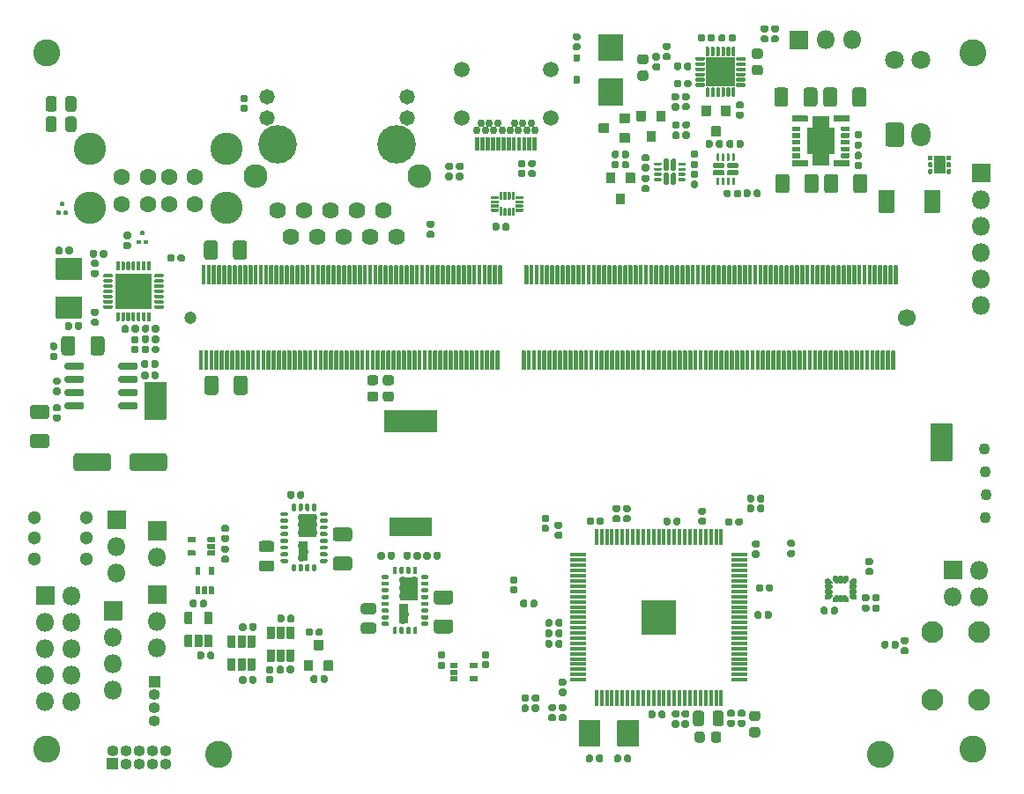
<source format=gbr>
%TF.GenerationSoftware,KiCad,Pcbnew,5.99.0-unknown-ad69e44~101~ubuntu18.04.1*%
%TF.CreationDate,2020-06-22T16:53:12+08:00*%
%TF.ProjectId,ovc4,6f766334-2e6b-4696-9361-645f70636258,rev?*%
%TF.SameCoordinates,Original*%
%TF.FileFunction,Soldermask,Top*%
%TF.FilePolarity,Negative*%
%FSLAX46Y46*%
G04 Gerber Fmt 4.6, Leading zero omitted, Abs format (unit mm)*
G04 Created by KiCad (PCBNEW 5.99.0-unknown-ad69e44~101~ubuntu18.04.1) date 2020-06-22 16:53:12*
%MOMM*%
%LPD*%
G01*
G04 APERTURE LIST*
%ADD10C,2.600000*%
%ADD11C,1.700000*%
%ADD12C,1.200000*%
%ADD13O,1.800000X1.800000*%
%ADD14O,1.100000X1.100000*%
%ADD15C,1.100000*%
%ADD16C,2.100000*%
%ADD17C,1.300000*%
%ADD18C,1.600000*%
%ADD19C,3.100000*%
%ADD20C,1.800000*%
%ADD21O,1.800000X2.300000*%
%ADD22C,1.471600*%
%ADD23C,2.300000*%
%ADD24C,3.700000*%
%ADD25C,1.624000*%
%ADD26O,0.370000X1.550000*%
%ADD27O,1.550000X0.370000*%
%ADD28C,0.700000*%
%ADD29R,1.800000X2.250000*%
%ADD30R,0.900000X1.900000*%
%ADD31C,0.750000*%
%ADD32C,1.500000*%
G04 APERTURE END LIST*
%TO.C,L5*%
G36*
G01*
X98200000Y-94568750D02*
X98200000Y-95531250D01*
G75*
G02*
X97931250Y-95800000I-268750J0D01*
G01*
X97393750Y-95800000D01*
G75*
G02*
X97125000Y-95531250I0J268750D01*
G01*
X97125000Y-94568750D01*
G75*
G02*
X97393750Y-94300000I268750J0D01*
G01*
X97931250Y-94300000D01*
G75*
G02*
X98200000Y-94568750I0J-268750D01*
G01*
G37*
G36*
G01*
X100075000Y-94568750D02*
X100075000Y-95531250D01*
G75*
G02*
X99806250Y-95800000I-268750J0D01*
G01*
X99268750Y-95800000D01*
G75*
G02*
X99000000Y-95531250I0J268750D01*
G01*
X99000000Y-94568750D01*
G75*
G02*
X99268750Y-94300000I268750J0D01*
G01*
X99806250Y-94300000D01*
G75*
G02*
X100075000Y-94568750I0J-268750D01*
G01*
G37*
%TD*%
%TO.C,L4*%
G36*
G01*
X36800000Y-38381250D02*
X36800000Y-37418750D01*
G75*
G02*
X37068750Y-37150000I268750J0D01*
G01*
X37606250Y-37150000D01*
G75*
G02*
X37875000Y-37418750I0J-268750D01*
G01*
X37875000Y-38381250D01*
G75*
G02*
X37606250Y-38650000I-268750J0D01*
G01*
X37068750Y-38650000D01*
G75*
G02*
X36800000Y-38381250I0J268750D01*
G01*
G37*
G36*
G01*
X34925000Y-38381250D02*
X34925000Y-37418750D01*
G75*
G02*
X35193750Y-37150000I268750J0D01*
G01*
X35731250Y-37150000D01*
G75*
G02*
X36000000Y-37418750I0J-268750D01*
G01*
X36000000Y-38381250D01*
G75*
G02*
X35731250Y-38650000I-268750J0D01*
G01*
X35193750Y-38650000D01*
G75*
G02*
X34925000Y-38381250I0J268750D01*
G01*
G37*
%TD*%
%TO.C,L3*%
G36*
G01*
X36800000Y-36431250D02*
X36800000Y-35468750D01*
G75*
G02*
X37068750Y-35200000I268750J0D01*
G01*
X37606250Y-35200000D01*
G75*
G02*
X37875000Y-35468750I0J-268750D01*
G01*
X37875000Y-36431250D01*
G75*
G02*
X37606250Y-36700000I-268750J0D01*
G01*
X37068750Y-36700000D01*
G75*
G02*
X36800000Y-36431250I0J268750D01*
G01*
G37*
G36*
G01*
X34925000Y-36431250D02*
X34925000Y-35468750D01*
G75*
G02*
X35193750Y-35200000I268750J0D01*
G01*
X35731250Y-35200000D01*
G75*
G02*
X36000000Y-35468750I0J-268750D01*
G01*
X36000000Y-36431250D01*
G75*
G02*
X35731250Y-36700000I-268750J0D01*
G01*
X35193750Y-36700000D01*
G75*
G02*
X34925000Y-36431250I0J268750D01*
G01*
G37*
%TD*%
D10*
%TO.C,U1*%
X115125000Y-98500000D03*
X51525000Y-98500000D03*
G36*
G01*
X119925000Y-70250000D02*
X119925000Y-66750000D01*
G75*
G02*
X119975000Y-66700000I50000J0D01*
G01*
X121975000Y-66700000D01*
G75*
G02*
X122025000Y-66750000I0J-50000D01*
G01*
X122025000Y-70250000D01*
G75*
G02*
X121975000Y-70300000I-50000J0D01*
G01*
X119975000Y-70300000D01*
G75*
G02*
X119925000Y-70250000I0J50000D01*
G01*
G37*
G36*
G01*
X44425000Y-66250000D02*
X44425000Y-62750000D01*
G75*
G02*
X44475000Y-62700000I50000J0D01*
G01*
X46475000Y-62700000D01*
G75*
G02*
X46525000Y-62750000I0J-50000D01*
G01*
X46525000Y-66250000D01*
G75*
G02*
X46475000Y-66300000I-50000J0D01*
G01*
X44475000Y-66300000D01*
G75*
G02*
X44425000Y-66250000I0J50000D01*
G01*
G37*
G36*
G01*
X49650000Y-61475000D02*
X49650000Y-59725000D01*
G75*
G02*
X49700000Y-59675000I50000J0D01*
G01*
X50000000Y-59675000D01*
G75*
G02*
X50050000Y-59725000I0J-50000D01*
G01*
X50050000Y-61475000D01*
G75*
G02*
X50000000Y-61525000I-50000J0D01*
G01*
X49700000Y-61525000D01*
G75*
G02*
X49650000Y-61475000I0J50000D01*
G01*
G37*
G36*
G01*
X49900000Y-53275000D02*
X49900000Y-51525000D01*
G75*
G02*
X49950000Y-51475000I50000J0D01*
G01*
X50250000Y-51475000D01*
G75*
G02*
X50300000Y-51525000I0J-50000D01*
G01*
X50300000Y-53275000D01*
G75*
G02*
X50250000Y-53325000I-50000J0D01*
G01*
X49950000Y-53325000D01*
G75*
G02*
X49900000Y-53275000I0J50000D01*
G01*
G37*
G36*
G01*
X50150000Y-61475000D02*
X50150000Y-59725000D01*
G75*
G02*
X50200000Y-59675000I50000J0D01*
G01*
X50500000Y-59675000D01*
G75*
G02*
X50550000Y-59725000I0J-50000D01*
G01*
X50550000Y-61475000D01*
G75*
G02*
X50500000Y-61525000I-50000J0D01*
G01*
X50200000Y-61525000D01*
G75*
G02*
X50150000Y-61475000I0J50000D01*
G01*
G37*
G36*
G01*
X50400000Y-53275000D02*
X50400000Y-51525000D01*
G75*
G02*
X50450000Y-51475000I50000J0D01*
G01*
X50750000Y-51475000D01*
G75*
G02*
X50800000Y-51525000I0J-50000D01*
G01*
X50800000Y-53275000D01*
G75*
G02*
X50750000Y-53325000I-50000J0D01*
G01*
X50450000Y-53325000D01*
G75*
G02*
X50400000Y-53275000I0J50000D01*
G01*
G37*
G36*
G01*
X50650000Y-61475000D02*
X50650000Y-59725000D01*
G75*
G02*
X50700000Y-59675000I50000J0D01*
G01*
X51000000Y-59675000D01*
G75*
G02*
X51050000Y-59725000I0J-50000D01*
G01*
X51050000Y-61475000D01*
G75*
G02*
X51000000Y-61525000I-50000J0D01*
G01*
X50700000Y-61525000D01*
G75*
G02*
X50650000Y-61475000I0J50000D01*
G01*
G37*
G36*
G01*
X50900000Y-53275000D02*
X50900000Y-51525000D01*
G75*
G02*
X50950000Y-51475000I50000J0D01*
G01*
X51250000Y-51475000D01*
G75*
G02*
X51300000Y-51525000I0J-50000D01*
G01*
X51300000Y-53275000D01*
G75*
G02*
X51250000Y-53325000I-50000J0D01*
G01*
X50950000Y-53325000D01*
G75*
G02*
X50900000Y-53275000I0J50000D01*
G01*
G37*
G36*
G01*
X51150000Y-61475000D02*
X51150000Y-59725000D01*
G75*
G02*
X51200000Y-59675000I50000J0D01*
G01*
X51500000Y-59675000D01*
G75*
G02*
X51550000Y-59725000I0J-50000D01*
G01*
X51550000Y-61475000D01*
G75*
G02*
X51500000Y-61525000I-50000J0D01*
G01*
X51200000Y-61525000D01*
G75*
G02*
X51150000Y-61475000I0J50000D01*
G01*
G37*
G36*
G01*
X51400000Y-53275000D02*
X51400000Y-51525000D01*
G75*
G02*
X51450000Y-51475000I50000J0D01*
G01*
X51750000Y-51475000D01*
G75*
G02*
X51800000Y-51525000I0J-50000D01*
G01*
X51800000Y-53275000D01*
G75*
G02*
X51750000Y-53325000I-50000J0D01*
G01*
X51450000Y-53325000D01*
G75*
G02*
X51400000Y-53275000I0J50000D01*
G01*
G37*
G36*
G01*
X51650000Y-61475000D02*
X51650000Y-59725000D01*
G75*
G02*
X51700000Y-59675000I50000J0D01*
G01*
X52000000Y-59675000D01*
G75*
G02*
X52050000Y-59725000I0J-50000D01*
G01*
X52050000Y-61475000D01*
G75*
G02*
X52000000Y-61525000I-50000J0D01*
G01*
X51700000Y-61525000D01*
G75*
G02*
X51650000Y-61475000I0J50000D01*
G01*
G37*
G36*
G01*
X51900000Y-53275000D02*
X51900000Y-51525000D01*
G75*
G02*
X51950000Y-51475000I50000J0D01*
G01*
X52250000Y-51475000D01*
G75*
G02*
X52300000Y-51525000I0J-50000D01*
G01*
X52300000Y-53275000D01*
G75*
G02*
X52250000Y-53325000I-50000J0D01*
G01*
X51950000Y-53325000D01*
G75*
G02*
X51900000Y-53275000I0J50000D01*
G01*
G37*
G36*
G01*
X52150000Y-61475000D02*
X52150000Y-59725000D01*
G75*
G02*
X52200000Y-59675000I50000J0D01*
G01*
X52500000Y-59675000D01*
G75*
G02*
X52550000Y-59725000I0J-50000D01*
G01*
X52550000Y-61475000D01*
G75*
G02*
X52500000Y-61525000I-50000J0D01*
G01*
X52200000Y-61525000D01*
G75*
G02*
X52150000Y-61475000I0J50000D01*
G01*
G37*
G36*
G01*
X52400000Y-53275000D02*
X52400000Y-51525000D01*
G75*
G02*
X52450000Y-51475000I50000J0D01*
G01*
X52750000Y-51475000D01*
G75*
G02*
X52800000Y-51525000I0J-50000D01*
G01*
X52800000Y-53275000D01*
G75*
G02*
X52750000Y-53325000I-50000J0D01*
G01*
X52450000Y-53325000D01*
G75*
G02*
X52400000Y-53275000I0J50000D01*
G01*
G37*
G36*
G01*
X52650000Y-61475000D02*
X52650000Y-59725000D01*
G75*
G02*
X52700000Y-59675000I50000J0D01*
G01*
X53000000Y-59675000D01*
G75*
G02*
X53050000Y-59725000I0J-50000D01*
G01*
X53050000Y-61475000D01*
G75*
G02*
X53000000Y-61525000I-50000J0D01*
G01*
X52700000Y-61525000D01*
G75*
G02*
X52650000Y-61475000I0J50000D01*
G01*
G37*
G36*
G01*
X52900000Y-53275000D02*
X52900000Y-51525000D01*
G75*
G02*
X52950000Y-51475000I50000J0D01*
G01*
X53250000Y-51475000D01*
G75*
G02*
X53300000Y-51525000I0J-50000D01*
G01*
X53300000Y-53275000D01*
G75*
G02*
X53250000Y-53325000I-50000J0D01*
G01*
X52950000Y-53325000D01*
G75*
G02*
X52900000Y-53275000I0J50000D01*
G01*
G37*
G36*
G01*
X53150000Y-61475000D02*
X53150000Y-59725000D01*
G75*
G02*
X53200000Y-59675000I50000J0D01*
G01*
X53500000Y-59675000D01*
G75*
G02*
X53550000Y-59725000I0J-50000D01*
G01*
X53550000Y-61475000D01*
G75*
G02*
X53500000Y-61525000I-50000J0D01*
G01*
X53200000Y-61525000D01*
G75*
G02*
X53150000Y-61475000I0J50000D01*
G01*
G37*
G36*
G01*
X53400000Y-53275000D02*
X53400000Y-51525000D01*
G75*
G02*
X53450000Y-51475000I50000J0D01*
G01*
X53750000Y-51475000D01*
G75*
G02*
X53800000Y-51525000I0J-50000D01*
G01*
X53800000Y-53275000D01*
G75*
G02*
X53750000Y-53325000I-50000J0D01*
G01*
X53450000Y-53325000D01*
G75*
G02*
X53400000Y-53275000I0J50000D01*
G01*
G37*
G36*
G01*
X53650000Y-61475000D02*
X53650000Y-59725000D01*
G75*
G02*
X53700000Y-59675000I50000J0D01*
G01*
X54000000Y-59675000D01*
G75*
G02*
X54050000Y-59725000I0J-50000D01*
G01*
X54050000Y-61475000D01*
G75*
G02*
X54000000Y-61525000I-50000J0D01*
G01*
X53700000Y-61525000D01*
G75*
G02*
X53650000Y-61475000I0J50000D01*
G01*
G37*
G36*
G01*
X53900000Y-53275000D02*
X53900000Y-51525000D01*
G75*
G02*
X53950000Y-51475000I50000J0D01*
G01*
X54250000Y-51475000D01*
G75*
G02*
X54300000Y-51525000I0J-50000D01*
G01*
X54300000Y-53275000D01*
G75*
G02*
X54250000Y-53325000I-50000J0D01*
G01*
X53950000Y-53325000D01*
G75*
G02*
X53900000Y-53275000I0J50000D01*
G01*
G37*
G36*
G01*
X54150000Y-61475000D02*
X54150000Y-59725000D01*
G75*
G02*
X54200000Y-59675000I50000J0D01*
G01*
X54500000Y-59675000D01*
G75*
G02*
X54550000Y-59725000I0J-50000D01*
G01*
X54550000Y-61475000D01*
G75*
G02*
X54500000Y-61525000I-50000J0D01*
G01*
X54200000Y-61525000D01*
G75*
G02*
X54150000Y-61475000I0J50000D01*
G01*
G37*
G36*
G01*
X54400000Y-53275000D02*
X54400000Y-51525000D01*
G75*
G02*
X54450000Y-51475000I50000J0D01*
G01*
X54750000Y-51475000D01*
G75*
G02*
X54800000Y-51525000I0J-50000D01*
G01*
X54800000Y-53275000D01*
G75*
G02*
X54750000Y-53325000I-50000J0D01*
G01*
X54450000Y-53325000D01*
G75*
G02*
X54400000Y-53275000I0J50000D01*
G01*
G37*
G36*
G01*
X54650000Y-61475000D02*
X54650000Y-59725000D01*
G75*
G02*
X54700000Y-59675000I50000J0D01*
G01*
X55000000Y-59675000D01*
G75*
G02*
X55050000Y-59725000I0J-50000D01*
G01*
X55050000Y-61475000D01*
G75*
G02*
X55000000Y-61525000I-50000J0D01*
G01*
X54700000Y-61525000D01*
G75*
G02*
X54650000Y-61475000I0J50000D01*
G01*
G37*
G36*
G01*
X54900000Y-53275000D02*
X54900000Y-51525000D01*
G75*
G02*
X54950000Y-51475000I50000J0D01*
G01*
X55250000Y-51475000D01*
G75*
G02*
X55300000Y-51525000I0J-50000D01*
G01*
X55300000Y-53275000D01*
G75*
G02*
X55250000Y-53325000I-50000J0D01*
G01*
X54950000Y-53325000D01*
G75*
G02*
X54900000Y-53275000I0J50000D01*
G01*
G37*
G36*
G01*
X55150000Y-61475000D02*
X55150000Y-59725000D01*
G75*
G02*
X55200000Y-59675000I50000J0D01*
G01*
X55500000Y-59675000D01*
G75*
G02*
X55550000Y-59725000I0J-50000D01*
G01*
X55550000Y-61475000D01*
G75*
G02*
X55500000Y-61525000I-50000J0D01*
G01*
X55200000Y-61525000D01*
G75*
G02*
X55150000Y-61475000I0J50000D01*
G01*
G37*
G36*
G01*
X55400000Y-53275000D02*
X55400000Y-51525000D01*
G75*
G02*
X55450000Y-51475000I50000J0D01*
G01*
X55750000Y-51475000D01*
G75*
G02*
X55800000Y-51525000I0J-50000D01*
G01*
X55800000Y-53275000D01*
G75*
G02*
X55750000Y-53325000I-50000J0D01*
G01*
X55450000Y-53325000D01*
G75*
G02*
X55400000Y-53275000I0J50000D01*
G01*
G37*
G36*
G01*
X55650000Y-61475000D02*
X55650000Y-59725000D01*
G75*
G02*
X55700000Y-59675000I50000J0D01*
G01*
X56000000Y-59675000D01*
G75*
G02*
X56050000Y-59725000I0J-50000D01*
G01*
X56050000Y-61475000D01*
G75*
G02*
X56000000Y-61525000I-50000J0D01*
G01*
X55700000Y-61525000D01*
G75*
G02*
X55650000Y-61475000I0J50000D01*
G01*
G37*
G36*
G01*
X55900000Y-53275000D02*
X55900000Y-51525000D01*
G75*
G02*
X55950000Y-51475000I50000J0D01*
G01*
X56250000Y-51475000D01*
G75*
G02*
X56300000Y-51525000I0J-50000D01*
G01*
X56300000Y-53275000D01*
G75*
G02*
X56250000Y-53325000I-50000J0D01*
G01*
X55950000Y-53325000D01*
G75*
G02*
X55900000Y-53275000I0J50000D01*
G01*
G37*
G36*
G01*
X56150000Y-61475000D02*
X56150000Y-59725000D01*
G75*
G02*
X56200000Y-59675000I50000J0D01*
G01*
X56500000Y-59675000D01*
G75*
G02*
X56550000Y-59725000I0J-50000D01*
G01*
X56550000Y-61475000D01*
G75*
G02*
X56500000Y-61525000I-50000J0D01*
G01*
X56200000Y-61525000D01*
G75*
G02*
X56150000Y-61475000I0J50000D01*
G01*
G37*
G36*
G01*
X56400000Y-53275000D02*
X56400000Y-51525000D01*
G75*
G02*
X56450000Y-51475000I50000J0D01*
G01*
X56750000Y-51475000D01*
G75*
G02*
X56800000Y-51525000I0J-50000D01*
G01*
X56800000Y-53275000D01*
G75*
G02*
X56750000Y-53325000I-50000J0D01*
G01*
X56450000Y-53325000D01*
G75*
G02*
X56400000Y-53275000I0J50000D01*
G01*
G37*
G36*
G01*
X56650000Y-61475000D02*
X56650000Y-59725000D01*
G75*
G02*
X56700000Y-59675000I50000J0D01*
G01*
X57000000Y-59675000D01*
G75*
G02*
X57050000Y-59725000I0J-50000D01*
G01*
X57050000Y-61475000D01*
G75*
G02*
X57000000Y-61525000I-50000J0D01*
G01*
X56700000Y-61525000D01*
G75*
G02*
X56650000Y-61475000I0J50000D01*
G01*
G37*
G36*
G01*
X56900000Y-53275000D02*
X56900000Y-51525000D01*
G75*
G02*
X56950000Y-51475000I50000J0D01*
G01*
X57250000Y-51475000D01*
G75*
G02*
X57300000Y-51525000I0J-50000D01*
G01*
X57300000Y-53275000D01*
G75*
G02*
X57250000Y-53325000I-50000J0D01*
G01*
X56950000Y-53325000D01*
G75*
G02*
X56900000Y-53275000I0J50000D01*
G01*
G37*
G36*
G01*
X57150000Y-61475000D02*
X57150000Y-59725000D01*
G75*
G02*
X57200000Y-59675000I50000J0D01*
G01*
X57500000Y-59675000D01*
G75*
G02*
X57550000Y-59725000I0J-50000D01*
G01*
X57550000Y-61475000D01*
G75*
G02*
X57500000Y-61525000I-50000J0D01*
G01*
X57200000Y-61525000D01*
G75*
G02*
X57150000Y-61475000I0J50000D01*
G01*
G37*
G36*
G01*
X57400000Y-53275000D02*
X57400000Y-51525000D01*
G75*
G02*
X57450000Y-51475000I50000J0D01*
G01*
X57750000Y-51475000D01*
G75*
G02*
X57800000Y-51525000I0J-50000D01*
G01*
X57800000Y-53275000D01*
G75*
G02*
X57750000Y-53325000I-50000J0D01*
G01*
X57450000Y-53325000D01*
G75*
G02*
X57400000Y-53275000I0J50000D01*
G01*
G37*
G36*
G01*
X57650000Y-61475000D02*
X57650000Y-59725000D01*
G75*
G02*
X57700000Y-59675000I50000J0D01*
G01*
X58000000Y-59675000D01*
G75*
G02*
X58050000Y-59725000I0J-50000D01*
G01*
X58050000Y-61475000D01*
G75*
G02*
X58000000Y-61525000I-50000J0D01*
G01*
X57700000Y-61525000D01*
G75*
G02*
X57650000Y-61475000I0J50000D01*
G01*
G37*
G36*
G01*
X57900000Y-53275000D02*
X57900000Y-51525000D01*
G75*
G02*
X57950000Y-51475000I50000J0D01*
G01*
X58250000Y-51475000D01*
G75*
G02*
X58300000Y-51525000I0J-50000D01*
G01*
X58300000Y-53275000D01*
G75*
G02*
X58250000Y-53325000I-50000J0D01*
G01*
X57950000Y-53325000D01*
G75*
G02*
X57900000Y-53275000I0J50000D01*
G01*
G37*
G36*
G01*
X58150000Y-61475000D02*
X58150000Y-59725000D01*
G75*
G02*
X58200000Y-59675000I50000J0D01*
G01*
X58500000Y-59675000D01*
G75*
G02*
X58550000Y-59725000I0J-50000D01*
G01*
X58550000Y-61475000D01*
G75*
G02*
X58500000Y-61525000I-50000J0D01*
G01*
X58200000Y-61525000D01*
G75*
G02*
X58150000Y-61475000I0J50000D01*
G01*
G37*
G36*
G01*
X58400000Y-53275000D02*
X58400000Y-51525000D01*
G75*
G02*
X58450000Y-51475000I50000J0D01*
G01*
X58750000Y-51475000D01*
G75*
G02*
X58800000Y-51525000I0J-50000D01*
G01*
X58800000Y-53275000D01*
G75*
G02*
X58750000Y-53325000I-50000J0D01*
G01*
X58450000Y-53325000D01*
G75*
G02*
X58400000Y-53275000I0J50000D01*
G01*
G37*
G36*
G01*
X58650000Y-61475000D02*
X58650000Y-59725000D01*
G75*
G02*
X58700000Y-59675000I50000J0D01*
G01*
X59000000Y-59675000D01*
G75*
G02*
X59050000Y-59725000I0J-50000D01*
G01*
X59050000Y-61475000D01*
G75*
G02*
X59000000Y-61525000I-50000J0D01*
G01*
X58700000Y-61525000D01*
G75*
G02*
X58650000Y-61475000I0J50000D01*
G01*
G37*
G36*
G01*
X58900000Y-53275000D02*
X58900000Y-51525000D01*
G75*
G02*
X58950000Y-51475000I50000J0D01*
G01*
X59250000Y-51475000D01*
G75*
G02*
X59300000Y-51525000I0J-50000D01*
G01*
X59300000Y-53275000D01*
G75*
G02*
X59250000Y-53325000I-50000J0D01*
G01*
X58950000Y-53325000D01*
G75*
G02*
X58900000Y-53275000I0J50000D01*
G01*
G37*
G36*
G01*
X59150000Y-61475000D02*
X59150000Y-59725000D01*
G75*
G02*
X59200000Y-59675000I50000J0D01*
G01*
X59500000Y-59675000D01*
G75*
G02*
X59550000Y-59725000I0J-50000D01*
G01*
X59550000Y-61475000D01*
G75*
G02*
X59500000Y-61525000I-50000J0D01*
G01*
X59200000Y-61525000D01*
G75*
G02*
X59150000Y-61475000I0J50000D01*
G01*
G37*
G36*
G01*
X59400000Y-53275000D02*
X59400000Y-51525000D01*
G75*
G02*
X59450000Y-51475000I50000J0D01*
G01*
X59750000Y-51475000D01*
G75*
G02*
X59800000Y-51525000I0J-50000D01*
G01*
X59800000Y-53275000D01*
G75*
G02*
X59750000Y-53325000I-50000J0D01*
G01*
X59450000Y-53325000D01*
G75*
G02*
X59400000Y-53275000I0J50000D01*
G01*
G37*
G36*
G01*
X59650000Y-61475000D02*
X59650000Y-59725000D01*
G75*
G02*
X59700000Y-59675000I50000J0D01*
G01*
X60000000Y-59675000D01*
G75*
G02*
X60050000Y-59725000I0J-50000D01*
G01*
X60050000Y-61475000D01*
G75*
G02*
X60000000Y-61525000I-50000J0D01*
G01*
X59700000Y-61525000D01*
G75*
G02*
X59650000Y-61475000I0J50000D01*
G01*
G37*
G36*
G01*
X59900000Y-53275000D02*
X59900000Y-51525000D01*
G75*
G02*
X59950000Y-51475000I50000J0D01*
G01*
X60250000Y-51475000D01*
G75*
G02*
X60300000Y-51525000I0J-50000D01*
G01*
X60300000Y-53275000D01*
G75*
G02*
X60250000Y-53325000I-50000J0D01*
G01*
X59950000Y-53325000D01*
G75*
G02*
X59900000Y-53275000I0J50000D01*
G01*
G37*
G36*
G01*
X60150000Y-61475000D02*
X60150000Y-59725000D01*
G75*
G02*
X60200000Y-59675000I50000J0D01*
G01*
X60500000Y-59675000D01*
G75*
G02*
X60550000Y-59725000I0J-50000D01*
G01*
X60550000Y-61475000D01*
G75*
G02*
X60500000Y-61525000I-50000J0D01*
G01*
X60200000Y-61525000D01*
G75*
G02*
X60150000Y-61475000I0J50000D01*
G01*
G37*
G36*
G01*
X60400000Y-53275000D02*
X60400000Y-51525000D01*
G75*
G02*
X60450000Y-51475000I50000J0D01*
G01*
X60750000Y-51475000D01*
G75*
G02*
X60800000Y-51525000I0J-50000D01*
G01*
X60800000Y-53275000D01*
G75*
G02*
X60750000Y-53325000I-50000J0D01*
G01*
X60450000Y-53325000D01*
G75*
G02*
X60400000Y-53275000I0J50000D01*
G01*
G37*
G36*
G01*
X60650000Y-61475000D02*
X60650000Y-59725000D01*
G75*
G02*
X60700000Y-59675000I50000J0D01*
G01*
X61000000Y-59675000D01*
G75*
G02*
X61050000Y-59725000I0J-50000D01*
G01*
X61050000Y-61475000D01*
G75*
G02*
X61000000Y-61525000I-50000J0D01*
G01*
X60700000Y-61525000D01*
G75*
G02*
X60650000Y-61475000I0J50000D01*
G01*
G37*
G36*
G01*
X60900000Y-53275000D02*
X60900000Y-51525000D01*
G75*
G02*
X60950000Y-51475000I50000J0D01*
G01*
X61250000Y-51475000D01*
G75*
G02*
X61300000Y-51525000I0J-50000D01*
G01*
X61300000Y-53275000D01*
G75*
G02*
X61250000Y-53325000I-50000J0D01*
G01*
X60950000Y-53325000D01*
G75*
G02*
X60900000Y-53275000I0J50000D01*
G01*
G37*
G36*
G01*
X61150000Y-61475000D02*
X61150000Y-59725000D01*
G75*
G02*
X61200000Y-59675000I50000J0D01*
G01*
X61500000Y-59675000D01*
G75*
G02*
X61550000Y-59725000I0J-50000D01*
G01*
X61550000Y-61475000D01*
G75*
G02*
X61500000Y-61525000I-50000J0D01*
G01*
X61200000Y-61525000D01*
G75*
G02*
X61150000Y-61475000I0J50000D01*
G01*
G37*
G36*
G01*
X61400000Y-53275000D02*
X61400000Y-51525000D01*
G75*
G02*
X61450000Y-51475000I50000J0D01*
G01*
X61750000Y-51475000D01*
G75*
G02*
X61800000Y-51525000I0J-50000D01*
G01*
X61800000Y-53275000D01*
G75*
G02*
X61750000Y-53325000I-50000J0D01*
G01*
X61450000Y-53325000D01*
G75*
G02*
X61400000Y-53275000I0J50000D01*
G01*
G37*
G36*
G01*
X61650000Y-61475000D02*
X61650000Y-59725000D01*
G75*
G02*
X61700000Y-59675000I50000J0D01*
G01*
X62000000Y-59675000D01*
G75*
G02*
X62050000Y-59725000I0J-50000D01*
G01*
X62050000Y-61475000D01*
G75*
G02*
X62000000Y-61525000I-50000J0D01*
G01*
X61700000Y-61525000D01*
G75*
G02*
X61650000Y-61475000I0J50000D01*
G01*
G37*
G36*
G01*
X61900000Y-53275000D02*
X61900000Y-51525000D01*
G75*
G02*
X61950000Y-51475000I50000J0D01*
G01*
X62250000Y-51475000D01*
G75*
G02*
X62300000Y-51525000I0J-50000D01*
G01*
X62300000Y-53275000D01*
G75*
G02*
X62250000Y-53325000I-50000J0D01*
G01*
X61950000Y-53325000D01*
G75*
G02*
X61900000Y-53275000I0J50000D01*
G01*
G37*
G36*
G01*
X62150000Y-61475000D02*
X62150000Y-59725000D01*
G75*
G02*
X62200000Y-59675000I50000J0D01*
G01*
X62500000Y-59675000D01*
G75*
G02*
X62550000Y-59725000I0J-50000D01*
G01*
X62550000Y-61475000D01*
G75*
G02*
X62500000Y-61525000I-50000J0D01*
G01*
X62200000Y-61525000D01*
G75*
G02*
X62150000Y-61475000I0J50000D01*
G01*
G37*
G36*
G01*
X62400000Y-53275000D02*
X62400000Y-51525000D01*
G75*
G02*
X62450000Y-51475000I50000J0D01*
G01*
X62750000Y-51475000D01*
G75*
G02*
X62800000Y-51525000I0J-50000D01*
G01*
X62800000Y-53275000D01*
G75*
G02*
X62750000Y-53325000I-50000J0D01*
G01*
X62450000Y-53325000D01*
G75*
G02*
X62400000Y-53275000I0J50000D01*
G01*
G37*
G36*
G01*
X62650000Y-61475000D02*
X62650000Y-59725000D01*
G75*
G02*
X62700000Y-59675000I50000J0D01*
G01*
X63000000Y-59675000D01*
G75*
G02*
X63050000Y-59725000I0J-50000D01*
G01*
X63050000Y-61475000D01*
G75*
G02*
X63000000Y-61525000I-50000J0D01*
G01*
X62700000Y-61525000D01*
G75*
G02*
X62650000Y-61475000I0J50000D01*
G01*
G37*
G36*
G01*
X62900000Y-53275000D02*
X62900000Y-51525000D01*
G75*
G02*
X62950000Y-51475000I50000J0D01*
G01*
X63250000Y-51475000D01*
G75*
G02*
X63300000Y-51525000I0J-50000D01*
G01*
X63300000Y-53275000D01*
G75*
G02*
X63250000Y-53325000I-50000J0D01*
G01*
X62950000Y-53325000D01*
G75*
G02*
X62900000Y-53275000I0J50000D01*
G01*
G37*
G36*
G01*
X63150000Y-61475000D02*
X63150000Y-59725000D01*
G75*
G02*
X63200000Y-59675000I50000J0D01*
G01*
X63500000Y-59675000D01*
G75*
G02*
X63550000Y-59725000I0J-50000D01*
G01*
X63550000Y-61475000D01*
G75*
G02*
X63500000Y-61525000I-50000J0D01*
G01*
X63200000Y-61525000D01*
G75*
G02*
X63150000Y-61475000I0J50000D01*
G01*
G37*
G36*
G01*
X63400000Y-53275000D02*
X63400000Y-51525000D01*
G75*
G02*
X63450000Y-51475000I50000J0D01*
G01*
X63750000Y-51475000D01*
G75*
G02*
X63800000Y-51525000I0J-50000D01*
G01*
X63800000Y-53275000D01*
G75*
G02*
X63750000Y-53325000I-50000J0D01*
G01*
X63450000Y-53325000D01*
G75*
G02*
X63400000Y-53275000I0J50000D01*
G01*
G37*
G36*
G01*
X63650000Y-61475000D02*
X63650000Y-59725000D01*
G75*
G02*
X63700000Y-59675000I50000J0D01*
G01*
X64000000Y-59675000D01*
G75*
G02*
X64050000Y-59725000I0J-50000D01*
G01*
X64050000Y-61475000D01*
G75*
G02*
X64000000Y-61525000I-50000J0D01*
G01*
X63700000Y-61525000D01*
G75*
G02*
X63650000Y-61475000I0J50000D01*
G01*
G37*
G36*
G01*
X63900000Y-53275000D02*
X63900000Y-51525000D01*
G75*
G02*
X63950000Y-51475000I50000J0D01*
G01*
X64250000Y-51475000D01*
G75*
G02*
X64300000Y-51525000I0J-50000D01*
G01*
X64300000Y-53275000D01*
G75*
G02*
X64250000Y-53325000I-50000J0D01*
G01*
X63950000Y-53325000D01*
G75*
G02*
X63900000Y-53275000I0J50000D01*
G01*
G37*
G36*
G01*
X64150000Y-61475000D02*
X64150000Y-59725000D01*
G75*
G02*
X64200000Y-59675000I50000J0D01*
G01*
X64500000Y-59675000D01*
G75*
G02*
X64550000Y-59725000I0J-50000D01*
G01*
X64550000Y-61475000D01*
G75*
G02*
X64500000Y-61525000I-50000J0D01*
G01*
X64200000Y-61525000D01*
G75*
G02*
X64150000Y-61475000I0J50000D01*
G01*
G37*
G36*
G01*
X64400000Y-53275000D02*
X64400000Y-51525000D01*
G75*
G02*
X64450000Y-51475000I50000J0D01*
G01*
X64750000Y-51475000D01*
G75*
G02*
X64800000Y-51525000I0J-50000D01*
G01*
X64800000Y-53275000D01*
G75*
G02*
X64750000Y-53325000I-50000J0D01*
G01*
X64450000Y-53325000D01*
G75*
G02*
X64400000Y-53275000I0J50000D01*
G01*
G37*
G36*
G01*
X64650000Y-61475000D02*
X64650000Y-59725000D01*
G75*
G02*
X64700000Y-59675000I50000J0D01*
G01*
X65000000Y-59675000D01*
G75*
G02*
X65050000Y-59725000I0J-50000D01*
G01*
X65050000Y-61475000D01*
G75*
G02*
X65000000Y-61525000I-50000J0D01*
G01*
X64700000Y-61525000D01*
G75*
G02*
X64650000Y-61475000I0J50000D01*
G01*
G37*
G36*
G01*
X64900000Y-53275000D02*
X64900000Y-51525000D01*
G75*
G02*
X64950000Y-51475000I50000J0D01*
G01*
X65250000Y-51475000D01*
G75*
G02*
X65300000Y-51525000I0J-50000D01*
G01*
X65300000Y-53275000D01*
G75*
G02*
X65250000Y-53325000I-50000J0D01*
G01*
X64950000Y-53325000D01*
G75*
G02*
X64900000Y-53275000I0J50000D01*
G01*
G37*
G36*
G01*
X65150000Y-61475000D02*
X65150000Y-59725000D01*
G75*
G02*
X65200000Y-59675000I50000J0D01*
G01*
X65500000Y-59675000D01*
G75*
G02*
X65550000Y-59725000I0J-50000D01*
G01*
X65550000Y-61475000D01*
G75*
G02*
X65500000Y-61525000I-50000J0D01*
G01*
X65200000Y-61525000D01*
G75*
G02*
X65150000Y-61475000I0J50000D01*
G01*
G37*
G36*
G01*
X65400000Y-53275000D02*
X65400000Y-51525000D01*
G75*
G02*
X65450000Y-51475000I50000J0D01*
G01*
X65750000Y-51475000D01*
G75*
G02*
X65800000Y-51525000I0J-50000D01*
G01*
X65800000Y-53275000D01*
G75*
G02*
X65750000Y-53325000I-50000J0D01*
G01*
X65450000Y-53325000D01*
G75*
G02*
X65400000Y-53275000I0J50000D01*
G01*
G37*
G36*
G01*
X65650000Y-61475000D02*
X65650000Y-59725000D01*
G75*
G02*
X65700000Y-59675000I50000J0D01*
G01*
X66000000Y-59675000D01*
G75*
G02*
X66050000Y-59725000I0J-50000D01*
G01*
X66050000Y-61475000D01*
G75*
G02*
X66000000Y-61525000I-50000J0D01*
G01*
X65700000Y-61525000D01*
G75*
G02*
X65650000Y-61475000I0J50000D01*
G01*
G37*
G36*
G01*
X65900000Y-53275000D02*
X65900000Y-51525000D01*
G75*
G02*
X65950000Y-51475000I50000J0D01*
G01*
X66250000Y-51475000D01*
G75*
G02*
X66300000Y-51525000I0J-50000D01*
G01*
X66300000Y-53275000D01*
G75*
G02*
X66250000Y-53325000I-50000J0D01*
G01*
X65950000Y-53325000D01*
G75*
G02*
X65900000Y-53275000I0J50000D01*
G01*
G37*
G36*
G01*
X66150000Y-61475000D02*
X66150000Y-59725000D01*
G75*
G02*
X66200000Y-59675000I50000J0D01*
G01*
X66500000Y-59675000D01*
G75*
G02*
X66550000Y-59725000I0J-50000D01*
G01*
X66550000Y-61475000D01*
G75*
G02*
X66500000Y-61525000I-50000J0D01*
G01*
X66200000Y-61525000D01*
G75*
G02*
X66150000Y-61475000I0J50000D01*
G01*
G37*
G36*
G01*
X66400000Y-53275000D02*
X66400000Y-51525000D01*
G75*
G02*
X66450000Y-51475000I50000J0D01*
G01*
X66750000Y-51475000D01*
G75*
G02*
X66800000Y-51525000I0J-50000D01*
G01*
X66800000Y-53275000D01*
G75*
G02*
X66750000Y-53325000I-50000J0D01*
G01*
X66450000Y-53325000D01*
G75*
G02*
X66400000Y-53275000I0J50000D01*
G01*
G37*
G36*
G01*
X66650000Y-61475000D02*
X66650000Y-59725000D01*
G75*
G02*
X66700000Y-59675000I50000J0D01*
G01*
X67000000Y-59675000D01*
G75*
G02*
X67050000Y-59725000I0J-50000D01*
G01*
X67050000Y-61475000D01*
G75*
G02*
X67000000Y-61525000I-50000J0D01*
G01*
X66700000Y-61525000D01*
G75*
G02*
X66650000Y-61475000I0J50000D01*
G01*
G37*
G36*
G01*
X66900000Y-53275000D02*
X66900000Y-51525000D01*
G75*
G02*
X66950000Y-51475000I50000J0D01*
G01*
X67250000Y-51475000D01*
G75*
G02*
X67300000Y-51525000I0J-50000D01*
G01*
X67300000Y-53275000D01*
G75*
G02*
X67250000Y-53325000I-50000J0D01*
G01*
X66950000Y-53325000D01*
G75*
G02*
X66900000Y-53275000I0J50000D01*
G01*
G37*
G36*
G01*
X67150000Y-61475000D02*
X67150000Y-59725000D01*
G75*
G02*
X67200000Y-59675000I50000J0D01*
G01*
X67500000Y-59675000D01*
G75*
G02*
X67550000Y-59725000I0J-50000D01*
G01*
X67550000Y-61475000D01*
G75*
G02*
X67500000Y-61525000I-50000J0D01*
G01*
X67200000Y-61525000D01*
G75*
G02*
X67150000Y-61475000I0J50000D01*
G01*
G37*
G36*
G01*
X67400000Y-53275000D02*
X67400000Y-51525000D01*
G75*
G02*
X67450000Y-51475000I50000J0D01*
G01*
X67750000Y-51475000D01*
G75*
G02*
X67800000Y-51525000I0J-50000D01*
G01*
X67800000Y-53275000D01*
G75*
G02*
X67750000Y-53325000I-50000J0D01*
G01*
X67450000Y-53325000D01*
G75*
G02*
X67400000Y-53275000I0J50000D01*
G01*
G37*
G36*
G01*
X67650000Y-61475000D02*
X67650000Y-59725000D01*
G75*
G02*
X67700000Y-59675000I50000J0D01*
G01*
X68000000Y-59675000D01*
G75*
G02*
X68050000Y-59725000I0J-50000D01*
G01*
X68050000Y-61475000D01*
G75*
G02*
X68000000Y-61525000I-50000J0D01*
G01*
X67700000Y-61525000D01*
G75*
G02*
X67650000Y-61475000I0J50000D01*
G01*
G37*
G36*
G01*
X67900000Y-53275000D02*
X67900000Y-51525000D01*
G75*
G02*
X67950000Y-51475000I50000J0D01*
G01*
X68250000Y-51475000D01*
G75*
G02*
X68300000Y-51525000I0J-50000D01*
G01*
X68300000Y-53275000D01*
G75*
G02*
X68250000Y-53325000I-50000J0D01*
G01*
X67950000Y-53325000D01*
G75*
G02*
X67900000Y-53275000I0J50000D01*
G01*
G37*
G36*
G01*
X68150000Y-61475000D02*
X68150000Y-59725000D01*
G75*
G02*
X68200000Y-59675000I50000J0D01*
G01*
X68500000Y-59675000D01*
G75*
G02*
X68550000Y-59725000I0J-50000D01*
G01*
X68550000Y-61475000D01*
G75*
G02*
X68500000Y-61525000I-50000J0D01*
G01*
X68200000Y-61525000D01*
G75*
G02*
X68150000Y-61475000I0J50000D01*
G01*
G37*
G36*
G01*
X68400000Y-53275000D02*
X68400000Y-51525000D01*
G75*
G02*
X68450000Y-51475000I50000J0D01*
G01*
X68750000Y-51475000D01*
G75*
G02*
X68800000Y-51525000I0J-50000D01*
G01*
X68800000Y-53275000D01*
G75*
G02*
X68750000Y-53325000I-50000J0D01*
G01*
X68450000Y-53325000D01*
G75*
G02*
X68400000Y-53275000I0J50000D01*
G01*
G37*
G36*
G01*
X68650000Y-61475000D02*
X68650000Y-59725000D01*
G75*
G02*
X68700000Y-59675000I50000J0D01*
G01*
X69000000Y-59675000D01*
G75*
G02*
X69050000Y-59725000I0J-50000D01*
G01*
X69050000Y-61475000D01*
G75*
G02*
X69000000Y-61525000I-50000J0D01*
G01*
X68700000Y-61525000D01*
G75*
G02*
X68650000Y-61475000I0J50000D01*
G01*
G37*
G36*
G01*
X68900000Y-53275000D02*
X68900000Y-51525000D01*
G75*
G02*
X68950000Y-51475000I50000J0D01*
G01*
X69250000Y-51475000D01*
G75*
G02*
X69300000Y-51525000I0J-50000D01*
G01*
X69300000Y-53275000D01*
G75*
G02*
X69250000Y-53325000I-50000J0D01*
G01*
X68950000Y-53325000D01*
G75*
G02*
X68900000Y-53275000I0J50000D01*
G01*
G37*
G36*
G01*
X69150000Y-61475000D02*
X69150000Y-59725000D01*
G75*
G02*
X69200000Y-59675000I50000J0D01*
G01*
X69500000Y-59675000D01*
G75*
G02*
X69550000Y-59725000I0J-50000D01*
G01*
X69550000Y-61475000D01*
G75*
G02*
X69500000Y-61525000I-50000J0D01*
G01*
X69200000Y-61525000D01*
G75*
G02*
X69150000Y-61475000I0J50000D01*
G01*
G37*
G36*
G01*
X69400000Y-53275000D02*
X69400000Y-51525000D01*
G75*
G02*
X69450000Y-51475000I50000J0D01*
G01*
X69750000Y-51475000D01*
G75*
G02*
X69800000Y-51525000I0J-50000D01*
G01*
X69800000Y-53275000D01*
G75*
G02*
X69750000Y-53325000I-50000J0D01*
G01*
X69450000Y-53325000D01*
G75*
G02*
X69400000Y-53275000I0J50000D01*
G01*
G37*
G36*
G01*
X69650000Y-61475000D02*
X69650000Y-59725000D01*
G75*
G02*
X69700000Y-59675000I50000J0D01*
G01*
X70000000Y-59675000D01*
G75*
G02*
X70050000Y-59725000I0J-50000D01*
G01*
X70050000Y-61475000D01*
G75*
G02*
X70000000Y-61525000I-50000J0D01*
G01*
X69700000Y-61525000D01*
G75*
G02*
X69650000Y-61475000I0J50000D01*
G01*
G37*
G36*
G01*
X69900000Y-53275000D02*
X69900000Y-51525000D01*
G75*
G02*
X69950000Y-51475000I50000J0D01*
G01*
X70250000Y-51475000D01*
G75*
G02*
X70300000Y-51525000I0J-50000D01*
G01*
X70300000Y-53275000D01*
G75*
G02*
X70250000Y-53325000I-50000J0D01*
G01*
X69950000Y-53325000D01*
G75*
G02*
X69900000Y-53275000I0J50000D01*
G01*
G37*
G36*
G01*
X70150000Y-61475000D02*
X70150000Y-59725000D01*
G75*
G02*
X70200000Y-59675000I50000J0D01*
G01*
X70500000Y-59675000D01*
G75*
G02*
X70550000Y-59725000I0J-50000D01*
G01*
X70550000Y-61475000D01*
G75*
G02*
X70500000Y-61525000I-50000J0D01*
G01*
X70200000Y-61525000D01*
G75*
G02*
X70150000Y-61475000I0J50000D01*
G01*
G37*
G36*
G01*
X70400000Y-53275000D02*
X70400000Y-51525000D01*
G75*
G02*
X70450000Y-51475000I50000J0D01*
G01*
X70750000Y-51475000D01*
G75*
G02*
X70800000Y-51525000I0J-50000D01*
G01*
X70800000Y-53275000D01*
G75*
G02*
X70750000Y-53325000I-50000J0D01*
G01*
X70450000Y-53325000D01*
G75*
G02*
X70400000Y-53275000I0J50000D01*
G01*
G37*
G36*
G01*
X70650000Y-61475000D02*
X70650000Y-59725000D01*
G75*
G02*
X70700000Y-59675000I50000J0D01*
G01*
X71000000Y-59675000D01*
G75*
G02*
X71050000Y-59725000I0J-50000D01*
G01*
X71050000Y-61475000D01*
G75*
G02*
X71000000Y-61525000I-50000J0D01*
G01*
X70700000Y-61525000D01*
G75*
G02*
X70650000Y-61475000I0J50000D01*
G01*
G37*
G36*
G01*
X70900000Y-53275000D02*
X70900000Y-51525000D01*
G75*
G02*
X70950000Y-51475000I50000J0D01*
G01*
X71250000Y-51475000D01*
G75*
G02*
X71300000Y-51525000I0J-50000D01*
G01*
X71300000Y-53275000D01*
G75*
G02*
X71250000Y-53325000I-50000J0D01*
G01*
X70950000Y-53325000D01*
G75*
G02*
X70900000Y-53275000I0J50000D01*
G01*
G37*
G36*
G01*
X71150000Y-61475000D02*
X71150000Y-59725000D01*
G75*
G02*
X71200000Y-59675000I50000J0D01*
G01*
X71500000Y-59675000D01*
G75*
G02*
X71550000Y-59725000I0J-50000D01*
G01*
X71550000Y-61475000D01*
G75*
G02*
X71500000Y-61525000I-50000J0D01*
G01*
X71200000Y-61525000D01*
G75*
G02*
X71150000Y-61475000I0J50000D01*
G01*
G37*
G36*
G01*
X71400000Y-53275000D02*
X71400000Y-51525000D01*
G75*
G02*
X71450000Y-51475000I50000J0D01*
G01*
X71750000Y-51475000D01*
G75*
G02*
X71800000Y-51525000I0J-50000D01*
G01*
X71800000Y-53275000D01*
G75*
G02*
X71750000Y-53325000I-50000J0D01*
G01*
X71450000Y-53325000D01*
G75*
G02*
X71400000Y-53275000I0J50000D01*
G01*
G37*
G36*
G01*
X71650000Y-61475000D02*
X71650000Y-59725000D01*
G75*
G02*
X71700000Y-59675000I50000J0D01*
G01*
X72000000Y-59675000D01*
G75*
G02*
X72050000Y-59725000I0J-50000D01*
G01*
X72050000Y-61475000D01*
G75*
G02*
X72000000Y-61525000I-50000J0D01*
G01*
X71700000Y-61525000D01*
G75*
G02*
X71650000Y-61475000I0J50000D01*
G01*
G37*
G36*
G01*
X71900000Y-53275000D02*
X71900000Y-51525000D01*
G75*
G02*
X71950000Y-51475000I50000J0D01*
G01*
X72250000Y-51475000D01*
G75*
G02*
X72300000Y-51525000I0J-50000D01*
G01*
X72300000Y-53275000D01*
G75*
G02*
X72250000Y-53325000I-50000J0D01*
G01*
X71950000Y-53325000D01*
G75*
G02*
X71900000Y-53275000I0J50000D01*
G01*
G37*
G36*
G01*
X72150000Y-61475000D02*
X72150000Y-59725000D01*
G75*
G02*
X72200000Y-59675000I50000J0D01*
G01*
X72500000Y-59675000D01*
G75*
G02*
X72550000Y-59725000I0J-50000D01*
G01*
X72550000Y-61475000D01*
G75*
G02*
X72500000Y-61525000I-50000J0D01*
G01*
X72200000Y-61525000D01*
G75*
G02*
X72150000Y-61475000I0J50000D01*
G01*
G37*
G36*
G01*
X72400000Y-53275000D02*
X72400000Y-51525000D01*
G75*
G02*
X72450000Y-51475000I50000J0D01*
G01*
X72750000Y-51475000D01*
G75*
G02*
X72800000Y-51525000I0J-50000D01*
G01*
X72800000Y-53275000D01*
G75*
G02*
X72750000Y-53325000I-50000J0D01*
G01*
X72450000Y-53325000D01*
G75*
G02*
X72400000Y-53275000I0J50000D01*
G01*
G37*
G36*
G01*
X72650000Y-61475000D02*
X72650000Y-59725000D01*
G75*
G02*
X72700000Y-59675000I50000J0D01*
G01*
X73000000Y-59675000D01*
G75*
G02*
X73050000Y-59725000I0J-50000D01*
G01*
X73050000Y-61475000D01*
G75*
G02*
X73000000Y-61525000I-50000J0D01*
G01*
X72700000Y-61525000D01*
G75*
G02*
X72650000Y-61475000I0J50000D01*
G01*
G37*
G36*
G01*
X72900000Y-53275000D02*
X72900000Y-51525000D01*
G75*
G02*
X72950000Y-51475000I50000J0D01*
G01*
X73250000Y-51475000D01*
G75*
G02*
X73300000Y-51525000I0J-50000D01*
G01*
X73300000Y-53275000D01*
G75*
G02*
X73250000Y-53325000I-50000J0D01*
G01*
X72950000Y-53325000D01*
G75*
G02*
X72900000Y-53275000I0J50000D01*
G01*
G37*
G36*
G01*
X73150000Y-61475000D02*
X73150000Y-59725000D01*
G75*
G02*
X73200000Y-59675000I50000J0D01*
G01*
X73500000Y-59675000D01*
G75*
G02*
X73550000Y-59725000I0J-50000D01*
G01*
X73550000Y-61475000D01*
G75*
G02*
X73500000Y-61525000I-50000J0D01*
G01*
X73200000Y-61525000D01*
G75*
G02*
X73150000Y-61475000I0J50000D01*
G01*
G37*
G36*
G01*
X73400000Y-53275000D02*
X73400000Y-51525000D01*
G75*
G02*
X73450000Y-51475000I50000J0D01*
G01*
X73750000Y-51475000D01*
G75*
G02*
X73800000Y-51525000I0J-50000D01*
G01*
X73800000Y-53275000D01*
G75*
G02*
X73750000Y-53325000I-50000J0D01*
G01*
X73450000Y-53325000D01*
G75*
G02*
X73400000Y-53275000I0J50000D01*
G01*
G37*
G36*
G01*
X73650000Y-61475000D02*
X73650000Y-59725000D01*
G75*
G02*
X73700000Y-59675000I50000J0D01*
G01*
X74000000Y-59675000D01*
G75*
G02*
X74050000Y-59725000I0J-50000D01*
G01*
X74050000Y-61475000D01*
G75*
G02*
X74000000Y-61525000I-50000J0D01*
G01*
X73700000Y-61525000D01*
G75*
G02*
X73650000Y-61475000I0J50000D01*
G01*
G37*
G36*
G01*
X73900000Y-53275000D02*
X73900000Y-51525000D01*
G75*
G02*
X73950000Y-51475000I50000J0D01*
G01*
X74250000Y-51475000D01*
G75*
G02*
X74300000Y-51525000I0J-50000D01*
G01*
X74300000Y-53275000D01*
G75*
G02*
X74250000Y-53325000I-50000J0D01*
G01*
X73950000Y-53325000D01*
G75*
G02*
X73900000Y-53275000I0J50000D01*
G01*
G37*
G36*
G01*
X74150000Y-61475000D02*
X74150000Y-59725000D01*
G75*
G02*
X74200000Y-59675000I50000J0D01*
G01*
X74500000Y-59675000D01*
G75*
G02*
X74550000Y-59725000I0J-50000D01*
G01*
X74550000Y-61475000D01*
G75*
G02*
X74500000Y-61525000I-50000J0D01*
G01*
X74200000Y-61525000D01*
G75*
G02*
X74150000Y-61475000I0J50000D01*
G01*
G37*
G36*
G01*
X74400000Y-53275000D02*
X74400000Y-51525000D01*
G75*
G02*
X74450000Y-51475000I50000J0D01*
G01*
X74750000Y-51475000D01*
G75*
G02*
X74800000Y-51525000I0J-50000D01*
G01*
X74800000Y-53275000D01*
G75*
G02*
X74750000Y-53325000I-50000J0D01*
G01*
X74450000Y-53325000D01*
G75*
G02*
X74400000Y-53275000I0J50000D01*
G01*
G37*
G36*
G01*
X74650000Y-61475000D02*
X74650000Y-59725000D01*
G75*
G02*
X74700000Y-59675000I50000J0D01*
G01*
X75000000Y-59675000D01*
G75*
G02*
X75050000Y-59725000I0J-50000D01*
G01*
X75050000Y-61475000D01*
G75*
G02*
X75000000Y-61525000I-50000J0D01*
G01*
X74700000Y-61525000D01*
G75*
G02*
X74650000Y-61475000I0J50000D01*
G01*
G37*
G36*
G01*
X74900000Y-53275000D02*
X74900000Y-51525000D01*
G75*
G02*
X74950000Y-51475000I50000J0D01*
G01*
X75250000Y-51475000D01*
G75*
G02*
X75300000Y-51525000I0J-50000D01*
G01*
X75300000Y-53275000D01*
G75*
G02*
X75250000Y-53325000I-50000J0D01*
G01*
X74950000Y-53325000D01*
G75*
G02*
X74900000Y-53275000I0J50000D01*
G01*
G37*
G36*
G01*
X75150000Y-61475000D02*
X75150000Y-59725000D01*
G75*
G02*
X75200000Y-59675000I50000J0D01*
G01*
X75500000Y-59675000D01*
G75*
G02*
X75550000Y-59725000I0J-50000D01*
G01*
X75550000Y-61475000D01*
G75*
G02*
X75500000Y-61525000I-50000J0D01*
G01*
X75200000Y-61525000D01*
G75*
G02*
X75150000Y-61475000I0J50000D01*
G01*
G37*
G36*
G01*
X75400000Y-53275000D02*
X75400000Y-51525000D01*
G75*
G02*
X75450000Y-51475000I50000J0D01*
G01*
X75750000Y-51475000D01*
G75*
G02*
X75800000Y-51525000I0J-50000D01*
G01*
X75800000Y-53275000D01*
G75*
G02*
X75750000Y-53325000I-50000J0D01*
G01*
X75450000Y-53325000D01*
G75*
G02*
X75400000Y-53275000I0J50000D01*
G01*
G37*
G36*
G01*
X75650000Y-61475000D02*
X75650000Y-59725000D01*
G75*
G02*
X75700000Y-59675000I50000J0D01*
G01*
X76000000Y-59675000D01*
G75*
G02*
X76050000Y-59725000I0J-50000D01*
G01*
X76050000Y-61475000D01*
G75*
G02*
X76000000Y-61525000I-50000J0D01*
G01*
X75700000Y-61525000D01*
G75*
G02*
X75650000Y-61475000I0J50000D01*
G01*
G37*
G36*
G01*
X75900000Y-53275000D02*
X75900000Y-51525000D01*
G75*
G02*
X75950000Y-51475000I50000J0D01*
G01*
X76250000Y-51475000D01*
G75*
G02*
X76300000Y-51525000I0J-50000D01*
G01*
X76300000Y-53275000D01*
G75*
G02*
X76250000Y-53325000I-50000J0D01*
G01*
X75950000Y-53325000D01*
G75*
G02*
X75900000Y-53275000I0J50000D01*
G01*
G37*
G36*
G01*
X76150000Y-61475000D02*
X76150000Y-59725000D01*
G75*
G02*
X76200000Y-59675000I50000J0D01*
G01*
X76500000Y-59675000D01*
G75*
G02*
X76550000Y-59725000I0J-50000D01*
G01*
X76550000Y-61475000D01*
G75*
G02*
X76500000Y-61525000I-50000J0D01*
G01*
X76200000Y-61525000D01*
G75*
G02*
X76150000Y-61475000I0J50000D01*
G01*
G37*
G36*
G01*
X76400000Y-53275000D02*
X76400000Y-51525000D01*
G75*
G02*
X76450000Y-51475000I50000J0D01*
G01*
X76750000Y-51475000D01*
G75*
G02*
X76800000Y-51525000I0J-50000D01*
G01*
X76800000Y-53275000D01*
G75*
G02*
X76750000Y-53325000I-50000J0D01*
G01*
X76450000Y-53325000D01*
G75*
G02*
X76400000Y-53275000I0J50000D01*
G01*
G37*
G36*
G01*
X76650000Y-61475000D02*
X76650000Y-59725000D01*
G75*
G02*
X76700000Y-59675000I50000J0D01*
G01*
X77000000Y-59675000D01*
G75*
G02*
X77050000Y-59725000I0J-50000D01*
G01*
X77050000Y-61475000D01*
G75*
G02*
X77000000Y-61525000I-50000J0D01*
G01*
X76700000Y-61525000D01*
G75*
G02*
X76650000Y-61475000I0J50000D01*
G01*
G37*
G36*
G01*
X76900000Y-53275000D02*
X76900000Y-51525000D01*
G75*
G02*
X76950000Y-51475000I50000J0D01*
G01*
X77250000Y-51475000D01*
G75*
G02*
X77300000Y-51525000I0J-50000D01*
G01*
X77300000Y-53275000D01*
G75*
G02*
X77250000Y-53325000I-50000J0D01*
G01*
X76950000Y-53325000D01*
G75*
G02*
X76900000Y-53275000I0J50000D01*
G01*
G37*
G36*
G01*
X77150000Y-61475000D02*
X77150000Y-59725000D01*
G75*
G02*
X77200000Y-59675000I50000J0D01*
G01*
X77500000Y-59675000D01*
G75*
G02*
X77550000Y-59725000I0J-50000D01*
G01*
X77550000Y-61475000D01*
G75*
G02*
X77500000Y-61525000I-50000J0D01*
G01*
X77200000Y-61525000D01*
G75*
G02*
X77150000Y-61475000I0J50000D01*
G01*
G37*
G36*
G01*
X77400000Y-53275000D02*
X77400000Y-51525000D01*
G75*
G02*
X77450000Y-51475000I50000J0D01*
G01*
X77750000Y-51475000D01*
G75*
G02*
X77800000Y-51525000I0J-50000D01*
G01*
X77800000Y-53275000D01*
G75*
G02*
X77750000Y-53325000I-50000J0D01*
G01*
X77450000Y-53325000D01*
G75*
G02*
X77400000Y-53275000I0J50000D01*
G01*
G37*
G36*
G01*
X77650000Y-61475000D02*
X77650000Y-59725000D01*
G75*
G02*
X77700000Y-59675000I50000J0D01*
G01*
X78000000Y-59675000D01*
G75*
G02*
X78050000Y-59725000I0J-50000D01*
G01*
X78050000Y-61475000D01*
G75*
G02*
X78000000Y-61525000I-50000J0D01*
G01*
X77700000Y-61525000D01*
G75*
G02*
X77650000Y-61475000I0J50000D01*
G01*
G37*
G36*
G01*
X77900000Y-53275000D02*
X77900000Y-51525000D01*
G75*
G02*
X77950000Y-51475000I50000J0D01*
G01*
X78250000Y-51475000D01*
G75*
G02*
X78300000Y-51525000I0J-50000D01*
G01*
X78300000Y-53275000D01*
G75*
G02*
X78250000Y-53325000I-50000J0D01*
G01*
X77950000Y-53325000D01*
G75*
G02*
X77900000Y-53275000I0J50000D01*
G01*
G37*
G36*
G01*
X78150000Y-61475000D02*
X78150000Y-59725000D01*
G75*
G02*
X78200000Y-59675000I50000J0D01*
G01*
X78500000Y-59675000D01*
G75*
G02*
X78550000Y-59725000I0J-50000D01*
G01*
X78550000Y-61475000D01*
G75*
G02*
X78500000Y-61525000I-50000J0D01*
G01*
X78200000Y-61525000D01*
G75*
G02*
X78150000Y-61475000I0J50000D01*
G01*
G37*
G36*
G01*
X78400000Y-53275000D02*
X78400000Y-51525000D01*
G75*
G02*
X78450000Y-51475000I50000J0D01*
G01*
X78750000Y-51475000D01*
G75*
G02*
X78800000Y-51525000I0J-50000D01*
G01*
X78800000Y-53275000D01*
G75*
G02*
X78750000Y-53325000I-50000J0D01*
G01*
X78450000Y-53325000D01*
G75*
G02*
X78400000Y-53275000I0J50000D01*
G01*
G37*
G36*
G01*
X80650000Y-61475000D02*
X80650000Y-59725000D01*
G75*
G02*
X80700000Y-59675000I50000J0D01*
G01*
X81000000Y-59675000D01*
G75*
G02*
X81050000Y-59725000I0J-50000D01*
G01*
X81050000Y-61475000D01*
G75*
G02*
X81000000Y-61525000I-50000J0D01*
G01*
X80700000Y-61525000D01*
G75*
G02*
X80650000Y-61475000I0J50000D01*
G01*
G37*
G36*
G01*
X80900000Y-53275000D02*
X80900000Y-51525000D01*
G75*
G02*
X80950000Y-51475000I50000J0D01*
G01*
X81250000Y-51475000D01*
G75*
G02*
X81300000Y-51525000I0J-50000D01*
G01*
X81300000Y-53275000D01*
G75*
G02*
X81250000Y-53325000I-50000J0D01*
G01*
X80950000Y-53325000D01*
G75*
G02*
X80900000Y-53275000I0J50000D01*
G01*
G37*
G36*
G01*
X81150000Y-61475000D02*
X81150000Y-59725000D01*
G75*
G02*
X81200000Y-59675000I50000J0D01*
G01*
X81500000Y-59675000D01*
G75*
G02*
X81550000Y-59725000I0J-50000D01*
G01*
X81550000Y-61475000D01*
G75*
G02*
X81500000Y-61525000I-50000J0D01*
G01*
X81200000Y-61525000D01*
G75*
G02*
X81150000Y-61475000I0J50000D01*
G01*
G37*
G36*
G01*
X81400000Y-53275000D02*
X81400000Y-51525000D01*
G75*
G02*
X81450000Y-51475000I50000J0D01*
G01*
X81750000Y-51475000D01*
G75*
G02*
X81800000Y-51525000I0J-50000D01*
G01*
X81800000Y-53275000D01*
G75*
G02*
X81750000Y-53325000I-50000J0D01*
G01*
X81450000Y-53325000D01*
G75*
G02*
X81400000Y-53275000I0J50000D01*
G01*
G37*
G36*
G01*
X81650000Y-61475000D02*
X81650000Y-59725000D01*
G75*
G02*
X81700000Y-59675000I50000J0D01*
G01*
X82000000Y-59675000D01*
G75*
G02*
X82050000Y-59725000I0J-50000D01*
G01*
X82050000Y-61475000D01*
G75*
G02*
X82000000Y-61525000I-50000J0D01*
G01*
X81700000Y-61525000D01*
G75*
G02*
X81650000Y-61475000I0J50000D01*
G01*
G37*
G36*
G01*
X81900000Y-53275000D02*
X81900000Y-51525000D01*
G75*
G02*
X81950000Y-51475000I50000J0D01*
G01*
X82250000Y-51475000D01*
G75*
G02*
X82300000Y-51525000I0J-50000D01*
G01*
X82300000Y-53275000D01*
G75*
G02*
X82250000Y-53325000I-50000J0D01*
G01*
X81950000Y-53325000D01*
G75*
G02*
X81900000Y-53275000I0J50000D01*
G01*
G37*
G36*
G01*
X82150000Y-61475000D02*
X82150000Y-59725000D01*
G75*
G02*
X82200000Y-59675000I50000J0D01*
G01*
X82500000Y-59675000D01*
G75*
G02*
X82550000Y-59725000I0J-50000D01*
G01*
X82550000Y-61475000D01*
G75*
G02*
X82500000Y-61525000I-50000J0D01*
G01*
X82200000Y-61525000D01*
G75*
G02*
X82150000Y-61475000I0J50000D01*
G01*
G37*
G36*
G01*
X82400000Y-53275000D02*
X82400000Y-51525000D01*
G75*
G02*
X82450000Y-51475000I50000J0D01*
G01*
X82750000Y-51475000D01*
G75*
G02*
X82800000Y-51525000I0J-50000D01*
G01*
X82800000Y-53275000D01*
G75*
G02*
X82750000Y-53325000I-50000J0D01*
G01*
X82450000Y-53325000D01*
G75*
G02*
X82400000Y-53275000I0J50000D01*
G01*
G37*
G36*
G01*
X82650000Y-61475000D02*
X82650000Y-59725000D01*
G75*
G02*
X82700000Y-59675000I50000J0D01*
G01*
X83000000Y-59675000D01*
G75*
G02*
X83050000Y-59725000I0J-50000D01*
G01*
X83050000Y-61475000D01*
G75*
G02*
X83000000Y-61525000I-50000J0D01*
G01*
X82700000Y-61525000D01*
G75*
G02*
X82650000Y-61475000I0J50000D01*
G01*
G37*
G36*
G01*
X82900000Y-53275000D02*
X82900000Y-51525000D01*
G75*
G02*
X82950000Y-51475000I50000J0D01*
G01*
X83250000Y-51475000D01*
G75*
G02*
X83300000Y-51525000I0J-50000D01*
G01*
X83300000Y-53275000D01*
G75*
G02*
X83250000Y-53325000I-50000J0D01*
G01*
X82950000Y-53325000D01*
G75*
G02*
X82900000Y-53275000I0J50000D01*
G01*
G37*
G36*
G01*
X83150000Y-61475000D02*
X83150000Y-59725000D01*
G75*
G02*
X83200000Y-59675000I50000J0D01*
G01*
X83500000Y-59675000D01*
G75*
G02*
X83550000Y-59725000I0J-50000D01*
G01*
X83550000Y-61475000D01*
G75*
G02*
X83500000Y-61525000I-50000J0D01*
G01*
X83200000Y-61525000D01*
G75*
G02*
X83150000Y-61475000I0J50000D01*
G01*
G37*
G36*
G01*
X83400000Y-53275000D02*
X83400000Y-51525000D01*
G75*
G02*
X83450000Y-51475000I50000J0D01*
G01*
X83750000Y-51475000D01*
G75*
G02*
X83800000Y-51525000I0J-50000D01*
G01*
X83800000Y-53275000D01*
G75*
G02*
X83750000Y-53325000I-50000J0D01*
G01*
X83450000Y-53325000D01*
G75*
G02*
X83400000Y-53275000I0J50000D01*
G01*
G37*
G36*
G01*
X83650000Y-61475000D02*
X83650000Y-59725000D01*
G75*
G02*
X83700000Y-59675000I50000J0D01*
G01*
X84000000Y-59675000D01*
G75*
G02*
X84050000Y-59725000I0J-50000D01*
G01*
X84050000Y-61475000D01*
G75*
G02*
X84000000Y-61525000I-50000J0D01*
G01*
X83700000Y-61525000D01*
G75*
G02*
X83650000Y-61475000I0J50000D01*
G01*
G37*
G36*
G01*
X83900000Y-53275000D02*
X83900000Y-51525000D01*
G75*
G02*
X83950000Y-51475000I50000J0D01*
G01*
X84250000Y-51475000D01*
G75*
G02*
X84300000Y-51525000I0J-50000D01*
G01*
X84300000Y-53275000D01*
G75*
G02*
X84250000Y-53325000I-50000J0D01*
G01*
X83950000Y-53325000D01*
G75*
G02*
X83900000Y-53275000I0J50000D01*
G01*
G37*
G36*
G01*
X84150000Y-61475000D02*
X84150000Y-59725000D01*
G75*
G02*
X84200000Y-59675000I50000J0D01*
G01*
X84500000Y-59675000D01*
G75*
G02*
X84550000Y-59725000I0J-50000D01*
G01*
X84550000Y-61475000D01*
G75*
G02*
X84500000Y-61525000I-50000J0D01*
G01*
X84200000Y-61525000D01*
G75*
G02*
X84150000Y-61475000I0J50000D01*
G01*
G37*
G36*
G01*
X84400000Y-53275000D02*
X84400000Y-51525000D01*
G75*
G02*
X84450000Y-51475000I50000J0D01*
G01*
X84750000Y-51475000D01*
G75*
G02*
X84800000Y-51525000I0J-50000D01*
G01*
X84800000Y-53275000D01*
G75*
G02*
X84750000Y-53325000I-50000J0D01*
G01*
X84450000Y-53325000D01*
G75*
G02*
X84400000Y-53275000I0J50000D01*
G01*
G37*
G36*
G01*
X84650000Y-61475000D02*
X84650000Y-59725000D01*
G75*
G02*
X84700000Y-59675000I50000J0D01*
G01*
X85000000Y-59675000D01*
G75*
G02*
X85050000Y-59725000I0J-50000D01*
G01*
X85050000Y-61475000D01*
G75*
G02*
X85000000Y-61525000I-50000J0D01*
G01*
X84700000Y-61525000D01*
G75*
G02*
X84650000Y-61475000I0J50000D01*
G01*
G37*
G36*
G01*
X84900000Y-53275000D02*
X84900000Y-51525000D01*
G75*
G02*
X84950000Y-51475000I50000J0D01*
G01*
X85250000Y-51475000D01*
G75*
G02*
X85300000Y-51525000I0J-50000D01*
G01*
X85300000Y-53275000D01*
G75*
G02*
X85250000Y-53325000I-50000J0D01*
G01*
X84950000Y-53325000D01*
G75*
G02*
X84900000Y-53275000I0J50000D01*
G01*
G37*
G36*
G01*
X85150000Y-61475000D02*
X85150000Y-59725000D01*
G75*
G02*
X85200000Y-59675000I50000J0D01*
G01*
X85500000Y-59675000D01*
G75*
G02*
X85550000Y-59725000I0J-50000D01*
G01*
X85550000Y-61475000D01*
G75*
G02*
X85500000Y-61525000I-50000J0D01*
G01*
X85200000Y-61525000D01*
G75*
G02*
X85150000Y-61475000I0J50000D01*
G01*
G37*
G36*
G01*
X85400000Y-53275000D02*
X85400000Y-51525000D01*
G75*
G02*
X85450000Y-51475000I50000J0D01*
G01*
X85750000Y-51475000D01*
G75*
G02*
X85800000Y-51525000I0J-50000D01*
G01*
X85800000Y-53275000D01*
G75*
G02*
X85750000Y-53325000I-50000J0D01*
G01*
X85450000Y-53325000D01*
G75*
G02*
X85400000Y-53275000I0J50000D01*
G01*
G37*
G36*
G01*
X85650000Y-61475000D02*
X85650000Y-59725000D01*
G75*
G02*
X85700000Y-59675000I50000J0D01*
G01*
X86000000Y-59675000D01*
G75*
G02*
X86050000Y-59725000I0J-50000D01*
G01*
X86050000Y-61475000D01*
G75*
G02*
X86000000Y-61525000I-50000J0D01*
G01*
X85700000Y-61525000D01*
G75*
G02*
X85650000Y-61475000I0J50000D01*
G01*
G37*
G36*
G01*
X85900000Y-53275000D02*
X85900000Y-51525000D01*
G75*
G02*
X85950000Y-51475000I50000J0D01*
G01*
X86250000Y-51475000D01*
G75*
G02*
X86300000Y-51525000I0J-50000D01*
G01*
X86300000Y-53275000D01*
G75*
G02*
X86250000Y-53325000I-50000J0D01*
G01*
X85950000Y-53325000D01*
G75*
G02*
X85900000Y-53275000I0J50000D01*
G01*
G37*
G36*
G01*
X86150000Y-61475000D02*
X86150000Y-59725000D01*
G75*
G02*
X86200000Y-59675000I50000J0D01*
G01*
X86500000Y-59675000D01*
G75*
G02*
X86550000Y-59725000I0J-50000D01*
G01*
X86550000Y-61475000D01*
G75*
G02*
X86500000Y-61525000I-50000J0D01*
G01*
X86200000Y-61525000D01*
G75*
G02*
X86150000Y-61475000I0J50000D01*
G01*
G37*
G36*
G01*
X86400000Y-53275000D02*
X86400000Y-51525000D01*
G75*
G02*
X86450000Y-51475000I50000J0D01*
G01*
X86750000Y-51475000D01*
G75*
G02*
X86800000Y-51525000I0J-50000D01*
G01*
X86800000Y-53275000D01*
G75*
G02*
X86750000Y-53325000I-50000J0D01*
G01*
X86450000Y-53325000D01*
G75*
G02*
X86400000Y-53275000I0J50000D01*
G01*
G37*
G36*
G01*
X86650000Y-61475000D02*
X86650000Y-59725000D01*
G75*
G02*
X86700000Y-59675000I50000J0D01*
G01*
X87000000Y-59675000D01*
G75*
G02*
X87050000Y-59725000I0J-50000D01*
G01*
X87050000Y-61475000D01*
G75*
G02*
X87000000Y-61525000I-50000J0D01*
G01*
X86700000Y-61525000D01*
G75*
G02*
X86650000Y-61475000I0J50000D01*
G01*
G37*
G36*
G01*
X86900000Y-53275000D02*
X86900000Y-51525000D01*
G75*
G02*
X86950000Y-51475000I50000J0D01*
G01*
X87250000Y-51475000D01*
G75*
G02*
X87300000Y-51525000I0J-50000D01*
G01*
X87300000Y-53275000D01*
G75*
G02*
X87250000Y-53325000I-50000J0D01*
G01*
X86950000Y-53325000D01*
G75*
G02*
X86900000Y-53275000I0J50000D01*
G01*
G37*
G36*
G01*
X87150000Y-61475000D02*
X87150000Y-59725000D01*
G75*
G02*
X87200000Y-59675000I50000J0D01*
G01*
X87500000Y-59675000D01*
G75*
G02*
X87550000Y-59725000I0J-50000D01*
G01*
X87550000Y-61475000D01*
G75*
G02*
X87500000Y-61525000I-50000J0D01*
G01*
X87200000Y-61525000D01*
G75*
G02*
X87150000Y-61475000I0J50000D01*
G01*
G37*
G36*
G01*
X87400000Y-53275000D02*
X87400000Y-51525000D01*
G75*
G02*
X87450000Y-51475000I50000J0D01*
G01*
X87750000Y-51475000D01*
G75*
G02*
X87800000Y-51525000I0J-50000D01*
G01*
X87800000Y-53275000D01*
G75*
G02*
X87750000Y-53325000I-50000J0D01*
G01*
X87450000Y-53325000D01*
G75*
G02*
X87400000Y-53275000I0J50000D01*
G01*
G37*
G36*
G01*
X87650000Y-61475000D02*
X87650000Y-59725000D01*
G75*
G02*
X87700000Y-59675000I50000J0D01*
G01*
X88000000Y-59675000D01*
G75*
G02*
X88050000Y-59725000I0J-50000D01*
G01*
X88050000Y-61475000D01*
G75*
G02*
X88000000Y-61525000I-50000J0D01*
G01*
X87700000Y-61525000D01*
G75*
G02*
X87650000Y-61475000I0J50000D01*
G01*
G37*
G36*
G01*
X87900000Y-53275000D02*
X87900000Y-51525000D01*
G75*
G02*
X87950000Y-51475000I50000J0D01*
G01*
X88250000Y-51475000D01*
G75*
G02*
X88300000Y-51525000I0J-50000D01*
G01*
X88300000Y-53275000D01*
G75*
G02*
X88250000Y-53325000I-50000J0D01*
G01*
X87950000Y-53325000D01*
G75*
G02*
X87900000Y-53275000I0J50000D01*
G01*
G37*
G36*
G01*
X88150000Y-61475000D02*
X88150000Y-59725000D01*
G75*
G02*
X88200000Y-59675000I50000J0D01*
G01*
X88500000Y-59675000D01*
G75*
G02*
X88550000Y-59725000I0J-50000D01*
G01*
X88550000Y-61475000D01*
G75*
G02*
X88500000Y-61525000I-50000J0D01*
G01*
X88200000Y-61525000D01*
G75*
G02*
X88150000Y-61475000I0J50000D01*
G01*
G37*
G36*
G01*
X88400000Y-53275000D02*
X88400000Y-51525000D01*
G75*
G02*
X88450000Y-51475000I50000J0D01*
G01*
X88750000Y-51475000D01*
G75*
G02*
X88800000Y-51525000I0J-50000D01*
G01*
X88800000Y-53275000D01*
G75*
G02*
X88750000Y-53325000I-50000J0D01*
G01*
X88450000Y-53325000D01*
G75*
G02*
X88400000Y-53275000I0J50000D01*
G01*
G37*
G36*
G01*
X88650000Y-61475000D02*
X88650000Y-59725000D01*
G75*
G02*
X88700000Y-59675000I50000J0D01*
G01*
X89000000Y-59675000D01*
G75*
G02*
X89050000Y-59725000I0J-50000D01*
G01*
X89050000Y-61475000D01*
G75*
G02*
X89000000Y-61525000I-50000J0D01*
G01*
X88700000Y-61525000D01*
G75*
G02*
X88650000Y-61475000I0J50000D01*
G01*
G37*
G36*
G01*
X88900000Y-53275000D02*
X88900000Y-51525000D01*
G75*
G02*
X88950000Y-51475000I50000J0D01*
G01*
X89250000Y-51475000D01*
G75*
G02*
X89300000Y-51525000I0J-50000D01*
G01*
X89300000Y-53275000D01*
G75*
G02*
X89250000Y-53325000I-50000J0D01*
G01*
X88950000Y-53325000D01*
G75*
G02*
X88900000Y-53275000I0J50000D01*
G01*
G37*
G36*
G01*
X89150000Y-61475000D02*
X89150000Y-59725000D01*
G75*
G02*
X89200000Y-59675000I50000J0D01*
G01*
X89500000Y-59675000D01*
G75*
G02*
X89550000Y-59725000I0J-50000D01*
G01*
X89550000Y-61475000D01*
G75*
G02*
X89500000Y-61525000I-50000J0D01*
G01*
X89200000Y-61525000D01*
G75*
G02*
X89150000Y-61475000I0J50000D01*
G01*
G37*
G36*
G01*
X89400000Y-53275000D02*
X89400000Y-51525000D01*
G75*
G02*
X89450000Y-51475000I50000J0D01*
G01*
X89750000Y-51475000D01*
G75*
G02*
X89800000Y-51525000I0J-50000D01*
G01*
X89800000Y-53275000D01*
G75*
G02*
X89750000Y-53325000I-50000J0D01*
G01*
X89450000Y-53325000D01*
G75*
G02*
X89400000Y-53275000I0J50000D01*
G01*
G37*
G36*
G01*
X89650000Y-61475000D02*
X89650000Y-59725000D01*
G75*
G02*
X89700000Y-59675000I50000J0D01*
G01*
X90000000Y-59675000D01*
G75*
G02*
X90050000Y-59725000I0J-50000D01*
G01*
X90050000Y-61475000D01*
G75*
G02*
X90000000Y-61525000I-50000J0D01*
G01*
X89700000Y-61525000D01*
G75*
G02*
X89650000Y-61475000I0J50000D01*
G01*
G37*
G36*
G01*
X89900000Y-53275000D02*
X89900000Y-51525000D01*
G75*
G02*
X89950000Y-51475000I50000J0D01*
G01*
X90250000Y-51475000D01*
G75*
G02*
X90300000Y-51525000I0J-50000D01*
G01*
X90300000Y-53275000D01*
G75*
G02*
X90250000Y-53325000I-50000J0D01*
G01*
X89950000Y-53325000D01*
G75*
G02*
X89900000Y-53275000I0J50000D01*
G01*
G37*
G36*
G01*
X90150000Y-61475000D02*
X90150000Y-59725000D01*
G75*
G02*
X90200000Y-59675000I50000J0D01*
G01*
X90500000Y-59675000D01*
G75*
G02*
X90550000Y-59725000I0J-50000D01*
G01*
X90550000Y-61475000D01*
G75*
G02*
X90500000Y-61525000I-50000J0D01*
G01*
X90200000Y-61525000D01*
G75*
G02*
X90150000Y-61475000I0J50000D01*
G01*
G37*
G36*
G01*
X90400000Y-53275000D02*
X90400000Y-51525000D01*
G75*
G02*
X90450000Y-51475000I50000J0D01*
G01*
X90750000Y-51475000D01*
G75*
G02*
X90800000Y-51525000I0J-50000D01*
G01*
X90800000Y-53275000D01*
G75*
G02*
X90750000Y-53325000I-50000J0D01*
G01*
X90450000Y-53325000D01*
G75*
G02*
X90400000Y-53275000I0J50000D01*
G01*
G37*
G36*
G01*
X90650000Y-61475000D02*
X90650000Y-59725000D01*
G75*
G02*
X90700000Y-59675000I50000J0D01*
G01*
X91000000Y-59675000D01*
G75*
G02*
X91050000Y-59725000I0J-50000D01*
G01*
X91050000Y-61475000D01*
G75*
G02*
X91000000Y-61525000I-50000J0D01*
G01*
X90700000Y-61525000D01*
G75*
G02*
X90650000Y-61475000I0J50000D01*
G01*
G37*
G36*
G01*
X90900000Y-53275000D02*
X90900000Y-51525000D01*
G75*
G02*
X90950000Y-51475000I50000J0D01*
G01*
X91250000Y-51475000D01*
G75*
G02*
X91300000Y-51525000I0J-50000D01*
G01*
X91300000Y-53275000D01*
G75*
G02*
X91250000Y-53325000I-50000J0D01*
G01*
X90950000Y-53325000D01*
G75*
G02*
X90900000Y-53275000I0J50000D01*
G01*
G37*
G36*
G01*
X91150000Y-61475000D02*
X91150000Y-59725000D01*
G75*
G02*
X91200000Y-59675000I50000J0D01*
G01*
X91500000Y-59675000D01*
G75*
G02*
X91550000Y-59725000I0J-50000D01*
G01*
X91550000Y-61475000D01*
G75*
G02*
X91500000Y-61525000I-50000J0D01*
G01*
X91200000Y-61525000D01*
G75*
G02*
X91150000Y-61475000I0J50000D01*
G01*
G37*
G36*
G01*
X91400000Y-53275000D02*
X91400000Y-51525000D01*
G75*
G02*
X91450000Y-51475000I50000J0D01*
G01*
X91750000Y-51475000D01*
G75*
G02*
X91800000Y-51525000I0J-50000D01*
G01*
X91800000Y-53275000D01*
G75*
G02*
X91750000Y-53325000I-50000J0D01*
G01*
X91450000Y-53325000D01*
G75*
G02*
X91400000Y-53275000I0J50000D01*
G01*
G37*
G36*
G01*
X91650000Y-61475000D02*
X91650000Y-59725000D01*
G75*
G02*
X91700000Y-59675000I50000J0D01*
G01*
X92000000Y-59675000D01*
G75*
G02*
X92050000Y-59725000I0J-50000D01*
G01*
X92050000Y-61475000D01*
G75*
G02*
X92000000Y-61525000I-50000J0D01*
G01*
X91700000Y-61525000D01*
G75*
G02*
X91650000Y-61475000I0J50000D01*
G01*
G37*
G36*
G01*
X91900000Y-53275000D02*
X91900000Y-51525000D01*
G75*
G02*
X91950000Y-51475000I50000J0D01*
G01*
X92250000Y-51475000D01*
G75*
G02*
X92300000Y-51525000I0J-50000D01*
G01*
X92300000Y-53275000D01*
G75*
G02*
X92250000Y-53325000I-50000J0D01*
G01*
X91950000Y-53325000D01*
G75*
G02*
X91900000Y-53275000I0J50000D01*
G01*
G37*
G36*
G01*
X92150000Y-61475000D02*
X92150000Y-59725000D01*
G75*
G02*
X92200000Y-59675000I50000J0D01*
G01*
X92500000Y-59675000D01*
G75*
G02*
X92550000Y-59725000I0J-50000D01*
G01*
X92550000Y-61475000D01*
G75*
G02*
X92500000Y-61525000I-50000J0D01*
G01*
X92200000Y-61525000D01*
G75*
G02*
X92150000Y-61475000I0J50000D01*
G01*
G37*
G36*
G01*
X92400000Y-53275000D02*
X92400000Y-51525000D01*
G75*
G02*
X92450000Y-51475000I50000J0D01*
G01*
X92750000Y-51475000D01*
G75*
G02*
X92800000Y-51525000I0J-50000D01*
G01*
X92800000Y-53275000D01*
G75*
G02*
X92750000Y-53325000I-50000J0D01*
G01*
X92450000Y-53325000D01*
G75*
G02*
X92400000Y-53275000I0J50000D01*
G01*
G37*
G36*
G01*
X92650000Y-61475000D02*
X92650000Y-59725000D01*
G75*
G02*
X92700000Y-59675000I50000J0D01*
G01*
X93000000Y-59675000D01*
G75*
G02*
X93050000Y-59725000I0J-50000D01*
G01*
X93050000Y-61475000D01*
G75*
G02*
X93000000Y-61525000I-50000J0D01*
G01*
X92700000Y-61525000D01*
G75*
G02*
X92650000Y-61475000I0J50000D01*
G01*
G37*
G36*
G01*
X92900000Y-53275000D02*
X92900000Y-51525000D01*
G75*
G02*
X92950000Y-51475000I50000J0D01*
G01*
X93250000Y-51475000D01*
G75*
G02*
X93300000Y-51525000I0J-50000D01*
G01*
X93300000Y-53275000D01*
G75*
G02*
X93250000Y-53325000I-50000J0D01*
G01*
X92950000Y-53325000D01*
G75*
G02*
X92900000Y-53275000I0J50000D01*
G01*
G37*
G36*
G01*
X93150000Y-61475000D02*
X93150000Y-59725000D01*
G75*
G02*
X93200000Y-59675000I50000J0D01*
G01*
X93500000Y-59675000D01*
G75*
G02*
X93550000Y-59725000I0J-50000D01*
G01*
X93550000Y-61475000D01*
G75*
G02*
X93500000Y-61525000I-50000J0D01*
G01*
X93200000Y-61525000D01*
G75*
G02*
X93150000Y-61475000I0J50000D01*
G01*
G37*
G36*
G01*
X93400000Y-53275000D02*
X93400000Y-51525000D01*
G75*
G02*
X93450000Y-51475000I50000J0D01*
G01*
X93750000Y-51475000D01*
G75*
G02*
X93800000Y-51525000I0J-50000D01*
G01*
X93800000Y-53275000D01*
G75*
G02*
X93750000Y-53325000I-50000J0D01*
G01*
X93450000Y-53325000D01*
G75*
G02*
X93400000Y-53275000I0J50000D01*
G01*
G37*
G36*
G01*
X93650000Y-61475000D02*
X93650000Y-59725000D01*
G75*
G02*
X93700000Y-59675000I50000J0D01*
G01*
X94000000Y-59675000D01*
G75*
G02*
X94050000Y-59725000I0J-50000D01*
G01*
X94050000Y-61475000D01*
G75*
G02*
X94000000Y-61525000I-50000J0D01*
G01*
X93700000Y-61525000D01*
G75*
G02*
X93650000Y-61475000I0J50000D01*
G01*
G37*
G36*
G01*
X93900000Y-53275000D02*
X93900000Y-51525000D01*
G75*
G02*
X93950000Y-51475000I50000J0D01*
G01*
X94250000Y-51475000D01*
G75*
G02*
X94300000Y-51525000I0J-50000D01*
G01*
X94300000Y-53275000D01*
G75*
G02*
X94250000Y-53325000I-50000J0D01*
G01*
X93950000Y-53325000D01*
G75*
G02*
X93900000Y-53275000I0J50000D01*
G01*
G37*
G36*
G01*
X94150000Y-61475000D02*
X94150000Y-59725000D01*
G75*
G02*
X94200000Y-59675000I50000J0D01*
G01*
X94500000Y-59675000D01*
G75*
G02*
X94550000Y-59725000I0J-50000D01*
G01*
X94550000Y-61475000D01*
G75*
G02*
X94500000Y-61525000I-50000J0D01*
G01*
X94200000Y-61525000D01*
G75*
G02*
X94150000Y-61475000I0J50000D01*
G01*
G37*
G36*
G01*
X94400000Y-53275000D02*
X94400000Y-51525000D01*
G75*
G02*
X94450000Y-51475000I50000J0D01*
G01*
X94750000Y-51475000D01*
G75*
G02*
X94800000Y-51525000I0J-50000D01*
G01*
X94800000Y-53275000D01*
G75*
G02*
X94750000Y-53325000I-50000J0D01*
G01*
X94450000Y-53325000D01*
G75*
G02*
X94400000Y-53275000I0J50000D01*
G01*
G37*
G36*
G01*
X94650000Y-61475000D02*
X94650000Y-59725000D01*
G75*
G02*
X94700000Y-59675000I50000J0D01*
G01*
X95000000Y-59675000D01*
G75*
G02*
X95050000Y-59725000I0J-50000D01*
G01*
X95050000Y-61475000D01*
G75*
G02*
X95000000Y-61525000I-50000J0D01*
G01*
X94700000Y-61525000D01*
G75*
G02*
X94650000Y-61475000I0J50000D01*
G01*
G37*
G36*
G01*
X94900000Y-53275000D02*
X94900000Y-51525000D01*
G75*
G02*
X94950000Y-51475000I50000J0D01*
G01*
X95250000Y-51475000D01*
G75*
G02*
X95300000Y-51525000I0J-50000D01*
G01*
X95300000Y-53275000D01*
G75*
G02*
X95250000Y-53325000I-50000J0D01*
G01*
X94950000Y-53325000D01*
G75*
G02*
X94900000Y-53275000I0J50000D01*
G01*
G37*
G36*
G01*
X95150000Y-61475000D02*
X95150000Y-59725000D01*
G75*
G02*
X95200000Y-59675000I50000J0D01*
G01*
X95500000Y-59675000D01*
G75*
G02*
X95550000Y-59725000I0J-50000D01*
G01*
X95550000Y-61475000D01*
G75*
G02*
X95500000Y-61525000I-50000J0D01*
G01*
X95200000Y-61525000D01*
G75*
G02*
X95150000Y-61475000I0J50000D01*
G01*
G37*
G36*
G01*
X95400000Y-53275000D02*
X95400000Y-51525000D01*
G75*
G02*
X95450000Y-51475000I50000J0D01*
G01*
X95750000Y-51475000D01*
G75*
G02*
X95800000Y-51525000I0J-50000D01*
G01*
X95800000Y-53275000D01*
G75*
G02*
X95750000Y-53325000I-50000J0D01*
G01*
X95450000Y-53325000D01*
G75*
G02*
X95400000Y-53275000I0J50000D01*
G01*
G37*
G36*
G01*
X95650000Y-61475000D02*
X95650000Y-59725000D01*
G75*
G02*
X95700000Y-59675000I50000J0D01*
G01*
X96000000Y-59675000D01*
G75*
G02*
X96050000Y-59725000I0J-50000D01*
G01*
X96050000Y-61475000D01*
G75*
G02*
X96000000Y-61525000I-50000J0D01*
G01*
X95700000Y-61525000D01*
G75*
G02*
X95650000Y-61475000I0J50000D01*
G01*
G37*
G36*
G01*
X95900000Y-53275000D02*
X95900000Y-51525000D01*
G75*
G02*
X95950000Y-51475000I50000J0D01*
G01*
X96250000Y-51475000D01*
G75*
G02*
X96300000Y-51525000I0J-50000D01*
G01*
X96300000Y-53275000D01*
G75*
G02*
X96250000Y-53325000I-50000J0D01*
G01*
X95950000Y-53325000D01*
G75*
G02*
X95900000Y-53275000I0J50000D01*
G01*
G37*
G36*
G01*
X96150000Y-61475000D02*
X96150000Y-59725000D01*
G75*
G02*
X96200000Y-59675000I50000J0D01*
G01*
X96500000Y-59675000D01*
G75*
G02*
X96550000Y-59725000I0J-50000D01*
G01*
X96550000Y-61475000D01*
G75*
G02*
X96500000Y-61525000I-50000J0D01*
G01*
X96200000Y-61525000D01*
G75*
G02*
X96150000Y-61475000I0J50000D01*
G01*
G37*
G36*
G01*
X96400000Y-53275000D02*
X96400000Y-51525000D01*
G75*
G02*
X96450000Y-51475000I50000J0D01*
G01*
X96750000Y-51475000D01*
G75*
G02*
X96800000Y-51525000I0J-50000D01*
G01*
X96800000Y-53275000D01*
G75*
G02*
X96750000Y-53325000I-50000J0D01*
G01*
X96450000Y-53325000D01*
G75*
G02*
X96400000Y-53275000I0J50000D01*
G01*
G37*
G36*
G01*
X96650000Y-61475000D02*
X96650000Y-59725000D01*
G75*
G02*
X96700000Y-59675000I50000J0D01*
G01*
X97000000Y-59675000D01*
G75*
G02*
X97050000Y-59725000I0J-50000D01*
G01*
X97050000Y-61475000D01*
G75*
G02*
X97000000Y-61525000I-50000J0D01*
G01*
X96700000Y-61525000D01*
G75*
G02*
X96650000Y-61475000I0J50000D01*
G01*
G37*
G36*
G01*
X96900000Y-53275000D02*
X96900000Y-51525000D01*
G75*
G02*
X96950000Y-51475000I50000J0D01*
G01*
X97250000Y-51475000D01*
G75*
G02*
X97300000Y-51525000I0J-50000D01*
G01*
X97300000Y-53275000D01*
G75*
G02*
X97250000Y-53325000I-50000J0D01*
G01*
X96950000Y-53325000D01*
G75*
G02*
X96900000Y-53275000I0J50000D01*
G01*
G37*
G36*
G01*
X97150000Y-61475000D02*
X97150000Y-59725000D01*
G75*
G02*
X97200000Y-59675000I50000J0D01*
G01*
X97500000Y-59675000D01*
G75*
G02*
X97550000Y-59725000I0J-50000D01*
G01*
X97550000Y-61475000D01*
G75*
G02*
X97500000Y-61525000I-50000J0D01*
G01*
X97200000Y-61525000D01*
G75*
G02*
X97150000Y-61475000I0J50000D01*
G01*
G37*
G36*
G01*
X97400000Y-53275000D02*
X97400000Y-51525000D01*
G75*
G02*
X97450000Y-51475000I50000J0D01*
G01*
X97750000Y-51475000D01*
G75*
G02*
X97800000Y-51525000I0J-50000D01*
G01*
X97800000Y-53275000D01*
G75*
G02*
X97750000Y-53325000I-50000J0D01*
G01*
X97450000Y-53325000D01*
G75*
G02*
X97400000Y-53275000I0J50000D01*
G01*
G37*
G36*
G01*
X97650000Y-61475000D02*
X97650000Y-59725000D01*
G75*
G02*
X97700000Y-59675000I50000J0D01*
G01*
X98000000Y-59675000D01*
G75*
G02*
X98050000Y-59725000I0J-50000D01*
G01*
X98050000Y-61475000D01*
G75*
G02*
X98000000Y-61525000I-50000J0D01*
G01*
X97700000Y-61525000D01*
G75*
G02*
X97650000Y-61475000I0J50000D01*
G01*
G37*
G36*
G01*
X97900000Y-53275000D02*
X97900000Y-51525000D01*
G75*
G02*
X97950000Y-51475000I50000J0D01*
G01*
X98250000Y-51475000D01*
G75*
G02*
X98300000Y-51525000I0J-50000D01*
G01*
X98300000Y-53275000D01*
G75*
G02*
X98250000Y-53325000I-50000J0D01*
G01*
X97950000Y-53325000D01*
G75*
G02*
X97900000Y-53275000I0J50000D01*
G01*
G37*
G36*
G01*
X98150000Y-61475000D02*
X98150000Y-59725000D01*
G75*
G02*
X98200000Y-59675000I50000J0D01*
G01*
X98500000Y-59675000D01*
G75*
G02*
X98550000Y-59725000I0J-50000D01*
G01*
X98550000Y-61475000D01*
G75*
G02*
X98500000Y-61525000I-50000J0D01*
G01*
X98200000Y-61525000D01*
G75*
G02*
X98150000Y-61475000I0J50000D01*
G01*
G37*
G36*
G01*
X98400000Y-53275000D02*
X98400000Y-51525000D01*
G75*
G02*
X98450000Y-51475000I50000J0D01*
G01*
X98750000Y-51475000D01*
G75*
G02*
X98800000Y-51525000I0J-50000D01*
G01*
X98800000Y-53275000D01*
G75*
G02*
X98750000Y-53325000I-50000J0D01*
G01*
X98450000Y-53325000D01*
G75*
G02*
X98400000Y-53275000I0J50000D01*
G01*
G37*
G36*
G01*
X98650000Y-61475000D02*
X98650000Y-59725000D01*
G75*
G02*
X98700000Y-59675000I50000J0D01*
G01*
X99000000Y-59675000D01*
G75*
G02*
X99050000Y-59725000I0J-50000D01*
G01*
X99050000Y-61475000D01*
G75*
G02*
X99000000Y-61525000I-50000J0D01*
G01*
X98700000Y-61525000D01*
G75*
G02*
X98650000Y-61475000I0J50000D01*
G01*
G37*
G36*
G01*
X98900000Y-53275000D02*
X98900000Y-51525000D01*
G75*
G02*
X98950000Y-51475000I50000J0D01*
G01*
X99250000Y-51475000D01*
G75*
G02*
X99300000Y-51525000I0J-50000D01*
G01*
X99300000Y-53275000D01*
G75*
G02*
X99250000Y-53325000I-50000J0D01*
G01*
X98950000Y-53325000D01*
G75*
G02*
X98900000Y-53275000I0J50000D01*
G01*
G37*
G36*
G01*
X99150000Y-61475000D02*
X99150000Y-59725000D01*
G75*
G02*
X99200000Y-59675000I50000J0D01*
G01*
X99500000Y-59675000D01*
G75*
G02*
X99550000Y-59725000I0J-50000D01*
G01*
X99550000Y-61475000D01*
G75*
G02*
X99500000Y-61525000I-50000J0D01*
G01*
X99200000Y-61525000D01*
G75*
G02*
X99150000Y-61475000I0J50000D01*
G01*
G37*
G36*
G01*
X99400000Y-53275000D02*
X99400000Y-51525000D01*
G75*
G02*
X99450000Y-51475000I50000J0D01*
G01*
X99750000Y-51475000D01*
G75*
G02*
X99800000Y-51525000I0J-50000D01*
G01*
X99800000Y-53275000D01*
G75*
G02*
X99750000Y-53325000I-50000J0D01*
G01*
X99450000Y-53325000D01*
G75*
G02*
X99400000Y-53275000I0J50000D01*
G01*
G37*
G36*
G01*
X99650000Y-61475000D02*
X99650000Y-59725000D01*
G75*
G02*
X99700000Y-59675000I50000J0D01*
G01*
X100000000Y-59675000D01*
G75*
G02*
X100050000Y-59725000I0J-50000D01*
G01*
X100050000Y-61475000D01*
G75*
G02*
X100000000Y-61525000I-50000J0D01*
G01*
X99700000Y-61525000D01*
G75*
G02*
X99650000Y-61475000I0J50000D01*
G01*
G37*
G36*
G01*
X99900000Y-53275000D02*
X99900000Y-51525000D01*
G75*
G02*
X99950000Y-51475000I50000J0D01*
G01*
X100250000Y-51475000D01*
G75*
G02*
X100300000Y-51525000I0J-50000D01*
G01*
X100300000Y-53275000D01*
G75*
G02*
X100250000Y-53325000I-50000J0D01*
G01*
X99950000Y-53325000D01*
G75*
G02*
X99900000Y-53275000I0J50000D01*
G01*
G37*
G36*
G01*
X100150000Y-61475000D02*
X100150000Y-59725000D01*
G75*
G02*
X100200000Y-59675000I50000J0D01*
G01*
X100500000Y-59675000D01*
G75*
G02*
X100550000Y-59725000I0J-50000D01*
G01*
X100550000Y-61475000D01*
G75*
G02*
X100500000Y-61525000I-50000J0D01*
G01*
X100200000Y-61525000D01*
G75*
G02*
X100150000Y-61475000I0J50000D01*
G01*
G37*
G36*
G01*
X100400000Y-53275000D02*
X100400000Y-51525000D01*
G75*
G02*
X100450000Y-51475000I50000J0D01*
G01*
X100750000Y-51475000D01*
G75*
G02*
X100800000Y-51525000I0J-50000D01*
G01*
X100800000Y-53275000D01*
G75*
G02*
X100750000Y-53325000I-50000J0D01*
G01*
X100450000Y-53325000D01*
G75*
G02*
X100400000Y-53275000I0J50000D01*
G01*
G37*
G36*
G01*
X100650000Y-61475000D02*
X100650000Y-59725000D01*
G75*
G02*
X100700000Y-59675000I50000J0D01*
G01*
X101000000Y-59675000D01*
G75*
G02*
X101050000Y-59725000I0J-50000D01*
G01*
X101050000Y-61475000D01*
G75*
G02*
X101000000Y-61525000I-50000J0D01*
G01*
X100700000Y-61525000D01*
G75*
G02*
X100650000Y-61475000I0J50000D01*
G01*
G37*
G36*
G01*
X100900000Y-53275000D02*
X100900000Y-51525000D01*
G75*
G02*
X100950000Y-51475000I50000J0D01*
G01*
X101250000Y-51475000D01*
G75*
G02*
X101300000Y-51525000I0J-50000D01*
G01*
X101300000Y-53275000D01*
G75*
G02*
X101250000Y-53325000I-50000J0D01*
G01*
X100950000Y-53325000D01*
G75*
G02*
X100900000Y-53275000I0J50000D01*
G01*
G37*
G36*
G01*
X101150000Y-61475000D02*
X101150000Y-59725000D01*
G75*
G02*
X101200000Y-59675000I50000J0D01*
G01*
X101500000Y-59675000D01*
G75*
G02*
X101550000Y-59725000I0J-50000D01*
G01*
X101550000Y-61475000D01*
G75*
G02*
X101500000Y-61525000I-50000J0D01*
G01*
X101200000Y-61525000D01*
G75*
G02*
X101150000Y-61475000I0J50000D01*
G01*
G37*
G36*
G01*
X101400000Y-53275000D02*
X101400000Y-51525000D01*
G75*
G02*
X101450000Y-51475000I50000J0D01*
G01*
X101750000Y-51475000D01*
G75*
G02*
X101800000Y-51525000I0J-50000D01*
G01*
X101800000Y-53275000D01*
G75*
G02*
X101750000Y-53325000I-50000J0D01*
G01*
X101450000Y-53325000D01*
G75*
G02*
X101400000Y-53275000I0J50000D01*
G01*
G37*
G36*
G01*
X101650000Y-61475000D02*
X101650000Y-59725000D01*
G75*
G02*
X101700000Y-59675000I50000J0D01*
G01*
X102000000Y-59675000D01*
G75*
G02*
X102050000Y-59725000I0J-50000D01*
G01*
X102050000Y-61475000D01*
G75*
G02*
X102000000Y-61525000I-50000J0D01*
G01*
X101700000Y-61525000D01*
G75*
G02*
X101650000Y-61475000I0J50000D01*
G01*
G37*
G36*
G01*
X101900000Y-53275000D02*
X101900000Y-51525000D01*
G75*
G02*
X101950000Y-51475000I50000J0D01*
G01*
X102250000Y-51475000D01*
G75*
G02*
X102300000Y-51525000I0J-50000D01*
G01*
X102300000Y-53275000D01*
G75*
G02*
X102250000Y-53325000I-50000J0D01*
G01*
X101950000Y-53325000D01*
G75*
G02*
X101900000Y-53275000I0J50000D01*
G01*
G37*
G36*
G01*
X102150000Y-61475000D02*
X102150000Y-59725000D01*
G75*
G02*
X102200000Y-59675000I50000J0D01*
G01*
X102500000Y-59675000D01*
G75*
G02*
X102550000Y-59725000I0J-50000D01*
G01*
X102550000Y-61475000D01*
G75*
G02*
X102500000Y-61525000I-50000J0D01*
G01*
X102200000Y-61525000D01*
G75*
G02*
X102150000Y-61475000I0J50000D01*
G01*
G37*
G36*
G01*
X102400000Y-53275000D02*
X102400000Y-51525000D01*
G75*
G02*
X102450000Y-51475000I50000J0D01*
G01*
X102750000Y-51475000D01*
G75*
G02*
X102800000Y-51525000I0J-50000D01*
G01*
X102800000Y-53275000D01*
G75*
G02*
X102750000Y-53325000I-50000J0D01*
G01*
X102450000Y-53325000D01*
G75*
G02*
X102400000Y-53275000I0J50000D01*
G01*
G37*
G36*
G01*
X102650000Y-61475000D02*
X102650000Y-59725000D01*
G75*
G02*
X102700000Y-59675000I50000J0D01*
G01*
X103000000Y-59675000D01*
G75*
G02*
X103050000Y-59725000I0J-50000D01*
G01*
X103050000Y-61475000D01*
G75*
G02*
X103000000Y-61525000I-50000J0D01*
G01*
X102700000Y-61525000D01*
G75*
G02*
X102650000Y-61475000I0J50000D01*
G01*
G37*
G36*
G01*
X102900000Y-53275000D02*
X102900000Y-51525000D01*
G75*
G02*
X102950000Y-51475000I50000J0D01*
G01*
X103250000Y-51475000D01*
G75*
G02*
X103300000Y-51525000I0J-50000D01*
G01*
X103300000Y-53275000D01*
G75*
G02*
X103250000Y-53325000I-50000J0D01*
G01*
X102950000Y-53325000D01*
G75*
G02*
X102900000Y-53275000I0J50000D01*
G01*
G37*
G36*
G01*
X103150000Y-61475000D02*
X103150000Y-59725000D01*
G75*
G02*
X103200000Y-59675000I50000J0D01*
G01*
X103500000Y-59675000D01*
G75*
G02*
X103550000Y-59725000I0J-50000D01*
G01*
X103550000Y-61475000D01*
G75*
G02*
X103500000Y-61525000I-50000J0D01*
G01*
X103200000Y-61525000D01*
G75*
G02*
X103150000Y-61475000I0J50000D01*
G01*
G37*
G36*
G01*
X103400000Y-53275000D02*
X103400000Y-51525000D01*
G75*
G02*
X103450000Y-51475000I50000J0D01*
G01*
X103750000Y-51475000D01*
G75*
G02*
X103800000Y-51525000I0J-50000D01*
G01*
X103800000Y-53275000D01*
G75*
G02*
X103750000Y-53325000I-50000J0D01*
G01*
X103450000Y-53325000D01*
G75*
G02*
X103400000Y-53275000I0J50000D01*
G01*
G37*
G36*
G01*
X103650000Y-61475000D02*
X103650000Y-59725000D01*
G75*
G02*
X103700000Y-59675000I50000J0D01*
G01*
X104000000Y-59675000D01*
G75*
G02*
X104050000Y-59725000I0J-50000D01*
G01*
X104050000Y-61475000D01*
G75*
G02*
X104000000Y-61525000I-50000J0D01*
G01*
X103700000Y-61525000D01*
G75*
G02*
X103650000Y-61475000I0J50000D01*
G01*
G37*
G36*
G01*
X103900000Y-53275000D02*
X103900000Y-51525000D01*
G75*
G02*
X103950000Y-51475000I50000J0D01*
G01*
X104250000Y-51475000D01*
G75*
G02*
X104300000Y-51525000I0J-50000D01*
G01*
X104300000Y-53275000D01*
G75*
G02*
X104250000Y-53325000I-50000J0D01*
G01*
X103950000Y-53325000D01*
G75*
G02*
X103900000Y-53275000I0J50000D01*
G01*
G37*
G36*
G01*
X104150000Y-61475000D02*
X104150000Y-59725000D01*
G75*
G02*
X104200000Y-59675000I50000J0D01*
G01*
X104500000Y-59675000D01*
G75*
G02*
X104550000Y-59725000I0J-50000D01*
G01*
X104550000Y-61475000D01*
G75*
G02*
X104500000Y-61525000I-50000J0D01*
G01*
X104200000Y-61525000D01*
G75*
G02*
X104150000Y-61475000I0J50000D01*
G01*
G37*
G36*
G01*
X104400000Y-53275000D02*
X104400000Y-51525000D01*
G75*
G02*
X104450000Y-51475000I50000J0D01*
G01*
X104750000Y-51475000D01*
G75*
G02*
X104800000Y-51525000I0J-50000D01*
G01*
X104800000Y-53275000D01*
G75*
G02*
X104750000Y-53325000I-50000J0D01*
G01*
X104450000Y-53325000D01*
G75*
G02*
X104400000Y-53275000I0J50000D01*
G01*
G37*
G36*
G01*
X104650000Y-61475000D02*
X104650000Y-59725000D01*
G75*
G02*
X104700000Y-59675000I50000J0D01*
G01*
X105000000Y-59675000D01*
G75*
G02*
X105050000Y-59725000I0J-50000D01*
G01*
X105050000Y-61475000D01*
G75*
G02*
X105000000Y-61525000I-50000J0D01*
G01*
X104700000Y-61525000D01*
G75*
G02*
X104650000Y-61475000I0J50000D01*
G01*
G37*
G36*
G01*
X104900000Y-53275000D02*
X104900000Y-51525000D01*
G75*
G02*
X104950000Y-51475000I50000J0D01*
G01*
X105250000Y-51475000D01*
G75*
G02*
X105300000Y-51525000I0J-50000D01*
G01*
X105300000Y-53275000D01*
G75*
G02*
X105250000Y-53325000I-50000J0D01*
G01*
X104950000Y-53325000D01*
G75*
G02*
X104900000Y-53275000I0J50000D01*
G01*
G37*
G36*
G01*
X105150000Y-61475000D02*
X105150000Y-59725000D01*
G75*
G02*
X105200000Y-59675000I50000J0D01*
G01*
X105500000Y-59675000D01*
G75*
G02*
X105550000Y-59725000I0J-50000D01*
G01*
X105550000Y-61475000D01*
G75*
G02*
X105500000Y-61525000I-50000J0D01*
G01*
X105200000Y-61525000D01*
G75*
G02*
X105150000Y-61475000I0J50000D01*
G01*
G37*
G36*
G01*
X105400000Y-53275000D02*
X105400000Y-51525000D01*
G75*
G02*
X105450000Y-51475000I50000J0D01*
G01*
X105750000Y-51475000D01*
G75*
G02*
X105800000Y-51525000I0J-50000D01*
G01*
X105800000Y-53275000D01*
G75*
G02*
X105750000Y-53325000I-50000J0D01*
G01*
X105450000Y-53325000D01*
G75*
G02*
X105400000Y-53275000I0J50000D01*
G01*
G37*
G36*
G01*
X105650000Y-61475000D02*
X105650000Y-59725000D01*
G75*
G02*
X105700000Y-59675000I50000J0D01*
G01*
X106000000Y-59675000D01*
G75*
G02*
X106050000Y-59725000I0J-50000D01*
G01*
X106050000Y-61475000D01*
G75*
G02*
X106000000Y-61525000I-50000J0D01*
G01*
X105700000Y-61525000D01*
G75*
G02*
X105650000Y-61475000I0J50000D01*
G01*
G37*
G36*
G01*
X105900000Y-53275000D02*
X105900000Y-51525000D01*
G75*
G02*
X105950000Y-51475000I50000J0D01*
G01*
X106250000Y-51475000D01*
G75*
G02*
X106300000Y-51525000I0J-50000D01*
G01*
X106300000Y-53275000D01*
G75*
G02*
X106250000Y-53325000I-50000J0D01*
G01*
X105950000Y-53325000D01*
G75*
G02*
X105900000Y-53275000I0J50000D01*
G01*
G37*
G36*
G01*
X106150000Y-61475000D02*
X106150000Y-59725000D01*
G75*
G02*
X106200000Y-59675000I50000J0D01*
G01*
X106500000Y-59675000D01*
G75*
G02*
X106550000Y-59725000I0J-50000D01*
G01*
X106550000Y-61475000D01*
G75*
G02*
X106500000Y-61525000I-50000J0D01*
G01*
X106200000Y-61525000D01*
G75*
G02*
X106150000Y-61475000I0J50000D01*
G01*
G37*
G36*
G01*
X106400000Y-53275000D02*
X106400000Y-51525000D01*
G75*
G02*
X106450000Y-51475000I50000J0D01*
G01*
X106750000Y-51475000D01*
G75*
G02*
X106800000Y-51525000I0J-50000D01*
G01*
X106800000Y-53275000D01*
G75*
G02*
X106750000Y-53325000I-50000J0D01*
G01*
X106450000Y-53325000D01*
G75*
G02*
X106400000Y-53275000I0J50000D01*
G01*
G37*
G36*
G01*
X106650000Y-61475000D02*
X106650000Y-59725000D01*
G75*
G02*
X106700000Y-59675000I50000J0D01*
G01*
X107000000Y-59675000D01*
G75*
G02*
X107050000Y-59725000I0J-50000D01*
G01*
X107050000Y-61475000D01*
G75*
G02*
X107000000Y-61525000I-50000J0D01*
G01*
X106700000Y-61525000D01*
G75*
G02*
X106650000Y-61475000I0J50000D01*
G01*
G37*
G36*
G01*
X106900000Y-53275000D02*
X106900000Y-51525000D01*
G75*
G02*
X106950000Y-51475000I50000J0D01*
G01*
X107250000Y-51475000D01*
G75*
G02*
X107300000Y-51525000I0J-50000D01*
G01*
X107300000Y-53275000D01*
G75*
G02*
X107250000Y-53325000I-50000J0D01*
G01*
X106950000Y-53325000D01*
G75*
G02*
X106900000Y-53275000I0J50000D01*
G01*
G37*
G36*
G01*
X107150000Y-61475000D02*
X107150000Y-59725000D01*
G75*
G02*
X107200000Y-59675000I50000J0D01*
G01*
X107500000Y-59675000D01*
G75*
G02*
X107550000Y-59725000I0J-50000D01*
G01*
X107550000Y-61475000D01*
G75*
G02*
X107500000Y-61525000I-50000J0D01*
G01*
X107200000Y-61525000D01*
G75*
G02*
X107150000Y-61475000I0J50000D01*
G01*
G37*
G36*
G01*
X107400000Y-53275000D02*
X107400000Y-51525000D01*
G75*
G02*
X107450000Y-51475000I50000J0D01*
G01*
X107750000Y-51475000D01*
G75*
G02*
X107800000Y-51525000I0J-50000D01*
G01*
X107800000Y-53275000D01*
G75*
G02*
X107750000Y-53325000I-50000J0D01*
G01*
X107450000Y-53325000D01*
G75*
G02*
X107400000Y-53275000I0J50000D01*
G01*
G37*
G36*
G01*
X107650000Y-61475000D02*
X107650000Y-59725000D01*
G75*
G02*
X107700000Y-59675000I50000J0D01*
G01*
X108000000Y-59675000D01*
G75*
G02*
X108050000Y-59725000I0J-50000D01*
G01*
X108050000Y-61475000D01*
G75*
G02*
X108000000Y-61525000I-50000J0D01*
G01*
X107700000Y-61525000D01*
G75*
G02*
X107650000Y-61475000I0J50000D01*
G01*
G37*
G36*
G01*
X107900000Y-53275000D02*
X107900000Y-51525000D01*
G75*
G02*
X107950000Y-51475000I50000J0D01*
G01*
X108250000Y-51475000D01*
G75*
G02*
X108300000Y-51525000I0J-50000D01*
G01*
X108300000Y-53275000D01*
G75*
G02*
X108250000Y-53325000I-50000J0D01*
G01*
X107950000Y-53325000D01*
G75*
G02*
X107900000Y-53275000I0J50000D01*
G01*
G37*
G36*
G01*
X108150000Y-61475000D02*
X108150000Y-59725000D01*
G75*
G02*
X108200000Y-59675000I50000J0D01*
G01*
X108500000Y-59675000D01*
G75*
G02*
X108550000Y-59725000I0J-50000D01*
G01*
X108550000Y-61475000D01*
G75*
G02*
X108500000Y-61525000I-50000J0D01*
G01*
X108200000Y-61525000D01*
G75*
G02*
X108150000Y-61475000I0J50000D01*
G01*
G37*
G36*
G01*
X108400000Y-53275000D02*
X108400000Y-51525000D01*
G75*
G02*
X108450000Y-51475000I50000J0D01*
G01*
X108750000Y-51475000D01*
G75*
G02*
X108800000Y-51525000I0J-50000D01*
G01*
X108800000Y-53275000D01*
G75*
G02*
X108750000Y-53325000I-50000J0D01*
G01*
X108450000Y-53325000D01*
G75*
G02*
X108400000Y-53275000I0J50000D01*
G01*
G37*
G36*
G01*
X108650000Y-61475000D02*
X108650000Y-59725000D01*
G75*
G02*
X108700000Y-59675000I50000J0D01*
G01*
X109000000Y-59675000D01*
G75*
G02*
X109050000Y-59725000I0J-50000D01*
G01*
X109050000Y-61475000D01*
G75*
G02*
X109000000Y-61525000I-50000J0D01*
G01*
X108700000Y-61525000D01*
G75*
G02*
X108650000Y-61475000I0J50000D01*
G01*
G37*
G36*
G01*
X108900000Y-53275000D02*
X108900000Y-51525000D01*
G75*
G02*
X108950000Y-51475000I50000J0D01*
G01*
X109250000Y-51475000D01*
G75*
G02*
X109300000Y-51525000I0J-50000D01*
G01*
X109300000Y-53275000D01*
G75*
G02*
X109250000Y-53325000I-50000J0D01*
G01*
X108950000Y-53325000D01*
G75*
G02*
X108900000Y-53275000I0J50000D01*
G01*
G37*
G36*
G01*
X109150000Y-61475000D02*
X109150000Y-59725000D01*
G75*
G02*
X109200000Y-59675000I50000J0D01*
G01*
X109500000Y-59675000D01*
G75*
G02*
X109550000Y-59725000I0J-50000D01*
G01*
X109550000Y-61475000D01*
G75*
G02*
X109500000Y-61525000I-50000J0D01*
G01*
X109200000Y-61525000D01*
G75*
G02*
X109150000Y-61475000I0J50000D01*
G01*
G37*
G36*
G01*
X109400000Y-53275000D02*
X109400000Y-51525000D01*
G75*
G02*
X109450000Y-51475000I50000J0D01*
G01*
X109750000Y-51475000D01*
G75*
G02*
X109800000Y-51525000I0J-50000D01*
G01*
X109800000Y-53275000D01*
G75*
G02*
X109750000Y-53325000I-50000J0D01*
G01*
X109450000Y-53325000D01*
G75*
G02*
X109400000Y-53275000I0J50000D01*
G01*
G37*
G36*
G01*
X109650000Y-61475000D02*
X109650000Y-59725000D01*
G75*
G02*
X109700000Y-59675000I50000J0D01*
G01*
X110000000Y-59675000D01*
G75*
G02*
X110050000Y-59725000I0J-50000D01*
G01*
X110050000Y-61475000D01*
G75*
G02*
X110000000Y-61525000I-50000J0D01*
G01*
X109700000Y-61525000D01*
G75*
G02*
X109650000Y-61475000I0J50000D01*
G01*
G37*
G36*
G01*
X109900000Y-53275000D02*
X109900000Y-51525000D01*
G75*
G02*
X109950000Y-51475000I50000J0D01*
G01*
X110250000Y-51475000D01*
G75*
G02*
X110300000Y-51525000I0J-50000D01*
G01*
X110300000Y-53275000D01*
G75*
G02*
X110250000Y-53325000I-50000J0D01*
G01*
X109950000Y-53325000D01*
G75*
G02*
X109900000Y-53275000I0J50000D01*
G01*
G37*
G36*
G01*
X110150000Y-61475000D02*
X110150000Y-59725000D01*
G75*
G02*
X110200000Y-59675000I50000J0D01*
G01*
X110500000Y-59675000D01*
G75*
G02*
X110550000Y-59725000I0J-50000D01*
G01*
X110550000Y-61475000D01*
G75*
G02*
X110500000Y-61525000I-50000J0D01*
G01*
X110200000Y-61525000D01*
G75*
G02*
X110150000Y-61475000I0J50000D01*
G01*
G37*
G36*
G01*
X110400000Y-53275000D02*
X110400000Y-51525000D01*
G75*
G02*
X110450000Y-51475000I50000J0D01*
G01*
X110750000Y-51475000D01*
G75*
G02*
X110800000Y-51525000I0J-50000D01*
G01*
X110800000Y-53275000D01*
G75*
G02*
X110750000Y-53325000I-50000J0D01*
G01*
X110450000Y-53325000D01*
G75*
G02*
X110400000Y-53275000I0J50000D01*
G01*
G37*
G36*
G01*
X110650000Y-61475000D02*
X110650000Y-59725000D01*
G75*
G02*
X110700000Y-59675000I50000J0D01*
G01*
X111000000Y-59675000D01*
G75*
G02*
X111050000Y-59725000I0J-50000D01*
G01*
X111050000Y-61475000D01*
G75*
G02*
X111000000Y-61525000I-50000J0D01*
G01*
X110700000Y-61525000D01*
G75*
G02*
X110650000Y-61475000I0J50000D01*
G01*
G37*
G36*
G01*
X110900000Y-53275000D02*
X110900000Y-51525000D01*
G75*
G02*
X110950000Y-51475000I50000J0D01*
G01*
X111250000Y-51475000D01*
G75*
G02*
X111300000Y-51525000I0J-50000D01*
G01*
X111300000Y-53275000D01*
G75*
G02*
X111250000Y-53325000I-50000J0D01*
G01*
X110950000Y-53325000D01*
G75*
G02*
X110900000Y-53275000I0J50000D01*
G01*
G37*
G36*
G01*
X111150000Y-61475000D02*
X111150000Y-59725000D01*
G75*
G02*
X111200000Y-59675000I50000J0D01*
G01*
X111500000Y-59675000D01*
G75*
G02*
X111550000Y-59725000I0J-50000D01*
G01*
X111550000Y-61475000D01*
G75*
G02*
X111500000Y-61525000I-50000J0D01*
G01*
X111200000Y-61525000D01*
G75*
G02*
X111150000Y-61475000I0J50000D01*
G01*
G37*
G36*
G01*
X111400000Y-53275000D02*
X111400000Y-51525000D01*
G75*
G02*
X111450000Y-51475000I50000J0D01*
G01*
X111750000Y-51475000D01*
G75*
G02*
X111800000Y-51525000I0J-50000D01*
G01*
X111800000Y-53275000D01*
G75*
G02*
X111750000Y-53325000I-50000J0D01*
G01*
X111450000Y-53325000D01*
G75*
G02*
X111400000Y-53275000I0J50000D01*
G01*
G37*
G36*
G01*
X111650000Y-61475000D02*
X111650000Y-59725000D01*
G75*
G02*
X111700000Y-59675000I50000J0D01*
G01*
X112000000Y-59675000D01*
G75*
G02*
X112050000Y-59725000I0J-50000D01*
G01*
X112050000Y-61475000D01*
G75*
G02*
X112000000Y-61525000I-50000J0D01*
G01*
X111700000Y-61525000D01*
G75*
G02*
X111650000Y-61475000I0J50000D01*
G01*
G37*
G36*
G01*
X111900000Y-53275000D02*
X111900000Y-51525000D01*
G75*
G02*
X111950000Y-51475000I50000J0D01*
G01*
X112250000Y-51475000D01*
G75*
G02*
X112300000Y-51525000I0J-50000D01*
G01*
X112300000Y-53275000D01*
G75*
G02*
X112250000Y-53325000I-50000J0D01*
G01*
X111950000Y-53325000D01*
G75*
G02*
X111900000Y-53275000I0J50000D01*
G01*
G37*
G36*
G01*
X112150000Y-61475000D02*
X112150000Y-59725000D01*
G75*
G02*
X112200000Y-59675000I50000J0D01*
G01*
X112500000Y-59675000D01*
G75*
G02*
X112550000Y-59725000I0J-50000D01*
G01*
X112550000Y-61475000D01*
G75*
G02*
X112500000Y-61525000I-50000J0D01*
G01*
X112200000Y-61525000D01*
G75*
G02*
X112150000Y-61475000I0J50000D01*
G01*
G37*
G36*
G01*
X112400000Y-53275000D02*
X112400000Y-51525000D01*
G75*
G02*
X112450000Y-51475000I50000J0D01*
G01*
X112750000Y-51475000D01*
G75*
G02*
X112800000Y-51525000I0J-50000D01*
G01*
X112800000Y-53275000D01*
G75*
G02*
X112750000Y-53325000I-50000J0D01*
G01*
X112450000Y-53325000D01*
G75*
G02*
X112400000Y-53275000I0J50000D01*
G01*
G37*
G36*
G01*
X112650000Y-61475000D02*
X112650000Y-59725000D01*
G75*
G02*
X112700000Y-59675000I50000J0D01*
G01*
X113000000Y-59675000D01*
G75*
G02*
X113050000Y-59725000I0J-50000D01*
G01*
X113050000Y-61475000D01*
G75*
G02*
X113000000Y-61525000I-50000J0D01*
G01*
X112700000Y-61525000D01*
G75*
G02*
X112650000Y-61475000I0J50000D01*
G01*
G37*
G36*
G01*
X112900000Y-53275000D02*
X112900000Y-51525000D01*
G75*
G02*
X112950000Y-51475000I50000J0D01*
G01*
X113250000Y-51475000D01*
G75*
G02*
X113300000Y-51525000I0J-50000D01*
G01*
X113300000Y-53275000D01*
G75*
G02*
X113250000Y-53325000I-50000J0D01*
G01*
X112950000Y-53325000D01*
G75*
G02*
X112900000Y-53275000I0J50000D01*
G01*
G37*
G36*
G01*
X113150000Y-61475000D02*
X113150000Y-59725000D01*
G75*
G02*
X113200000Y-59675000I50000J0D01*
G01*
X113500000Y-59675000D01*
G75*
G02*
X113550000Y-59725000I0J-50000D01*
G01*
X113550000Y-61475000D01*
G75*
G02*
X113500000Y-61525000I-50000J0D01*
G01*
X113200000Y-61525000D01*
G75*
G02*
X113150000Y-61475000I0J50000D01*
G01*
G37*
G36*
G01*
X113400000Y-53275000D02*
X113400000Y-51525000D01*
G75*
G02*
X113450000Y-51475000I50000J0D01*
G01*
X113750000Y-51475000D01*
G75*
G02*
X113800000Y-51525000I0J-50000D01*
G01*
X113800000Y-53275000D01*
G75*
G02*
X113750000Y-53325000I-50000J0D01*
G01*
X113450000Y-53325000D01*
G75*
G02*
X113400000Y-53275000I0J50000D01*
G01*
G37*
G36*
G01*
X113650000Y-61475000D02*
X113650000Y-59725000D01*
G75*
G02*
X113700000Y-59675000I50000J0D01*
G01*
X114000000Y-59675000D01*
G75*
G02*
X114050000Y-59725000I0J-50000D01*
G01*
X114050000Y-61475000D01*
G75*
G02*
X114000000Y-61525000I-50000J0D01*
G01*
X113700000Y-61525000D01*
G75*
G02*
X113650000Y-61475000I0J50000D01*
G01*
G37*
G36*
G01*
X113900000Y-53275000D02*
X113900000Y-51525000D01*
G75*
G02*
X113950000Y-51475000I50000J0D01*
G01*
X114250000Y-51475000D01*
G75*
G02*
X114300000Y-51525000I0J-50000D01*
G01*
X114300000Y-53275000D01*
G75*
G02*
X114250000Y-53325000I-50000J0D01*
G01*
X113950000Y-53325000D01*
G75*
G02*
X113900000Y-53275000I0J50000D01*
G01*
G37*
G36*
G01*
X114150000Y-61475000D02*
X114150000Y-59725000D01*
G75*
G02*
X114200000Y-59675000I50000J0D01*
G01*
X114500000Y-59675000D01*
G75*
G02*
X114550000Y-59725000I0J-50000D01*
G01*
X114550000Y-61475000D01*
G75*
G02*
X114500000Y-61525000I-50000J0D01*
G01*
X114200000Y-61525000D01*
G75*
G02*
X114150000Y-61475000I0J50000D01*
G01*
G37*
G36*
G01*
X114400000Y-53275000D02*
X114400000Y-51525000D01*
G75*
G02*
X114450000Y-51475000I50000J0D01*
G01*
X114750000Y-51475000D01*
G75*
G02*
X114800000Y-51525000I0J-50000D01*
G01*
X114800000Y-53275000D01*
G75*
G02*
X114750000Y-53325000I-50000J0D01*
G01*
X114450000Y-53325000D01*
G75*
G02*
X114400000Y-53275000I0J50000D01*
G01*
G37*
G36*
G01*
X114650000Y-61475000D02*
X114650000Y-59725000D01*
G75*
G02*
X114700000Y-59675000I50000J0D01*
G01*
X115000000Y-59675000D01*
G75*
G02*
X115050000Y-59725000I0J-50000D01*
G01*
X115050000Y-61475000D01*
G75*
G02*
X115000000Y-61525000I-50000J0D01*
G01*
X114700000Y-61525000D01*
G75*
G02*
X114650000Y-61475000I0J50000D01*
G01*
G37*
G36*
G01*
X114900000Y-53275000D02*
X114900000Y-51525000D01*
G75*
G02*
X114950000Y-51475000I50000J0D01*
G01*
X115250000Y-51475000D01*
G75*
G02*
X115300000Y-51525000I0J-50000D01*
G01*
X115300000Y-53275000D01*
G75*
G02*
X115250000Y-53325000I-50000J0D01*
G01*
X114950000Y-53325000D01*
G75*
G02*
X114900000Y-53275000I0J50000D01*
G01*
G37*
G36*
G01*
X115150000Y-61475000D02*
X115150000Y-59725000D01*
G75*
G02*
X115200000Y-59675000I50000J0D01*
G01*
X115500000Y-59675000D01*
G75*
G02*
X115550000Y-59725000I0J-50000D01*
G01*
X115550000Y-61475000D01*
G75*
G02*
X115500000Y-61525000I-50000J0D01*
G01*
X115200000Y-61525000D01*
G75*
G02*
X115150000Y-61475000I0J50000D01*
G01*
G37*
G36*
G01*
X115400000Y-53275000D02*
X115400000Y-51525000D01*
G75*
G02*
X115450000Y-51475000I50000J0D01*
G01*
X115750000Y-51475000D01*
G75*
G02*
X115800000Y-51525000I0J-50000D01*
G01*
X115800000Y-53275000D01*
G75*
G02*
X115750000Y-53325000I-50000J0D01*
G01*
X115450000Y-53325000D01*
G75*
G02*
X115400000Y-53275000I0J50000D01*
G01*
G37*
G36*
G01*
X115650000Y-61475000D02*
X115650000Y-59725000D01*
G75*
G02*
X115700000Y-59675000I50000J0D01*
G01*
X116000000Y-59675000D01*
G75*
G02*
X116050000Y-59725000I0J-50000D01*
G01*
X116050000Y-61475000D01*
G75*
G02*
X116000000Y-61525000I-50000J0D01*
G01*
X115700000Y-61525000D01*
G75*
G02*
X115650000Y-61475000I0J50000D01*
G01*
G37*
G36*
G01*
X115900000Y-53275000D02*
X115900000Y-51525000D01*
G75*
G02*
X115950000Y-51475000I50000J0D01*
G01*
X116250000Y-51475000D01*
G75*
G02*
X116300000Y-51525000I0J-50000D01*
G01*
X116300000Y-53275000D01*
G75*
G02*
X116250000Y-53325000I-50000J0D01*
G01*
X115950000Y-53325000D01*
G75*
G02*
X115900000Y-53275000I0J50000D01*
G01*
G37*
G36*
G01*
X116150000Y-61475000D02*
X116150000Y-59725000D01*
G75*
G02*
X116200000Y-59675000I50000J0D01*
G01*
X116500000Y-59675000D01*
G75*
G02*
X116550000Y-59725000I0J-50000D01*
G01*
X116550000Y-61475000D01*
G75*
G02*
X116500000Y-61525000I-50000J0D01*
G01*
X116200000Y-61525000D01*
G75*
G02*
X116150000Y-61475000I0J50000D01*
G01*
G37*
D11*
X117625000Y-56500000D03*
D12*
X48825000Y-56500000D03*
G36*
G01*
X116400000Y-53275000D02*
X116400000Y-51525000D01*
G75*
G02*
X116450000Y-51475000I50000J0D01*
G01*
X116750000Y-51475000D01*
G75*
G02*
X116800000Y-51525000I0J-50000D01*
G01*
X116800000Y-53275000D01*
G75*
G02*
X116750000Y-53325000I-50000J0D01*
G01*
X116450000Y-53325000D01*
G75*
G02*
X116400000Y-53275000I0J50000D01*
G01*
G37*
%TD*%
%TO.C,R51*%
G36*
G01*
X103010000Y-73702500D02*
X103010000Y-74097500D01*
G75*
G02*
X102837500Y-74270000I-172500J0D01*
G01*
X102492500Y-74270000D01*
G75*
G02*
X102320000Y-74097500I0J172500D01*
G01*
X102320000Y-73702500D01*
G75*
G02*
X102492500Y-73530000I172500J0D01*
G01*
X102837500Y-73530000D01*
G75*
G02*
X103010000Y-73702500I0J-172500D01*
G01*
G37*
G36*
G01*
X103980000Y-73702500D02*
X103980000Y-74097500D01*
G75*
G02*
X103807500Y-74270000I-172500J0D01*
G01*
X103462500Y-74270000D01*
G75*
G02*
X103290000Y-74097500I0J172500D01*
G01*
X103290000Y-73702500D01*
G75*
G02*
X103462500Y-73530000I172500J0D01*
G01*
X103807500Y-73530000D01*
G75*
G02*
X103980000Y-73702500I0J-172500D01*
G01*
G37*
%TD*%
%TO.C,R50*%
G36*
G01*
X103010000Y-74652500D02*
X103010000Y-75047500D01*
G75*
G02*
X102837500Y-75220000I-172500J0D01*
G01*
X102492500Y-75220000D01*
G75*
G02*
X102320000Y-75047500I0J172500D01*
G01*
X102320000Y-74652500D01*
G75*
G02*
X102492500Y-74480000I172500J0D01*
G01*
X102837500Y-74480000D01*
G75*
G02*
X103010000Y-74652500I0J-172500D01*
G01*
G37*
G36*
G01*
X103980000Y-74652500D02*
X103980000Y-75047500D01*
G75*
G02*
X103807500Y-75220000I-172500J0D01*
G01*
X103462500Y-75220000D01*
G75*
G02*
X103290000Y-75047500I0J172500D01*
G01*
X103290000Y-74652500D01*
G75*
G02*
X103462500Y-74480000I172500J0D01*
G01*
X103807500Y-74480000D01*
G75*
G02*
X103980000Y-74652500I0J-172500D01*
G01*
G37*
%TD*%
%TO.C,R49*%
G36*
G01*
X115910000Y-87752500D02*
X115910000Y-88147500D01*
G75*
G02*
X115737500Y-88320000I-172500J0D01*
G01*
X115392500Y-88320000D01*
G75*
G02*
X115220000Y-88147500I0J172500D01*
G01*
X115220000Y-87752500D01*
G75*
G02*
X115392500Y-87580000I172500J0D01*
G01*
X115737500Y-87580000D01*
G75*
G02*
X115910000Y-87752500I0J-172500D01*
G01*
G37*
G36*
G01*
X116880000Y-87752500D02*
X116880000Y-88147500D01*
G75*
G02*
X116707500Y-88320000I-172500J0D01*
G01*
X116362500Y-88320000D01*
G75*
G02*
X116190000Y-88147500I0J172500D01*
G01*
X116190000Y-87752500D01*
G75*
G02*
X116362500Y-87580000I172500J0D01*
G01*
X116707500Y-87580000D01*
G75*
G02*
X116880000Y-87752500I0J-172500D01*
G01*
G37*
%TD*%
%TO.C,R48*%
G36*
G01*
X117252500Y-87220000D02*
X117647500Y-87220000D01*
G75*
G02*
X117820000Y-87392500I0J-172500D01*
G01*
X117820000Y-87737500D01*
G75*
G02*
X117647500Y-87910000I-172500J0D01*
G01*
X117252500Y-87910000D01*
G75*
G02*
X117080000Y-87737500I0J172500D01*
G01*
X117080000Y-87392500D01*
G75*
G02*
X117252500Y-87220000I172500J0D01*
G01*
G37*
G36*
G01*
X117252500Y-88190000D02*
X117647500Y-88190000D01*
G75*
G02*
X117820000Y-88362500I0J-172500D01*
G01*
X117820000Y-88707500D01*
G75*
G02*
X117647500Y-88880000I-172500J0D01*
G01*
X117252500Y-88880000D01*
G75*
G02*
X117080000Y-88707500I0J172500D01*
G01*
X117080000Y-88362500D01*
G75*
G02*
X117252500Y-88190000I172500J0D01*
G01*
G37*
%TD*%
%TO.C,R47*%
G36*
G01*
X80097500Y-82060000D02*
X79702500Y-82060000D01*
G75*
G02*
X79530000Y-81887500I0J172500D01*
G01*
X79530000Y-81542500D01*
G75*
G02*
X79702500Y-81370000I172500J0D01*
G01*
X80097500Y-81370000D01*
G75*
G02*
X80270000Y-81542500I0J-172500D01*
G01*
X80270000Y-81887500D01*
G75*
G02*
X80097500Y-82060000I-172500J0D01*
G01*
G37*
G36*
G01*
X80097500Y-83030000D02*
X79702500Y-83030000D01*
G75*
G02*
X79530000Y-82857500I0J172500D01*
G01*
X79530000Y-82512500D01*
G75*
G02*
X79702500Y-82340000I172500J0D01*
G01*
X80097500Y-82340000D01*
G75*
G02*
X80270000Y-82512500I0J-172500D01*
G01*
X80270000Y-82857500D01*
G75*
G02*
X80097500Y-83030000I-172500J0D01*
G01*
G37*
%TD*%
%TO.C,R46*%
G36*
G01*
X81490000Y-84197500D02*
X81490000Y-83802500D01*
G75*
G02*
X81662500Y-83630000I172500J0D01*
G01*
X82007500Y-83630000D01*
G75*
G02*
X82180000Y-83802500I0J-172500D01*
G01*
X82180000Y-84197500D01*
G75*
G02*
X82007500Y-84370000I-172500J0D01*
G01*
X81662500Y-84370000D01*
G75*
G02*
X81490000Y-84197500I0J172500D01*
G01*
G37*
G36*
G01*
X80520000Y-84197500D02*
X80520000Y-83802500D01*
G75*
G02*
X80692500Y-83630000I172500J0D01*
G01*
X81037500Y-83630000D01*
G75*
G02*
X81210000Y-83802500I0J-172500D01*
G01*
X81210000Y-84197500D01*
G75*
G02*
X81037500Y-84370000I-172500J0D01*
G01*
X80692500Y-84370000D01*
G75*
G02*
X80520000Y-84197500I0J172500D01*
G01*
G37*
%TD*%
%TO.C,R45*%
G36*
G01*
X114247500Y-80310000D02*
X113852500Y-80310000D01*
G75*
G02*
X113680000Y-80137500I0J172500D01*
G01*
X113680000Y-79792500D01*
G75*
G02*
X113852500Y-79620000I172500J0D01*
G01*
X114247500Y-79620000D01*
G75*
G02*
X114420000Y-79792500I0J-172500D01*
G01*
X114420000Y-80137500D01*
G75*
G02*
X114247500Y-80310000I-172500J0D01*
G01*
G37*
G36*
G01*
X114247500Y-81280000D02*
X113852500Y-81280000D01*
G75*
G02*
X113680000Y-81107500I0J172500D01*
G01*
X113680000Y-80762500D01*
G75*
G02*
X113852500Y-80590000I172500J0D01*
G01*
X114247500Y-80590000D01*
G75*
G02*
X114420000Y-80762500I0J-172500D01*
G01*
X114420000Y-81107500D01*
G75*
G02*
X114247500Y-81280000I-172500J0D01*
G01*
G37*
%TD*%
%TO.C,R44*%
G36*
G01*
X106352500Y-78840000D02*
X106747500Y-78840000D01*
G75*
G02*
X106920000Y-79012500I0J-172500D01*
G01*
X106920000Y-79357500D01*
G75*
G02*
X106747500Y-79530000I-172500J0D01*
G01*
X106352500Y-79530000D01*
G75*
G02*
X106180000Y-79357500I0J172500D01*
G01*
X106180000Y-79012500D01*
G75*
G02*
X106352500Y-78840000I172500J0D01*
G01*
G37*
G36*
G01*
X106352500Y-77870000D02*
X106747500Y-77870000D01*
G75*
G02*
X106920000Y-78042500I0J-172500D01*
G01*
X106920000Y-78387500D01*
G75*
G02*
X106747500Y-78560000I-172500J0D01*
G01*
X106352500Y-78560000D01*
G75*
G02*
X106180000Y-78387500I0J172500D01*
G01*
X106180000Y-78042500D01*
G75*
G02*
X106352500Y-77870000I172500J0D01*
G01*
G37*
%TD*%
%TO.C,R43*%
G36*
G01*
X83147500Y-76160000D02*
X82752500Y-76160000D01*
G75*
G02*
X82580000Y-75987500I0J172500D01*
G01*
X82580000Y-75642500D01*
G75*
G02*
X82752500Y-75470000I172500J0D01*
G01*
X83147500Y-75470000D01*
G75*
G02*
X83320000Y-75642500I0J-172500D01*
G01*
X83320000Y-75987500D01*
G75*
G02*
X83147500Y-76160000I-172500J0D01*
G01*
G37*
G36*
G01*
X83147500Y-77130000D02*
X82752500Y-77130000D01*
G75*
G02*
X82580000Y-76957500I0J172500D01*
G01*
X82580000Y-76612500D01*
G75*
G02*
X82752500Y-76440000I172500J0D01*
G01*
X83147500Y-76440000D01*
G75*
G02*
X83320000Y-76612500I0J-172500D01*
G01*
X83320000Y-76957500D01*
G75*
G02*
X83147500Y-77130000I-172500J0D01*
G01*
G37*
%TD*%
%TO.C,R42*%
G36*
G01*
X100910000Y-75952500D02*
X100910000Y-76347500D01*
G75*
G02*
X100737500Y-76520000I-172500J0D01*
G01*
X100392500Y-76520000D01*
G75*
G02*
X100220000Y-76347500I0J172500D01*
G01*
X100220000Y-75952500D01*
G75*
G02*
X100392500Y-75780000I172500J0D01*
G01*
X100737500Y-75780000D01*
G75*
G02*
X100910000Y-75952500I0J-172500D01*
G01*
G37*
G36*
G01*
X101880000Y-75952500D02*
X101880000Y-76347500D01*
G75*
G02*
X101707500Y-76520000I-172500J0D01*
G01*
X101362500Y-76520000D01*
G75*
G02*
X101190000Y-76347500I0J172500D01*
G01*
X101190000Y-75952500D01*
G75*
G02*
X101362500Y-75780000I172500J0D01*
G01*
X101707500Y-75780000D01*
G75*
G02*
X101880000Y-75952500I0J-172500D01*
G01*
G37*
%TD*%
%TO.C,R41*%
G36*
G01*
X97802500Y-75740000D02*
X98197500Y-75740000D01*
G75*
G02*
X98370000Y-75912500I0J-172500D01*
G01*
X98370000Y-76257500D01*
G75*
G02*
X98197500Y-76430000I-172500J0D01*
G01*
X97802500Y-76430000D01*
G75*
G02*
X97630000Y-76257500I0J172500D01*
G01*
X97630000Y-75912500D01*
G75*
G02*
X97802500Y-75740000I172500J0D01*
G01*
G37*
G36*
G01*
X97802500Y-74770000D02*
X98197500Y-74770000D01*
G75*
G02*
X98370000Y-74942500I0J-172500D01*
G01*
X98370000Y-75287500D01*
G75*
G02*
X98197500Y-75460000I-172500J0D01*
G01*
X97802500Y-75460000D01*
G75*
G02*
X97630000Y-75287500I0J172500D01*
G01*
X97630000Y-74942500D01*
G75*
G02*
X97802500Y-74770000I172500J0D01*
G01*
G37*
%TD*%
%TO.C,R40*%
G36*
G01*
X84397500Y-76810000D02*
X84002500Y-76810000D01*
G75*
G02*
X83830000Y-76637500I0J172500D01*
G01*
X83830000Y-76292500D01*
G75*
G02*
X84002500Y-76120000I172500J0D01*
G01*
X84397500Y-76120000D01*
G75*
G02*
X84570000Y-76292500I0J-172500D01*
G01*
X84570000Y-76637500D01*
G75*
G02*
X84397500Y-76810000I-172500J0D01*
G01*
G37*
G36*
G01*
X84397500Y-77780000D02*
X84002500Y-77780000D01*
G75*
G02*
X83830000Y-77607500I0J172500D01*
G01*
X83830000Y-77262500D01*
G75*
G02*
X84002500Y-77090000I172500J0D01*
G01*
X84397500Y-77090000D01*
G75*
G02*
X84570000Y-77262500I0J-172500D01*
G01*
X84570000Y-77607500D01*
G75*
G02*
X84397500Y-77780000I-172500J0D01*
G01*
G37*
%TD*%
D13*
%TO.C,J12*%
X41400000Y-92320000D03*
X41400000Y-89780000D03*
X41400000Y-87240000D03*
G36*
G01*
X40500000Y-85550000D02*
X40500000Y-83850000D01*
G75*
G02*
X40550000Y-83800000I50000J0D01*
G01*
X42250000Y-83800000D01*
G75*
G02*
X42300000Y-83850000I0J-50000D01*
G01*
X42300000Y-85550000D01*
G75*
G02*
X42250000Y-85600000I-50000J0D01*
G01*
X40550000Y-85600000D01*
G75*
G02*
X40500000Y-85550000I0J50000D01*
G01*
G37*
%TD*%
D14*
%TO.C,J11*%
X45400000Y-95310000D03*
X45400000Y-94040000D03*
X45400000Y-92770000D03*
G36*
G01*
X44850000Y-92000000D02*
X44850000Y-91000000D01*
G75*
G02*
X44900000Y-90950000I50000J0D01*
G01*
X45900000Y-90950000D01*
G75*
G02*
X45950000Y-91000000I0J-50000D01*
G01*
X45950000Y-92000000D01*
G75*
G02*
X45900000Y-92050000I-50000J0D01*
G01*
X44900000Y-92050000D01*
G75*
G02*
X44850000Y-92000000I0J50000D01*
G01*
G37*
%TD*%
%TO.C,U12*%
G36*
G01*
X57175000Y-88420000D02*
X57825000Y-88420000D01*
G75*
G02*
X57875000Y-88470000I0J-50000D01*
G01*
X57875000Y-89530000D01*
G75*
G02*
X57825000Y-89580000I-50000J0D01*
G01*
X57175000Y-89580000D01*
G75*
G02*
X57125000Y-89530000I0J50000D01*
G01*
X57125000Y-88470000D01*
G75*
G02*
X57175000Y-88420000I50000J0D01*
G01*
G37*
G36*
G01*
X58125000Y-88420000D02*
X58775000Y-88420000D01*
G75*
G02*
X58825000Y-88470000I0J-50000D01*
G01*
X58825000Y-89530000D01*
G75*
G02*
X58775000Y-89580000I-50000J0D01*
G01*
X58125000Y-89580000D01*
G75*
G02*
X58075000Y-89530000I0J50000D01*
G01*
X58075000Y-88470000D01*
G75*
G02*
X58125000Y-88420000I50000J0D01*
G01*
G37*
G36*
G01*
X56225000Y-88420000D02*
X56875000Y-88420000D01*
G75*
G02*
X56925000Y-88470000I0J-50000D01*
G01*
X56925000Y-89530000D01*
G75*
G02*
X56875000Y-89580000I-50000J0D01*
G01*
X56225000Y-89580000D01*
G75*
G02*
X56175000Y-89530000I0J50000D01*
G01*
X56175000Y-88470000D01*
G75*
G02*
X56225000Y-88420000I50000J0D01*
G01*
G37*
G36*
G01*
X56225000Y-86220000D02*
X56875000Y-86220000D01*
G75*
G02*
X56925000Y-86270000I0J-50000D01*
G01*
X56925000Y-87330000D01*
G75*
G02*
X56875000Y-87380000I-50000J0D01*
G01*
X56225000Y-87380000D01*
G75*
G02*
X56175000Y-87330000I0J50000D01*
G01*
X56175000Y-86270000D01*
G75*
G02*
X56225000Y-86220000I50000J0D01*
G01*
G37*
G36*
G01*
X57175000Y-86220000D02*
X57825000Y-86220000D01*
G75*
G02*
X57875000Y-86270000I0J-50000D01*
G01*
X57875000Y-87330000D01*
G75*
G02*
X57825000Y-87380000I-50000J0D01*
G01*
X57175000Y-87380000D01*
G75*
G02*
X57125000Y-87330000I0J50000D01*
G01*
X57125000Y-86270000D01*
G75*
G02*
X57175000Y-86220000I50000J0D01*
G01*
G37*
G36*
G01*
X58125000Y-86220000D02*
X58775000Y-86220000D01*
G75*
G02*
X58825000Y-86270000I0J-50000D01*
G01*
X58825000Y-87330000D01*
G75*
G02*
X58775000Y-87380000I-50000J0D01*
G01*
X58125000Y-87380000D01*
G75*
G02*
X58075000Y-87330000I0J50000D01*
G01*
X58075000Y-86270000D01*
G75*
G02*
X58125000Y-86220000I50000J0D01*
G01*
G37*
%TD*%
%TO.C,R39*%
G36*
G01*
X56647500Y-90710000D02*
X56252500Y-90710000D01*
G75*
G02*
X56080000Y-90537500I0J172500D01*
G01*
X56080000Y-90192500D01*
G75*
G02*
X56252500Y-90020000I172500J0D01*
G01*
X56647500Y-90020000D01*
G75*
G02*
X56820000Y-90192500I0J-172500D01*
G01*
X56820000Y-90537500D01*
G75*
G02*
X56647500Y-90710000I-172500J0D01*
G01*
G37*
G36*
G01*
X56647500Y-91680000D02*
X56252500Y-91680000D01*
G75*
G02*
X56080000Y-91507500I0J172500D01*
G01*
X56080000Y-91162500D01*
G75*
G02*
X56252500Y-90990000I172500J0D01*
G01*
X56647500Y-90990000D01*
G75*
G02*
X56820000Y-91162500I0J-172500D01*
G01*
X56820000Y-91507500D01*
G75*
G02*
X56647500Y-91680000I-172500J0D01*
G01*
G37*
%TD*%
%TO.C,R38*%
G36*
G01*
X60875000Y-86947500D02*
X60875000Y-86552500D01*
G75*
G02*
X61047500Y-86380000I172500J0D01*
G01*
X61392500Y-86380000D01*
G75*
G02*
X61565000Y-86552500I0J-172500D01*
G01*
X61565000Y-86947500D01*
G75*
G02*
X61392500Y-87120000I-172500J0D01*
G01*
X61047500Y-87120000D01*
G75*
G02*
X60875000Y-86947500I0J172500D01*
G01*
G37*
G36*
G01*
X59905000Y-86947500D02*
X59905000Y-86552500D01*
G75*
G02*
X60077500Y-86380000I172500J0D01*
G01*
X60422500Y-86380000D01*
G75*
G02*
X60595000Y-86552500I0J-172500D01*
G01*
X60595000Y-86947500D01*
G75*
G02*
X60422500Y-87120000I-172500J0D01*
G01*
X60077500Y-87120000D01*
G75*
G02*
X59905000Y-86947500I0J172500D01*
G01*
G37*
%TD*%
%TO.C,R37*%
G36*
G01*
X61340000Y-91447500D02*
X61340000Y-91052500D01*
G75*
G02*
X61512500Y-90880000I172500J0D01*
G01*
X61857500Y-90880000D01*
G75*
G02*
X62030000Y-91052500I0J-172500D01*
G01*
X62030000Y-91447500D01*
G75*
G02*
X61857500Y-91620000I-172500J0D01*
G01*
X61512500Y-91620000D01*
G75*
G02*
X61340000Y-91447500I0J172500D01*
G01*
G37*
G36*
G01*
X60370000Y-91447500D02*
X60370000Y-91052500D01*
G75*
G02*
X60542500Y-90880000I172500J0D01*
G01*
X60887500Y-90880000D01*
G75*
G02*
X61060000Y-91052500I0J-172500D01*
G01*
X61060000Y-91447500D01*
G75*
G02*
X60887500Y-91620000I-172500J0D01*
G01*
X60542500Y-91620000D01*
G75*
G02*
X60370000Y-91447500I0J172500D01*
G01*
G37*
%TD*%
%TO.C,Q4*%
G36*
G01*
X61530000Y-88480000D02*
X60730000Y-88480000D01*
G75*
G02*
X60680000Y-88430000I0J50000D01*
G01*
X60680000Y-87530000D01*
G75*
G02*
X60730000Y-87480000I50000J0D01*
G01*
X61530000Y-87480000D01*
G75*
G02*
X61580000Y-87530000I0J-50000D01*
G01*
X61580000Y-88430000D01*
G75*
G02*
X61530000Y-88480000I-50000J0D01*
G01*
G37*
G36*
G01*
X62480000Y-90480000D02*
X61680000Y-90480000D01*
G75*
G02*
X61630000Y-90430000I0J50000D01*
G01*
X61630000Y-89530000D01*
G75*
G02*
X61680000Y-89480000I50000J0D01*
G01*
X62480000Y-89480000D01*
G75*
G02*
X62530000Y-89530000I0J-50000D01*
G01*
X62530000Y-90430000D01*
G75*
G02*
X62480000Y-90480000I-50000J0D01*
G01*
G37*
G36*
G01*
X60580000Y-90480000D02*
X59780000Y-90480000D01*
G75*
G02*
X59730000Y-90430000I0J50000D01*
G01*
X59730000Y-89530000D01*
G75*
G02*
X59780000Y-89480000I50000J0D01*
G01*
X60580000Y-89480000D01*
G75*
G02*
X60630000Y-89530000I0J-50000D01*
G01*
X60630000Y-90430000D01*
G75*
G02*
X60580000Y-90480000I-50000J0D01*
G01*
G37*
%TD*%
%TO.C,C73*%
G36*
G01*
X57810000Y-90152500D02*
X57810000Y-90547500D01*
G75*
G02*
X57637500Y-90720000I-172500J0D01*
G01*
X57292500Y-90720000D01*
G75*
G02*
X57120000Y-90547500I0J172500D01*
G01*
X57120000Y-90152500D01*
G75*
G02*
X57292500Y-89980000I172500J0D01*
G01*
X57637500Y-89980000D01*
G75*
G02*
X57810000Y-90152500I0J-172500D01*
G01*
G37*
G36*
G01*
X58780000Y-90152500D02*
X58780000Y-90547500D01*
G75*
G02*
X58607500Y-90720000I-172500J0D01*
G01*
X58262500Y-90720000D01*
G75*
G02*
X58090000Y-90547500I0J172500D01*
G01*
X58090000Y-90152500D01*
G75*
G02*
X58262500Y-89980000I172500J0D01*
G01*
X58607500Y-89980000D01*
G75*
G02*
X58780000Y-90152500I0J-172500D01*
G01*
G37*
%TD*%
%TO.C,C72*%
G36*
G01*
X57860000Y-85252500D02*
X57860000Y-85647500D01*
G75*
G02*
X57687500Y-85820000I-172500J0D01*
G01*
X57342500Y-85820000D01*
G75*
G02*
X57170000Y-85647500I0J172500D01*
G01*
X57170000Y-85252500D01*
G75*
G02*
X57342500Y-85080000I172500J0D01*
G01*
X57687500Y-85080000D01*
G75*
G02*
X57860000Y-85252500I0J-172500D01*
G01*
G37*
G36*
G01*
X58830000Y-85252500D02*
X58830000Y-85647500D01*
G75*
G02*
X58657500Y-85820000I-172500J0D01*
G01*
X58312500Y-85820000D01*
G75*
G02*
X58140000Y-85647500I0J172500D01*
G01*
X58140000Y-85252500D01*
G75*
G02*
X58312500Y-85080000I172500J0D01*
G01*
X58657500Y-85080000D01*
G75*
G02*
X58830000Y-85252500I0J-172500D01*
G01*
G37*
%TD*%
D15*
%TO.C,TP9*%
X125150000Y-69150000D03*
%TD*%
%TO.C,TP8*%
X125200000Y-71350000D03*
%TD*%
%TO.C,TP7*%
X125250000Y-73550000D03*
%TD*%
%TO.C,TP6*%
X125200000Y-75700000D03*
%TD*%
D13*
%TO.C,J9*%
X45650000Y-88230000D03*
X45650000Y-85690000D03*
G36*
G01*
X44750000Y-84000000D02*
X44750000Y-82300000D01*
G75*
G02*
X44800000Y-82250000I50000J0D01*
G01*
X46500000Y-82250000D01*
G75*
G02*
X46550000Y-82300000I0J-50000D01*
G01*
X46550000Y-84000000D01*
G75*
G02*
X46500000Y-84050000I-50000J0D01*
G01*
X44800000Y-84050000D01*
G75*
G02*
X44750000Y-84000000I0J50000D01*
G01*
G37*
%TD*%
%TO.C,U4*%
G36*
G01*
X77760001Y-46017498D02*
X78410001Y-46017498D01*
G75*
G02*
X78460001Y-46067498I0J-50000D01*
G01*
X78460001Y-46267498D01*
G75*
G02*
X78410001Y-46317498I-50000J0D01*
G01*
X77760001Y-46317498D01*
G75*
G02*
X77710001Y-46267498I0J50000D01*
G01*
X77710001Y-46067498D01*
G75*
G02*
X77760001Y-46017498I50000J0D01*
G01*
G37*
G36*
G01*
X77760001Y-45617498D02*
X78410001Y-45617498D01*
G75*
G02*
X78460001Y-45667498I0J-50000D01*
G01*
X78460001Y-45867498D01*
G75*
G02*
X78410001Y-45917498I-50000J0D01*
G01*
X77760001Y-45917498D01*
G75*
G02*
X77710001Y-45867498I0J50000D01*
G01*
X77710001Y-45667498D01*
G75*
G02*
X77760001Y-45617498I50000J0D01*
G01*
G37*
G36*
G01*
X77760001Y-45217498D02*
X78410001Y-45217498D01*
G75*
G02*
X78460001Y-45267498I0J-50000D01*
G01*
X78460001Y-45467498D01*
G75*
G02*
X78410001Y-45517498I-50000J0D01*
G01*
X77760001Y-45517498D01*
G75*
G02*
X77710001Y-45467498I0J50000D01*
G01*
X77710001Y-45267498D01*
G75*
G02*
X77760001Y-45217498I50000J0D01*
G01*
G37*
G36*
G01*
X77760001Y-44817498D02*
X78410001Y-44817498D01*
G75*
G02*
X78460001Y-44867498I0J-50000D01*
G01*
X78460001Y-45067498D01*
G75*
G02*
X78410001Y-45117498I-50000J0D01*
G01*
X77760001Y-45117498D01*
G75*
G02*
X77710001Y-45067498I0J50000D01*
G01*
X77710001Y-44867498D01*
G75*
G02*
X77760001Y-44817498I50000J0D01*
G01*
G37*
G36*
G01*
X78810001Y-44467498D02*
X78810001Y-45117498D01*
G75*
G02*
X78760001Y-45167498I-50000J0D01*
G01*
X78560001Y-45167498D01*
G75*
G02*
X78510001Y-45117498I0J50000D01*
G01*
X78510001Y-44467498D01*
G75*
G02*
X78560001Y-44417498I50000J0D01*
G01*
X78760001Y-44417498D01*
G75*
G02*
X78810001Y-44467498I0J-50000D01*
G01*
G37*
G36*
G01*
X79210001Y-44467498D02*
X79210001Y-45117498D01*
G75*
G02*
X79160001Y-45167498I-50000J0D01*
G01*
X78960001Y-45167498D01*
G75*
G02*
X78910001Y-45117498I0J50000D01*
G01*
X78910001Y-44467498D01*
G75*
G02*
X78960001Y-44417498I50000J0D01*
G01*
X79160001Y-44417498D01*
G75*
G02*
X79210001Y-44467498I0J-50000D01*
G01*
G37*
G36*
G01*
X79610001Y-44467498D02*
X79610001Y-45117498D01*
G75*
G02*
X79560001Y-45167498I-50000J0D01*
G01*
X79360001Y-45167498D01*
G75*
G02*
X79310001Y-45117498I0J50000D01*
G01*
X79310001Y-44467498D01*
G75*
G02*
X79360001Y-44417498I50000J0D01*
G01*
X79560001Y-44417498D01*
G75*
G02*
X79610001Y-44467498I0J-50000D01*
G01*
G37*
G36*
G01*
X80010001Y-44467498D02*
X80010001Y-45117498D01*
G75*
G02*
X79960001Y-45167498I-50000J0D01*
G01*
X79760001Y-45167498D01*
G75*
G02*
X79710001Y-45117498I0J50000D01*
G01*
X79710001Y-44467498D01*
G75*
G02*
X79760001Y-44417498I50000J0D01*
G01*
X79960001Y-44417498D01*
G75*
G02*
X80010001Y-44467498I0J-50000D01*
G01*
G37*
G36*
G01*
X80110001Y-44817498D02*
X80760001Y-44817498D01*
G75*
G02*
X80810001Y-44867498I0J-50000D01*
G01*
X80810001Y-45067498D01*
G75*
G02*
X80760001Y-45117498I-50000J0D01*
G01*
X80110001Y-45117498D01*
G75*
G02*
X80060001Y-45067498I0J50000D01*
G01*
X80060001Y-44867498D01*
G75*
G02*
X80110001Y-44817498I50000J0D01*
G01*
G37*
G36*
G01*
X80110001Y-45217498D02*
X80760001Y-45217498D01*
G75*
G02*
X80810001Y-45267498I0J-50000D01*
G01*
X80810001Y-45467498D01*
G75*
G02*
X80760001Y-45517498I-50000J0D01*
G01*
X80110001Y-45517498D01*
G75*
G02*
X80060001Y-45467498I0J50000D01*
G01*
X80060001Y-45267498D01*
G75*
G02*
X80110001Y-45217498I50000J0D01*
G01*
G37*
G36*
G01*
X80110001Y-45617498D02*
X80760001Y-45617498D01*
G75*
G02*
X80810001Y-45667498I0J-50000D01*
G01*
X80810001Y-45867498D01*
G75*
G02*
X80760001Y-45917498I-50000J0D01*
G01*
X80110001Y-45917498D01*
G75*
G02*
X80060001Y-45867498I0J50000D01*
G01*
X80060001Y-45667498D01*
G75*
G02*
X80110001Y-45617498I50000J0D01*
G01*
G37*
G36*
G01*
X80110001Y-46017498D02*
X80760001Y-46017498D01*
G75*
G02*
X80810001Y-46067498I0J-50000D01*
G01*
X80810001Y-46267498D01*
G75*
G02*
X80760001Y-46317498I-50000J0D01*
G01*
X80110001Y-46317498D01*
G75*
G02*
X80060001Y-46267498I0J50000D01*
G01*
X80060001Y-46067498D01*
G75*
G02*
X80110001Y-46017498I50000J0D01*
G01*
G37*
G36*
G01*
X80010001Y-46017498D02*
X80010001Y-46667498D01*
G75*
G02*
X79960001Y-46717498I-50000J0D01*
G01*
X79760001Y-46717498D01*
G75*
G02*
X79710001Y-46667498I0J50000D01*
G01*
X79710001Y-46017498D01*
G75*
G02*
X79760001Y-45967498I50000J0D01*
G01*
X79960001Y-45967498D01*
G75*
G02*
X80010001Y-46017498I0J-50000D01*
G01*
G37*
G36*
G01*
X79610001Y-46017498D02*
X79610001Y-46667498D01*
G75*
G02*
X79560001Y-46717498I-50000J0D01*
G01*
X79360001Y-46717498D01*
G75*
G02*
X79310001Y-46667498I0J50000D01*
G01*
X79310001Y-46017498D01*
G75*
G02*
X79360001Y-45967498I50000J0D01*
G01*
X79560001Y-45967498D01*
G75*
G02*
X79610001Y-46017498I0J-50000D01*
G01*
G37*
G36*
G01*
X79210001Y-46017498D02*
X79210001Y-46667498D01*
G75*
G02*
X79160001Y-46717498I-50000J0D01*
G01*
X78960001Y-46717498D01*
G75*
G02*
X78910001Y-46667498I0J50000D01*
G01*
X78910001Y-46017498D01*
G75*
G02*
X78960001Y-45967498I50000J0D01*
G01*
X79160001Y-45967498D01*
G75*
G02*
X79210001Y-46017498I0J-50000D01*
G01*
G37*
G36*
G01*
X78810001Y-45917498D02*
X78810001Y-46667498D01*
G75*
G02*
X78760001Y-46717498I-50000J0D01*
G01*
X78560001Y-46717498D01*
G75*
G02*
X78510001Y-46667498I0J50000D01*
G01*
X78510001Y-45917498D01*
G75*
G02*
X78560001Y-45867498I50000J0D01*
G01*
X78760001Y-45867498D01*
G75*
G02*
X78810001Y-45917498I0J-50000D01*
G01*
G37*
%TD*%
%TO.C,J7*%
X124800000Y-55300000D03*
X124800000Y-52760000D03*
X124800000Y-50220000D03*
X124800000Y-47680000D03*
X124800000Y-45140000D03*
G36*
G01*
X123900000Y-43450000D02*
X123900000Y-41750000D01*
G75*
G02*
X123950000Y-41700000I50000J0D01*
G01*
X125650000Y-41700000D01*
G75*
G02*
X125700000Y-41750000I0J-50000D01*
G01*
X125700000Y-43450000D01*
G75*
G02*
X125650000Y-43500000I-50000J0D01*
G01*
X123950000Y-43500000D01*
G75*
G02*
X123900000Y-43450000I0J50000D01*
G01*
G37*
%TD*%
%TO.C,U26*%
G36*
G01*
X121350000Y-41000000D02*
X121350000Y-42600000D01*
G75*
G02*
X121300000Y-42650000I-50000J0D01*
G01*
X120300000Y-42650000D01*
G75*
G02*
X120250000Y-42600000I0J50000D01*
G01*
X120250000Y-41000000D01*
G75*
G02*
X120300000Y-40950000I50000J0D01*
G01*
X121300000Y-40950000D01*
G75*
G02*
X121350000Y-41000000I0J-50000D01*
G01*
G37*
G36*
G01*
X120150000Y-42318750D02*
X120150000Y-42581250D01*
G75*
G02*
X120031250Y-42700000I-118750J0D01*
G01*
X119793750Y-42700000D01*
G75*
G02*
X119675000Y-42581250I0J118750D01*
G01*
X119675000Y-42318750D01*
G75*
G02*
X119793750Y-42200000I118750J0D01*
G01*
X120031250Y-42200000D01*
G75*
G02*
X120150000Y-42318750I0J-118750D01*
G01*
G37*
G36*
G01*
X120150000Y-41668750D02*
X120150000Y-41931250D01*
G75*
G02*
X120031250Y-42050000I-118750J0D01*
G01*
X119793750Y-42050000D01*
G75*
G02*
X119675000Y-41931250I0J118750D01*
G01*
X119675000Y-41668750D01*
G75*
G02*
X119793750Y-41550000I118750J0D01*
G01*
X120031250Y-41550000D01*
G75*
G02*
X120150000Y-41668750I0J-118750D01*
G01*
G37*
G36*
G01*
X120150000Y-41018750D02*
X120150000Y-41281250D01*
G75*
G02*
X120031250Y-41400000I-118750J0D01*
G01*
X119793750Y-41400000D01*
G75*
G02*
X119675000Y-41281250I0J118750D01*
G01*
X119675000Y-41018750D01*
G75*
G02*
X119793750Y-40900000I118750J0D01*
G01*
X120031250Y-40900000D01*
G75*
G02*
X120150000Y-41018750I0J-118750D01*
G01*
G37*
G36*
G01*
X121925000Y-41018750D02*
X121925000Y-41281250D01*
G75*
G02*
X121806250Y-41400000I-118750J0D01*
G01*
X121568750Y-41400000D01*
G75*
G02*
X121450000Y-41281250I0J118750D01*
G01*
X121450000Y-41018750D01*
G75*
G02*
X121568750Y-40900000I118750J0D01*
G01*
X121806250Y-40900000D01*
G75*
G02*
X121925000Y-41018750I0J-118750D01*
G01*
G37*
G36*
G01*
X121925000Y-41668750D02*
X121925000Y-41931250D01*
G75*
G02*
X121806250Y-42050000I-118750J0D01*
G01*
X121568750Y-42050000D01*
G75*
G02*
X121450000Y-41931250I0J118750D01*
G01*
X121450000Y-41668750D01*
G75*
G02*
X121568750Y-41550000I118750J0D01*
G01*
X121806250Y-41550000D01*
G75*
G02*
X121925000Y-41668750I0J-118750D01*
G01*
G37*
G36*
G01*
X121925000Y-42318750D02*
X121925000Y-42581250D01*
G75*
G02*
X121806250Y-42700000I-118750J0D01*
G01*
X121568750Y-42700000D01*
G75*
G02*
X121450000Y-42581250I0J118750D01*
G01*
X121450000Y-42318750D01*
G75*
G02*
X121568750Y-42200000I118750J0D01*
G01*
X121806250Y-42200000D01*
G75*
G02*
X121925000Y-42318750I0J-118750D01*
G01*
G37*
%TD*%
%TO.C,D7*%
G36*
G01*
X119350000Y-46350000D02*
X119350000Y-44250000D01*
G75*
G02*
X119400000Y-44200000I50000J0D01*
G01*
X120800000Y-44200000D01*
G75*
G02*
X120850000Y-44250000I0J-50000D01*
G01*
X120850000Y-46350000D01*
G75*
G02*
X120800000Y-46400000I-50000J0D01*
G01*
X119400000Y-46400000D01*
G75*
G02*
X119350000Y-46350000I0J50000D01*
G01*
G37*
G36*
G01*
X114950000Y-46350000D02*
X114950000Y-44250000D01*
G75*
G02*
X115000000Y-44200000I50000J0D01*
G01*
X116400000Y-44200000D01*
G75*
G02*
X116450000Y-44250000I0J-50000D01*
G01*
X116450000Y-46350000D01*
G75*
G02*
X116400000Y-46400000I-50000J0D01*
G01*
X115000000Y-46400000D01*
G75*
G02*
X114950000Y-46350000I0J50000D01*
G01*
G37*
%TD*%
%TO.C,C23*%
G36*
G01*
X52925000Y-50655000D02*
X52925000Y-49345000D01*
G75*
G02*
X53195000Y-49075000I270000J0D01*
G01*
X54005000Y-49075000D01*
G75*
G02*
X54275000Y-49345000I0J-270000D01*
G01*
X54275000Y-50655000D01*
G75*
G02*
X54005000Y-50925000I-270000J0D01*
G01*
X53195000Y-50925000D01*
G75*
G02*
X52925000Y-50655000I0J270000D01*
G01*
G37*
G36*
G01*
X50125000Y-50655000D02*
X50125000Y-49345000D01*
G75*
G02*
X50395000Y-49075000I270000J0D01*
G01*
X51205000Y-49075000D01*
G75*
G02*
X51475000Y-49345000I0J-270000D01*
G01*
X51475000Y-50655000D01*
G75*
G02*
X51205000Y-50925000I-270000J0D01*
G01*
X50395000Y-50925000D01*
G75*
G02*
X50125000Y-50655000I0J270000D01*
G01*
G37*
%TD*%
%TO.C,C43*%
G36*
G01*
X102768750Y-95900000D02*
X103331250Y-95900000D01*
G75*
G02*
X103575000Y-96143750I0J-243750D01*
G01*
X103575000Y-96631250D01*
G75*
G02*
X103331250Y-96875000I-243750J0D01*
G01*
X102768750Y-96875000D01*
G75*
G02*
X102525000Y-96631250I0J243750D01*
G01*
X102525000Y-96143750D01*
G75*
G02*
X102768750Y-95900000I243750J0D01*
G01*
G37*
G36*
G01*
X102768750Y-94325000D02*
X103331250Y-94325000D01*
G75*
G02*
X103575000Y-94568750I0J-243750D01*
G01*
X103575000Y-95056250D01*
G75*
G02*
X103331250Y-95300000I-243750J0D01*
G01*
X102768750Y-95300000D01*
G75*
G02*
X102525000Y-95056250I0J243750D01*
G01*
X102525000Y-94568750D01*
G75*
G02*
X102768750Y-94325000I243750J0D01*
G01*
G37*
%TD*%
%TO.C,C57*%
G36*
G01*
X98850000Y-97131250D02*
X98850000Y-96568750D01*
G75*
G02*
X99093750Y-96325000I243750J0D01*
G01*
X99581250Y-96325000D01*
G75*
G02*
X99825000Y-96568750I0J-243750D01*
G01*
X99825000Y-97131250D01*
G75*
G02*
X99581250Y-97375000I-243750J0D01*
G01*
X99093750Y-97375000D01*
G75*
G02*
X98850000Y-97131250I0J243750D01*
G01*
G37*
G36*
G01*
X97275000Y-97131250D02*
X97275000Y-96568750D01*
G75*
G02*
X97518750Y-96325000I243750J0D01*
G01*
X98006250Y-96325000D01*
G75*
G02*
X98250000Y-96568750I0J-243750D01*
G01*
X98250000Y-97131250D01*
G75*
G02*
X98006250Y-97375000I-243750J0D01*
G01*
X97518750Y-97375000D01*
G75*
G02*
X97275000Y-97131250I0J243750D01*
G01*
G37*
%TD*%
%TO.C,R33*%
G36*
G01*
X68131250Y-63000000D02*
X67568750Y-63000000D01*
G75*
G02*
X67325000Y-62756250I0J243750D01*
G01*
X67325000Y-62268750D01*
G75*
G02*
X67568750Y-62025000I243750J0D01*
G01*
X68131250Y-62025000D01*
G75*
G02*
X68375000Y-62268750I0J-243750D01*
G01*
X68375000Y-62756250D01*
G75*
G02*
X68131250Y-63000000I-243750J0D01*
G01*
G37*
G36*
G01*
X68131250Y-64575000D02*
X67568750Y-64575000D01*
G75*
G02*
X67325000Y-64331250I0J243750D01*
G01*
X67325000Y-63843750D01*
G75*
G02*
X67568750Y-63600000I243750J0D01*
G01*
X68131250Y-63600000D01*
G75*
G02*
X68375000Y-63843750I0J-243750D01*
G01*
X68375000Y-64331250D01*
G75*
G02*
X68131250Y-64575000I-243750J0D01*
G01*
G37*
%TD*%
%TO.C,R32*%
G36*
G01*
X66631250Y-63000000D02*
X66068750Y-63000000D01*
G75*
G02*
X65825000Y-62756250I0J243750D01*
G01*
X65825000Y-62268750D01*
G75*
G02*
X66068750Y-62025000I243750J0D01*
G01*
X66631250Y-62025000D01*
G75*
G02*
X66875000Y-62268750I0J-243750D01*
G01*
X66875000Y-62756250D01*
G75*
G02*
X66631250Y-63000000I-243750J0D01*
G01*
G37*
G36*
G01*
X66631250Y-64575000D02*
X66068750Y-64575000D01*
G75*
G02*
X65825000Y-64331250I0J243750D01*
G01*
X65825000Y-63843750D01*
G75*
G02*
X66068750Y-63600000I243750J0D01*
G01*
X66631250Y-63600000D01*
G75*
G02*
X66875000Y-63843750I0J-243750D01*
G01*
X66875000Y-64331250D01*
G75*
G02*
X66631250Y-64575000I-243750J0D01*
G01*
G37*
%TD*%
%TO.C,J10*%
G36*
G01*
X67950000Y-77450000D02*
X67950000Y-75750000D01*
G75*
G02*
X68000000Y-75700000I50000J0D01*
G01*
X72000000Y-75700000D01*
G75*
G02*
X72050000Y-75750000I0J-50000D01*
G01*
X72050000Y-77450000D01*
G75*
G02*
X72000000Y-77500000I-50000J0D01*
G01*
X68000000Y-77500000D01*
G75*
G02*
X67950000Y-77450000I0J50000D01*
G01*
G37*
G36*
G01*
X67450000Y-67450000D02*
X67450000Y-65450000D01*
G75*
G02*
X67500000Y-65400000I50000J0D01*
G01*
X72500000Y-65400000D01*
G75*
G02*
X72550000Y-65450000I0J-50000D01*
G01*
X72550000Y-67450000D01*
G75*
G02*
X72500000Y-67500000I-50000J0D01*
G01*
X67500000Y-67500000D01*
G75*
G02*
X67450000Y-67450000I0J50000D01*
G01*
G37*
%TD*%
%TO.C,U22*%
G36*
G01*
X48975000Y-85980000D02*
X48325000Y-85980000D01*
G75*
G02*
X48275000Y-85930000I0J50000D01*
G01*
X48275000Y-84870000D01*
G75*
G02*
X48325000Y-84820000I50000J0D01*
G01*
X48975000Y-84820000D01*
G75*
G02*
X49025000Y-84870000I0J-50000D01*
G01*
X49025000Y-85930000D01*
G75*
G02*
X48975000Y-85980000I-50000J0D01*
G01*
G37*
G36*
G01*
X50875000Y-85980000D02*
X50225000Y-85980000D01*
G75*
G02*
X50175000Y-85930000I0J50000D01*
G01*
X50175000Y-84870000D01*
G75*
G02*
X50225000Y-84820000I50000J0D01*
G01*
X50875000Y-84820000D01*
G75*
G02*
X50925000Y-84870000I0J-50000D01*
G01*
X50925000Y-85930000D01*
G75*
G02*
X50875000Y-85980000I-50000J0D01*
G01*
G37*
G36*
G01*
X50875000Y-88180000D02*
X50225000Y-88180000D01*
G75*
G02*
X50175000Y-88130000I0J50000D01*
G01*
X50175000Y-87070000D01*
G75*
G02*
X50225000Y-87020000I50000J0D01*
G01*
X50875000Y-87020000D01*
G75*
G02*
X50925000Y-87070000I0J-50000D01*
G01*
X50925000Y-88130000D01*
G75*
G02*
X50875000Y-88180000I-50000J0D01*
G01*
G37*
G36*
G01*
X49925000Y-88180000D02*
X49275000Y-88180000D01*
G75*
G02*
X49225000Y-88130000I0J50000D01*
G01*
X49225000Y-87070000D01*
G75*
G02*
X49275000Y-87020000I50000J0D01*
G01*
X49925000Y-87020000D01*
G75*
G02*
X49975000Y-87070000I0J-50000D01*
G01*
X49975000Y-88130000D01*
G75*
G02*
X49925000Y-88180000I-50000J0D01*
G01*
G37*
G36*
G01*
X48975000Y-88180000D02*
X48325000Y-88180000D01*
G75*
G02*
X48275000Y-88130000I0J50000D01*
G01*
X48275000Y-87070000D01*
G75*
G02*
X48325000Y-87020000I50000J0D01*
G01*
X48975000Y-87020000D01*
G75*
G02*
X49025000Y-87070000I0J-50000D01*
G01*
X49025000Y-88130000D01*
G75*
G02*
X48975000Y-88180000I-50000J0D01*
G01*
G37*
%TD*%
%TO.C,J8*%
X37440000Y-93410000D03*
X34900000Y-93410000D03*
X37440000Y-90870000D03*
X34900000Y-90870000D03*
X37440000Y-88330000D03*
X34900000Y-88330000D03*
X37440000Y-85790000D03*
X34900000Y-85790000D03*
X37440000Y-83250000D03*
G36*
G01*
X34000000Y-84100000D02*
X34000000Y-82400000D01*
G75*
G02*
X34050000Y-82350000I50000J0D01*
G01*
X35750000Y-82350000D01*
G75*
G02*
X35800000Y-82400000I0J-50000D01*
G01*
X35800000Y-84100000D01*
G75*
G02*
X35750000Y-84150000I-50000J0D01*
G01*
X34050000Y-84150000D01*
G75*
G02*
X34000000Y-84100000I0J50000D01*
G01*
G37*
%TD*%
%TO.C,J5*%
X124640000Y-83340000D03*
X122100000Y-83340000D03*
X124640000Y-80800000D03*
G36*
G01*
X121200000Y-81650000D02*
X121200000Y-79950000D01*
G75*
G02*
X121250000Y-79900000I50000J0D01*
G01*
X122950000Y-79900000D01*
G75*
G02*
X123000000Y-79950000I0J-50000D01*
G01*
X123000000Y-81650000D01*
G75*
G02*
X122950000Y-81700000I-50000J0D01*
G01*
X121250000Y-81700000D01*
G75*
G02*
X121200000Y-81650000I0J50000D01*
G01*
G37*
%TD*%
D16*
%TO.C,SW2*%
X120100000Y-86750000D03*
X124600000Y-86750000D03*
X120100000Y-93250000D03*
X124600000Y-93250000D03*
%TD*%
D13*
%TO.C,J1*%
X41750000Y-81030000D03*
X41750000Y-78490000D03*
G36*
G01*
X40850000Y-76800000D02*
X40850000Y-75100000D01*
G75*
G02*
X40900000Y-75050000I50000J0D01*
G01*
X42600000Y-75050000D01*
G75*
G02*
X42650000Y-75100000I0J-50000D01*
G01*
X42650000Y-76800000D01*
G75*
G02*
X42600000Y-76850000I-50000J0D01*
G01*
X40900000Y-76850000D01*
G75*
G02*
X40850000Y-76800000I0J50000D01*
G01*
G37*
%TD*%
%TO.C,D6*%
G36*
G01*
X49740000Y-84197500D02*
X49740000Y-83802500D01*
G75*
G02*
X49912500Y-83630000I172500J0D01*
G01*
X50257500Y-83630000D01*
G75*
G02*
X50430000Y-83802500I0J-172500D01*
G01*
X50430000Y-84197500D01*
G75*
G02*
X50257500Y-84370000I-172500J0D01*
G01*
X49912500Y-84370000D01*
G75*
G02*
X49740000Y-84197500I0J172500D01*
G01*
G37*
G36*
G01*
X48770000Y-84197500D02*
X48770000Y-83802500D01*
G75*
G02*
X48942500Y-83630000I172500J0D01*
G01*
X49287500Y-83630000D01*
G75*
G02*
X49460000Y-83802500I0J-172500D01*
G01*
X49460000Y-84197500D01*
G75*
G02*
X49287500Y-84370000I-172500J0D01*
G01*
X48942500Y-84370000D01*
G75*
G02*
X48770000Y-84197500I0J172500D01*
G01*
G37*
%TD*%
D17*
%TO.C,SW1*%
X33850000Y-79700000D03*
X33850000Y-77700000D03*
X33850000Y-75700000D03*
X38850000Y-79700000D03*
X38850000Y-77700000D03*
X38850000Y-75700000D03*
%TD*%
%TO.C,R36*%
G36*
G01*
X70010000Y-79202500D02*
X70010000Y-79597500D01*
G75*
G02*
X69837500Y-79770000I-172500J0D01*
G01*
X69492500Y-79770000D01*
G75*
G02*
X69320000Y-79597500I0J172500D01*
G01*
X69320000Y-79202500D01*
G75*
G02*
X69492500Y-79030000I172500J0D01*
G01*
X69837500Y-79030000D01*
G75*
G02*
X70010000Y-79202500I0J-172500D01*
G01*
G37*
G36*
G01*
X70980000Y-79202500D02*
X70980000Y-79597500D01*
G75*
G02*
X70807500Y-79770000I-172500J0D01*
G01*
X70462500Y-79770000D01*
G75*
G02*
X70290000Y-79597500I0J172500D01*
G01*
X70290000Y-79202500D01*
G75*
G02*
X70462500Y-79030000I172500J0D01*
G01*
X70807500Y-79030000D01*
G75*
G02*
X70980000Y-79202500I0J-172500D01*
G01*
G37*
%TD*%
%TO.C,R35*%
G36*
G01*
X71910000Y-79202500D02*
X71910000Y-79597500D01*
G75*
G02*
X71737500Y-79770000I-172500J0D01*
G01*
X71392500Y-79770000D01*
G75*
G02*
X71220000Y-79597500I0J172500D01*
G01*
X71220000Y-79202500D01*
G75*
G02*
X71392500Y-79030000I172500J0D01*
G01*
X71737500Y-79030000D01*
G75*
G02*
X71910000Y-79202500I0J-172500D01*
G01*
G37*
G36*
G01*
X72880000Y-79202500D02*
X72880000Y-79597500D01*
G75*
G02*
X72707500Y-79770000I-172500J0D01*
G01*
X72362500Y-79770000D01*
G75*
G02*
X72190000Y-79597500I0J172500D01*
G01*
X72190000Y-79202500D01*
G75*
G02*
X72362500Y-79030000I172500J0D01*
G01*
X72707500Y-79030000D01*
G75*
G02*
X72880000Y-79202500I0J-172500D01*
G01*
G37*
%TD*%
%TO.C,R29*%
G36*
G01*
X103802500Y-29340000D02*
X104197500Y-29340000D01*
G75*
G02*
X104370000Y-29512500I0J-172500D01*
G01*
X104370000Y-29857500D01*
G75*
G02*
X104197500Y-30030000I-172500J0D01*
G01*
X103802500Y-30030000D01*
G75*
G02*
X103630000Y-29857500I0J172500D01*
G01*
X103630000Y-29512500D01*
G75*
G02*
X103802500Y-29340000I172500J0D01*
G01*
G37*
G36*
G01*
X103802500Y-28370000D02*
X104197500Y-28370000D01*
G75*
G02*
X104370000Y-28542500I0J-172500D01*
G01*
X104370000Y-28887500D01*
G75*
G02*
X104197500Y-29060000I-172500J0D01*
G01*
X103802500Y-29060000D01*
G75*
G02*
X103630000Y-28887500I0J172500D01*
G01*
X103630000Y-28542500D01*
G75*
G02*
X103802500Y-28370000I172500J0D01*
G01*
G37*
%TD*%
%TO.C,R28*%
G36*
G01*
X104802500Y-29340000D02*
X105197500Y-29340000D01*
G75*
G02*
X105370000Y-29512500I0J-172500D01*
G01*
X105370000Y-29857500D01*
G75*
G02*
X105197500Y-30030000I-172500J0D01*
G01*
X104802500Y-30030000D01*
G75*
G02*
X104630000Y-29857500I0J172500D01*
G01*
X104630000Y-29512500D01*
G75*
G02*
X104802500Y-29340000I172500J0D01*
G01*
G37*
G36*
G01*
X104802500Y-28370000D02*
X105197500Y-28370000D01*
G75*
G02*
X105370000Y-28542500I0J-172500D01*
G01*
X105370000Y-28887500D01*
G75*
G02*
X105197500Y-29060000I-172500J0D01*
G01*
X104802500Y-29060000D01*
G75*
G02*
X104630000Y-28887500I0J172500D01*
G01*
X104630000Y-28542500D01*
G75*
G02*
X104802500Y-28370000I172500J0D01*
G01*
G37*
%TD*%
D13*
%TO.C,J6*%
X112380000Y-29800000D03*
X109840000Y-29800000D03*
G36*
G01*
X108150000Y-30700000D02*
X106450000Y-30700000D01*
G75*
G02*
X106400000Y-30650000I0J50000D01*
G01*
X106400000Y-28950000D01*
G75*
G02*
X106450000Y-28900000I50000J0D01*
G01*
X108150000Y-28900000D01*
G75*
G02*
X108200000Y-28950000I0J-50000D01*
G01*
X108200000Y-30650000D01*
G75*
G02*
X108150000Y-30700000I-50000J0D01*
G01*
G37*
%TD*%
%TO.C,C66*%
G36*
G01*
X67790000Y-79597500D02*
X67790000Y-79202500D01*
G75*
G02*
X67962500Y-79030000I172500J0D01*
G01*
X68307500Y-79030000D01*
G75*
G02*
X68480000Y-79202500I0J-172500D01*
G01*
X68480000Y-79597500D01*
G75*
G02*
X68307500Y-79770000I-172500J0D01*
G01*
X67962500Y-79770000D01*
G75*
G02*
X67790000Y-79597500I0J172500D01*
G01*
G37*
G36*
G01*
X66820000Y-79597500D02*
X66820000Y-79202500D01*
G75*
G02*
X66992500Y-79030000I172500J0D01*
G01*
X67337500Y-79030000D01*
G75*
G02*
X67510000Y-79202500I0J-172500D01*
G01*
X67510000Y-79597500D01*
G75*
G02*
X67337500Y-79770000I-172500J0D01*
G01*
X66992500Y-79770000D01*
G75*
G02*
X66820000Y-79597500I0J172500D01*
G01*
G37*
%TD*%
D10*
%TO.C,H4*%
X35000000Y-98000000D03*
%TD*%
%TO.C,H3*%
X124000000Y-98000000D03*
%TD*%
%TO.C,H2*%
X124000000Y-31000000D03*
%TD*%
%TO.C,H1*%
X35000000Y-31000000D03*
%TD*%
%TO.C,C56*%
G36*
G01*
X83900001Y-88064998D02*
X83900001Y-87669998D01*
G75*
G02*
X84072501Y-87497498I172500J0D01*
G01*
X84417501Y-87497498D01*
G75*
G02*
X84590001Y-87669998I0J-172500D01*
G01*
X84590001Y-88064998D01*
G75*
G02*
X84417501Y-88237498I-172500J0D01*
G01*
X84072501Y-88237498D01*
G75*
G02*
X83900001Y-88064998I0J172500D01*
G01*
G37*
G36*
G01*
X82930001Y-88064998D02*
X82930001Y-87669998D01*
G75*
G02*
X83102501Y-87497498I172500J0D01*
G01*
X83447501Y-87497498D01*
G75*
G02*
X83620001Y-87669998I0J-172500D01*
G01*
X83620001Y-88064998D01*
G75*
G02*
X83447501Y-88237498I-172500J0D01*
G01*
X83102501Y-88237498D01*
G75*
G02*
X82930001Y-88064998I0J172500D01*
G01*
G37*
%TD*%
%TO.C,C15*%
G36*
G01*
X83900001Y-87064998D02*
X83900001Y-86669998D01*
G75*
G02*
X84072501Y-86497498I172500J0D01*
G01*
X84417501Y-86497498D01*
G75*
G02*
X84590001Y-86669998I0J-172500D01*
G01*
X84590001Y-87064998D01*
G75*
G02*
X84417501Y-87237498I-172500J0D01*
G01*
X84072501Y-87237498D01*
G75*
G02*
X83900001Y-87064998I0J172500D01*
G01*
G37*
G36*
G01*
X82930001Y-87064998D02*
X82930001Y-86669998D01*
G75*
G02*
X83102501Y-86497498I172500J0D01*
G01*
X83447501Y-86497498D01*
G75*
G02*
X83620001Y-86669998I0J-172500D01*
G01*
X83620001Y-87064998D01*
G75*
G02*
X83447501Y-87237498I-172500J0D01*
G01*
X83102501Y-87237498D01*
G75*
G02*
X82930001Y-87064998I0J172500D01*
G01*
G37*
%TD*%
D18*
%TO.C,U18*%
X49260001Y-45607498D03*
X46760001Y-45607498D03*
X44760001Y-45607498D03*
X42260001Y-45607498D03*
X49260001Y-42987498D03*
X46760001Y-42987498D03*
X44760001Y-42987498D03*
X42260001Y-42987498D03*
D19*
X52330001Y-45957498D03*
X39190001Y-45957498D03*
X39190001Y-40277498D03*
X52330001Y-40277498D03*
%TD*%
%TO.C,C55*%
G36*
G01*
X111075000Y-42945000D02*
X111075000Y-44255000D01*
G75*
G02*
X110805000Y-44525000I-270000J0D01*
G01*
X109995000Y-44525000D01*
G75*
G02*
X109725000Y-44255000I0J270000D01*
G01*
X109725000Y-42945000D01*
G75*
G02*
X109995000Y-42675000I270000J0D01*
G01*
X110805000Y-42675000D01*
G75*
G02*
X111075000Y-42945000I0J-270000D01*
G01*
G37*
G36*
G01*
X113875000Y-42945000D02*
X113875000Y-44255000D01*
G75*
G02*
X113605000Y-44525000I-270000J0D01*
G01*
X112795000Y-44525000D01*
G75*
G02*
X112525000Y-44255000I0J270000D01*
G01*
X112525000Y-42945000D01*
G75*
G02*
X112795000Y-42675000I270000J0D01*
G01*
X113605000Y-42675000D01*
G75*
G02*
X113875000Y-42945000I0J-270000D01*
G01*
G37*
%TD*%
%TO.C,U23*%
G36*
G01*
X49750000Y-81225000D02*
X49350000Y-81225000D01*
G75*
G02*
X49300000Y-81175000I0J50000D01*
G01*
X49300000Y-80525000D01*
G75*
G02*
X49350000Y-80475000I50000J0D01*
G01*
X49750000Y-80475000D01*
G75*
G02*
X49800000Y-80525000I0J-50000D01*
G01*
X49800000Y-81175000D01*
G75*
G02*
X49750000Y-81225000I-50000J0D01*
G01*
G37*
G36*
G01*
X51050000Y-81225000D02*
X50650000Y-81225000D01*
G75*
G02*
X50600000Y-81175000I0J50000D01*
G01*
X50600000Y-80525000D01*
G75*
G02*
X50650000Y-80475000I50000J0D01*
G01*
X51050000Y-80475000D01*
G75*
G02*
X51100000Y-80525000I0J-50000D01*
G01*
X51100000Y-81175000D01*
G75*
G02*
X51050000Y-81225000I-50000J0D01*
G01*
G37*
G36*
G01*
X50400000Y-83125000D02*
X50000000Y-83125000D01*
G75*
G02*
X49950000Y-83075000I0J50000D01*
G01*
X49950000Y-82425000D01*
G75*
G02*
X50000000Y-82375000I50000J0D01*
G01*
X50400000Y-82375000D01*
G75*
G02*
X50450000Y-82425000I0J-50000D01*
G01*
X50450000Y-83075000D01*
G75*
G02*
X50400000Y-83125000I-50000J0D01*
G01*
G37*
G36*
G01*
X51050000Y-83125000D02*
X50650000Y-83125000D01*
G75*
G02*
X50600000Y-83075000I0J50000D01*
G01*
X50600000Y-82425000D01*
G75*
G02*
X50650000Y-82375000I50000J0D01*
G01*
X51050000Y-82375000D01*
G75*
G02*
X51100000Y-82425000I0J-50000D01*
G01*
X51100000Y-83075000D01*
G75*
G02*
X51050000Y-83125000I-50000J0D01*
G01*
G37*
G36*
G01*
X49750000Y-83125000D02*
X49350000Y-83125000D01*
G75*
G02*
X49300000Y-83075000I0J50000D01*
G01*
X49300000Y-82425000D01*
G75*
G02*
X49350000Y-82375000I50000J0D01*
G01*
X49750000Y-82375000D01*
G75*
G02*
X49800000Y-82425000I0J-50000D01*
G01*
X49800000Y-83075000D01*
G75*
G02*
X49750000Y-83125000I-50000J0D01*
G01*
G37*
%TD*%
%TO.C,U25*%
G36*
X110964602Y-81345513D02*
G01*
X111012811Y-81363060D01*
X111041025Y-81388914D01*
X111067816Y-81446367D01*
X111072501Y-81467498D01*
X111072501Y-81942498D01*
X111069486Y-81959599D01*
X111051939Y-82007808D01*
X111026085Y-82036022D01*
X110968632Y-82062813D01*
X110947501Y-82067498D01*
X110903567Y-82067498D01*
X110884433Y-82063692D01*
X110831400Y-82041725D01*
X110815179Y-82030886D01*
X110609113Y-81824820D01*
X110598274Y-81808599D01*
X110576307Y-81755566D01*
X110572501Y-81736432D01*
X110572501Y-81467498D01*
X110575516Y-81450397D01*
X110593063Y-81402188D01*
X110618917Y-81373974D01*
X110676370Y-81347183D01*
X110697501Y-81342498D01*
X110947501Y-81342498D01*
X110964602Y-81345513D01*
G37*
G36*
G01*
X111072501Y-81942498D02*
X111072501Y-81467498D01*
G75*
G02*
X111197501Y-81342498I125000J0D01*
G01*
X111447501Y-81342498D01*
G75*
G02*
X111572501Y-81467498I0J-125000D01*
G01*
X111572501Y-81942498D01*
G75*
G02*
X111447501Y-82067498I-125000J0D01*
G01*
X111197501Y-82067498D01*
G75*
G02*
X111072501Y-81942498I0J125000D01*
G01*
G37*
G36*
X111964602Y-81345513D02*
G01*
X112012811Y-81363060D01*
X112041025Y-81388914D01*
X112067816Y-81446367D01*
X112072501Y-81467498D01*
X112072501Y-81736432D01*
X112068695Y-81755566D01*
X112046728Y-81808599D01*
X112035889Y-81824820D01*
X111829823Y-82030886D01*
X111813602Y-82041725D01*
X111760569Y-82063692D01*
X111741435Y-82067498D01*
X111697501Y-82067498D01*
X111680400Y-82064483D01*
X111632191Y-82046936D01*
X111603977Y-82021082D01*
X111577186Y-81963629D01*
X111572501Y-81942498D01*
X111572501Y-81467498D01*
X111575516Y-81450397D01*
X111593063Y-81402188D01*
X111618917Y-81373974D01*
X111676370Y-81347183D01*
X111697501Y-81342498D01*
X111947501Y-81342498D01*
X111964602Y-81345513D01*
G37*
G36*
X112739602Y-81620513D02*
G01*
X112787811Y-81638060D01*
X112816025Y-81663914D01*
X112842816Y-81721367D01*
X112847501Y-81742498D01*
X112847501Y-81992498D01*
X112844486Y-82009599D01*
X112826939Y-82057808D01*
X112801085Y-82086022D01*
X112743632Y-82112813D01*
X112722501Y-82117498D01*
X112247501Y-82117498D01*
X112230400Y-82114483D01*
X112182191Y-82096936D01*
X112153977Y-82071082D01*
X112127186Y-82013629D01*
X112122501Y-81992498D01*
X112122501Y-81948564D01*
X112126307Y-81929430D01*
X112148274Y-81876397D01*
X112159113Y-81860176D01*
X112365179Y-81654110D01*
X112381400Y-81643271D01*
X112434433Y-81621304D01*
X112453567Y-81617498D01*
X112722501Y-81617498D01*
X112739602Y-81620513D01*
G37*
G36*
G01*
X112122501Y-82492498D02*
X112122501Y-82242498D01*
G75*
G02*
X112247501Y-82117498I125000J0D01*
G01*
X112722501Y-82117498D01*
G75*
G02*
X112847501Y-82242498I0J-125000D01*
G01*
X112847501Y-82492498D01*
G75*
G02*
X112722501Y-82617498I-125000J0D01*
G01*
X112247501Y-82617498D01*
G75*
G02*
X112122501Y-82492498I0J125000D01*
G01*
G37*
G36*
G01*
X112122501Y-82992498D02*
X112122501Y-82742498D01*
G75*
G02*
X112247501Y-82617498I125000J0D01*
G01*
X112722501Y-82617498D01*
G75*
G02*
X112847501Y-82742498I0J-125000D01*
G01*
X112847501Y-82992498D01*
G75*
G02*
X112722501Y-83117498I-125000J0D01*
G01*
X112247501Y-83117498D01*
G75*
G02*
X112122501Y-82992498I0J125000D01*
G01*
G37*
G36*
X112739602Y-83120513D02*
G01*
X112787811Y-83138060D01*
X112816025Y-83163914D01*
X112842816Y-83221367D01*
X112847501Y-83242498D01*
X112847501Y-83492498D01*
X112844486Y-83509599D01*
X112826939Y-83557808D01*
X112801085Y-83586022D01*
X112743632Y-83612813D01*
X112722501Y-83617498D01*
X112453567Y-83617498D01*
X112434433Y-83613692D01*
X112381400Y-83591725D01*
X112365179Y-83580886D01*
X112159113Y-83374820D01*
X112148274Y-83358599D01*
X112126307Y-83305566D01*
X112122501Y-83286432D01*
X112122501Y-83242498D01*
X112125516Y-83225397D01*
X112143063Y-83177188D01*
X112168917Y-83148974D01*
X112226370Y-83122183D01*
X112247501Y-83117498D01*
X112722501Y-83117498D01*
X112739602Y-83120513D01*
G37*
G36*
X111760569Y-83171304D02*
G01*
X111813602Y-83193271D01*
X111829823Y-83204110D01*
X112035889Y-83410176D01*
X112046728Y-83426397D01*
X112068695Y-83479430D01*
X112072501Y-83498564D01*
X112072501Y-83767498D01*
X112069486Y-83784599D01*
X112051939Y-83832808D01*
X112026085Y-83861022D01*
X111968632Y-83887813D01*
X111947501Y-83892498D01*
X111697501Y-83892498D01*
X111680400Y-83889483D01*
X111632191Y-83871936D01*
X111603977Y-83846082D01*
X111577186Y-83788629D01*
X111572501Y-83767498D01*
X111572501Y-83292498D01*
X111575516Y-83275397D01*
X111593063Y-83227188D01*
X111618917Y-83198974D01*
X111676370Y-83172183D01*
X111697501Y-83167498D01*
X111741435Y-83167498D01*
X111760569Y-83171304D01*
G37*
G36*
G01*
X111072501Y-83767498D02*
X111072501Y-83292498D01*
G75*
G02*
X111197501Y-83167498I125000J0D01*
G01*
X111447501Y-83167498D01*
G75*
G02*
X111572501Y-83292498I0J-125000D01*
G01*
X111572501Y-83767498D01*
G75*
G02*
X111447501Y-83892498I-125000J0D01*
G01*
X111197501Y-83892498D01*
G75*
G02*
X111072501Y-83767498I0J125000D01*
G01*
G37*
G36*
X110964602Y-83170513D02*
G01*
X111012811Y-83188060D01*
X111041025Y-83213914D01*
X111067816Y-83271367D01*
X111072501Y-83292498D01*
X111072501Y-83767498D01*
X111069486Y-83784599D01*
X111051939Y-83832808D01*
X111026085Y-83861022D01*
X110968632Y-83887813D01*
X110947501Y-83892498D01*
X110697501Y-83892498D01*
X110680400Y-83889483D01*
X110632191Y-83871936D01*
X110603977Y-83846082D01*
X110577186Y-83788629D01*
X110572501Y-83767498D01*
X110572501Y-83498564D01*
X110576307Y-83479430D01*
X110598274Y-83426397D01*
X110609113Y-83410176D01*
X110815179Y-83204110D01*
X110831400Y-83193271D01*
X110884433Y-83171304D01*
X110903567Y-83167498D01*
X110947501Y-83167498D01*
X110964602Y-83170513D01*
G37*
G36*
X110414602Y-83120513D02*
G01*
X110462811Y-83138060D01*
X110491025Y-83163914D01*
X110517816Y-83221367D01*
X110522501Y-83242498D01*
X110522501Y-83286432D01*
X110518695Y-83305566D01*
X110496728Y-83358599D01*
X110485889Y-83374820D01*
X110279823Y-83580886D01*
X110263602Y-83591725D01*
X110210569Y-83613692D01*
X110191435Y-83617498D01*
X109922501Y-83617498D01*
X109905400Y-83614483D01*
X109857191Y-83596936D01*
X109828977Y-83571082D01*
X109802186Y-83513629D01*
X109797501Y-83492498D01*
X109797501Y-83242498D01*
X109800516Y-83225397D01*
X109818063Y-83177188D01*
X109843917Y-83148974D01*
X109901370Y-83122183D01*
X109922501Y-83117498D01*
X110397501Y-83117498D01*
X110414602Y-83120513D01*
G37*
G36*
G01*
X109797501Y-82992498D02*
X109797501Y-82742498D01*
G75*
G02*
X109922501Y-82617498I125000J0D01*
G01*
X110397501Y-82617498D01*
G75*
G02*
X110522501Y-82742498I0J-125000D01*
G01*
X110522501Y-82992498D01*
G75*
G02*
X110397501Y-83117498I-125000J0D01*
G01*
X109922501Y-83117498D01*
G75*
G02*
X109797501Y-82992498I0J125000D01*
G01*
G37*
G36*
G01*
X109797501Y-82492498D02*
X109797501Y-82242498D01*
G75*
G02*
X109922501Y-82117498I125000J0D01*
G01*
X110397501Y-82117498D01*
G75*
G02*
X110522501Y-82242498I0J-125000D01*
G01*
X110522501Y-82492498D01*
G75*
G02*
X110397501Y-82617498I-125000J0D01*
G01*
X109922501Y-82617498D01*
G75*
G02*
X109797501Y-82492498I0J125000D01*
G01*
G37*
G36*
X110210569Y-81621304D02*
G01*
X110263602Y-81643271D01*
X110279823Y-81654110D01*
X110485889Y-81860176D01*
X110496728Y-81876397D01*
X110518695Y-81929430D01*
X110522501Y-81948564D01*
X110522501Y-81992498D01*
X110519486Y-82009599D01*
X110501939Y-82057808D01*
X110476085Y-82086022D01*
X110418632Y-82112813D01*
X110397501Y-82117498D01*
X109922501Y-82117498D01*
X109905400Y-82114483D01*
X109857191Y-82096936D01*
X109828977Y-82071082D01*
X109802186Y-82013629D01*
X109797501Y-81992498D01*
X109797501Y-81742498D01*
X109800516Y-81725397D01*
X109818063Y-81677188D01*
X109843917Y-81648974D01*
X109901370Y-81622183D01*
X109922501Y-81617498D01*
X110191435Y-81617498D01*
X110210569Y-81621304D01*
G37*
%TD*%
%TO.C,U24*%
G36*
G01*
X75675000Y-90150000D02*
X75675000Y-89750000D01*
G75*
G02*
X75725000Y-89700000I50000J0D01*
G01*
X76375000Y-89700000D01*
G75*
G02*
X76425000Y-89750000I0J-50000D01*
G01*
X76425000Y-90150000D01*
G75*
G02*
X76375000Y-90200000I-50000J0D01*
G01*
X75725000Y-90200000D01*
G75*
G02*
X75675000Y-90150000I0J50000D01*
G01*
G37*
G36*
G01*
X75675000Y-91450000D02*
X75675000Y-91050000D01*
G75*
G02*
X75725000Y-91000000I50000J0D01*
G01*
X76375000Y-91000000D01*
G75*
G02*
X76425000Y-91050000I0J-50000D01*
G01*
X76425000Y-91450000D01*
G75*
G02*
X76375000Y-91500000I-50000J0D01*
G01*
X75725000Y-91500000D01*
G75*
G02*
X75675000Y-91450000I0J50000D01*
G01*
G37*
G36*
G01*
X73775000Y-90800000D02*
X73775000Y-90400000D01*
G75*
G02*
X73825000Y-90350000I50000J0D01*
G01*
X74475000Y-90350000D01*
G75*
G02*
X74525000Y-90400000I0J-50000D01*
G01*
X74525000Y-90800000D01*
G75*
G02*
X74475000Y-90850000I-50000J0D01*
G01*
X73825000Y-90850000D01*
G75*
G02*
X73775000Y-90800000I0J50000D01*
G01*
G37*
G36*
G01*
X73775000Y-91450000D02*
X73775000Y-91050000D01*
G75*
G02*
X73825000Y-91000000I50000J0D01*
G01*
X74475000Y-91000000D01*
G75*
G02*
X74525000Y-91050000I0J-50000D01*
G01*
X74525000Y-91450000D01*
G75*
G02*
X74475000Y-91500000I-50000J0D01*
G01*
X73825000Y-91500000D01*
G75*
G02*
X73775000Y-91450000I0J50000D01*
G01*
G37*
G36*
G01*
X73775000Y-90150000D02*
X73775000Y-89750000D01*
G75*
G02*
X73825000Y-89700000I50000J0D01*
G01*
X74475000Y-89700000D01*
G75*
G02*
X74525000Y-89750000I0J-50000D01*
G01*
X74525000Y-90150000D01*
G75*
G02*
X74475000Y-90200000I-50000J0D01*
G01*
X73825000Y-90200000D01*
G75*
G02*
X73775000Y-90150000I0J50000D01*
G01*
G37*
%TD*%
%TO.C,U19*%
G36*
G01*
X53425000Y-89270000D02*
X54075000Y-89270000D01*
G75*
G02*
X54125000Y-89320000I0J-50000D01*
G01*
X54125000Y-90380000D01*
G75*
G02*
X54075000Y-90430000I-50000J0D01*
G01*
X53425000Y-90430000D01*
G75*
G02*
X53375000Y-90380000I0J50000D01*
G01*
X53375000Y-89320000D01*
G75*
G02*
X53425000Y-89270000I50000J0D01*
G01*
G37*
G36*
G01*
X54375000Y-89270000D02*
X55025000Y-89270000D01*
G75*
G02*
X55075000Y-89320000I0J-50000D01*
G01*
X55075000Y-90380000D01*
G75*
G02*
X55025000Y-90430000I-50000J0D01*
G01*
X54375000Y-90430000D01*
G75*
G02*
X54325000Y-90380000I0J50000D01*
G01*
X54325000Y-89320000D01*
G75*
G02*
X54375000Y-89270000I50000J0D01*
G01*
G37*
G36*
G01*
X52475000Y-89270000D02*
X53125000Y-89270000D01*
G75*
G02*
X53175000Y-89320000I0J-50000D01*
G01*
X53175000Y-90380000D01*
G75*
G02*
X53125000Y-90430000I-50000J0D01*
G01*
X52475000Y-90430000D01*
G75*
G02*
X52425000Y-90380000I0J50000D01*
G01*
X52425000Y-89320000D01*
G75*
G02*
X52475000Y-89270000I50000J0D01*
G01*
G37*
G36*
G01*
X52475000Y-87070000D02*
X53125000Y-87070000D01*
G75*
G02*
X53175000Y-87120000I0J-50000D01*
G01*
X53175000Y-88180000D01*
G75*
G02*
X53125000Y-88230000I-50000J0D01*
G01*
X52475000Y-88230000D01*
G75*
G02*
X52425000Y-88180000I0J50000D01*
G01*
X52425000Y-87120000D01*
G75*
G02*
X52475000Y-87070000I50000J0D01*
G01*
G37*
G36*
G01*
X53425000Y-87070000D02*
X54075000Y-87070000D01*
G75*
G02*
X54125000Y-87120000I0J-50000D01*
G01*
X54125000Y-88180000D01*
G75*
G02*
X54075000Y-88230000I-50000J0D01*
G01*
X53425000Y-88230000D01*
G75*
G02*
X53375000Y-88180000I0J50000D01*
G01*
X53375000Y-87120000D01*
G75*
G02*
X53425000Y-87070000I50000J0D01*
G01*
G37*
G36*
G01*
X54375000Y-87070000D02*
X55025000Y-87070000D01*
G75*
G02*
X55075000Y-87120000I0J-50000D01*
G01*
X55075000Y-88180000D01*
G75*
G02*
X55025000Y-88230000I-50000J0D01*
G01*
X54375000Y-88230000D01*
G75*
G02*
X54325000Y-88180000I0J50000D01*
G01*
X54325000Y-87120000D01*
G75*
G02*
X54375000Y-87070000I50000J0D01*
G01*
G37*
%TD*%
%TO.C,R31*%
G36*
G01*
X50440000Y-89197500D02*
X50440000Y-88802500D01*
G75*
G02*
X50612500Y-88630000I172500J0D01*
G01*
X50957500Y-88630000D01*
G75*
G02*
X51130000Y-88802500I0J-172500D01*
G01*
X51130000Y-89197500D01*
G75*
G02*
X50957500Y-89370000I-172500J0D01*
G01*
X50612500Y-89370000D01*
G75*
G02*
X50440000Y-89197500I0J172500D01*
G01*
G37*
G36*
G01*
X49470000Y-89197500D02*
X49470000Y-88802500D01*
G75*
G02*
X49642500Y-88630000I172500J0D01*
G01*
X49987500Y-88630000D01*
G75*
G02*
X50160000Y-88802500I0J-172500D01*
G01*
X50160000Y-89197500D01*
G75*
G02*
X49987500Y-89370000I-172500J0D01*
G01*
X49642500Y-89370000D01*
G75*
G02*
X49470000Y-89197500I0J172500D01*
G01*
G37*
%TD*%
%TO.C,R19*%
G36*
G01*
X54490000Y-91547500D02*
X54490000Y-91152500D01*
G75*
G02*
X54662500Y-90980000I172500J0D01*
G01*
X55007500Y-90980000D01*
G75*
G02*
X55180000Y-91152500I0J-172500D01*
G01*
X55180000Y-91547500D01*
G75*
G02*
X55007500Y-91720000I-172500J0D01*
G01*
X54662500Y-91720000D01*
G75*
G02*
X54490000Y-91547500I0J172500D01*
G01*
G37*
G36*
G01*
X53520000Y-91547500D02*
X53520000Y-91152500D01*
G75*
G02*
X53692500Y-90980000I172500J0D01*
G01*
X54037500Y-90980000D01*
G75*
G02*
X54210000Y-91152500I0J-172500D01*
G01*
X54210000Y-91547500D01*
G75*
G02*
X54037500Y-91720000I-172500J0D01*
G01*
X53692500Y-91720000D01*
G75*
G02*
X53520000Y-91547500I0J172500D01*
G01*
G37*
%TD*%
%TO.C,C71*%
G36*
G01*
X77397500Y-89260000D02*
X77002500Y-89260000D01*
G75*
G02*
X76830000Y-89087500I0J172500D01*
G01*
X76830000Y-88742500D01*
G75*
G02*
X77002500Y-88570000I172500J0D01*
G01*
X77397500Y-88570000D01*
G75*
G02*
X77570000Y-88742500I0J-172500D01*
G01*
X77570000Y-89087500D01*
G75*
G02*
X77397500Y-89260000I-172500J0D01*
G01*
G37*
G36*
G01*
X77397500Y-90230000D02*
X77002500Y-90230000D01*
G75*
G02*
X76830000Y-90057500I0J172500D01*
G01*
X76830000Y-89712500D01*
G75*
G02*
X77002500Y-89540000I172500J0D01*
G01*
X77397500Y-89540000D01*
G75*
G02*
X77570000Y-89712500I0J-172500D01*
G01*
X77570000Y-90057500D01*
G75*
G02*
X77397500Y-90230000I-172500J0D01*
G01*
G37*
%TD*%
%TO.C,C70*%
G36*
G01*
X73147500Y-89310000D02*
X72752500Y-89310000D01*
G75*
G02*
X72580000Y-89137500I0J172500D01*
G01*
X72580000Y-88792500D01*
G75*
G02*
X72752500Y-88620000I172500J0D01*
G01*
X73147500Y-88620000D01*
G75*
G02*
X73320000Y-88792500I0J-172500D01*
G01*
X73320000Y-89137500D01*
G75*
G02*
X73147500Y-89310000I-172500J0D01*
G01*
G37*
G36*
G01*
X73147500Y-90280000D02*
X72752500Y-90280000D01*
G75*
G02*
X72580000Y-90107500I0J172500D01*
G01*
X72580000Y-89762500D01*
G75*
G02*
X72752500Y-89590000I172500J0D01*
G01*
X73147500Y-89590000D01*
G75*
G02*
X73320000Y-89762500I0J-172500D01*
G01*
X73320000Y-90107500D01*
G75*
G02*
X73147500Y-90280000I-172500J0D01*
G01*
G37*
%TD*%
%TO.C,C69*%
G36*
G01*
X54210000Y-86052500D02*
X54210000Y-86447500D01*
G75*
G02*
X54037500Y-86620000I-172500J0D01*
G01*
X53692500Y-86620000D01*
G75*
G02*
X53520000Y-86447500I0J172500D01*
G01*
X53520000Y-86052500D01*
G75*
G02*
X53692500Y-85880000I172500J0D01*
G01*
X54037500Y-85880000D01*
G75*
G02*
X54210000Y-86052500I0J-172500D01*
G01*
G37*
G36*
G01*
X55180000Y-86052500D02*
X55180000Y-86447500D01*
G75*
G02*
X55007500Y-86620000I-172500J0D01*
G01*
X54662500Y-86620000D01*
G75*
G02*
X54490000Y-86447500I0J172500D01*
G01*
X54490000Y-86052500D01*
G75*
G02*
X54662500Y-85880000I172500J0D01*
G01*
X55007500Y-85880000D01*
G75*
G02*
X55180000Y-86052500I0J-172500D01*
G01*
G37*
%TD*%
D20*
%TO.C,J4*%
X119000000Y-31720000D03*
X116500000Y-31720000D03*
D21*
X119000000Y-38900000D03*
G36*
G01*
X117135295Y-40050000D02*
X115864705Y-40050000D01*
G75*
G02*
X115600000Y-39785295I0J264705D01*
G01*
X115600000Y-38014705D01*
G75*
G02*
X115864705Y-37750000I264705J0D01*
G01*
X117135295Y-37750000D01*
G75*
G02*
X117400000Y-38014705I0J-264705D01*
G01*
X117400000Y-39785295D01*
G75*
G02*
X117135295Y-40050000I-264705J0D01*
G01*
G37*
%TD*%
%TO.C,Y2*%
G36*
G01*
X88235001Y-95267498D02*
X88235001Y-97667498D01*
G75*
G02*
X88185001Y-97717498I-50000J0D01*
G01*
X86185001Y-97717498D01*
G75*
G02*
X86135001Y-97667498I0J50000D01*
G01*
X86135001Y-95267498D01*
G75*
G02*
X86185001Y-95217498I50000J0D01*
G01*
X88185001Y-95217498D01*
G75*
G02*
X88235001Y-95267498I0J-50000D01*
G01*
G37*
G36*
G01*
X91935001Y-95267498D02*
X91935001Y-97667498D01*
G75*
G02*
X91885001Y-97717498I-50000J0D01*
G01*
X89885001Y-97717498D01*
G75*
G02*
X89835001Y-97667498I0J50000D01*
G01*
X89835001Y-95267498D01*
G75*
G02*
X89885001Y-95217498I50000J0D01*
G01*
X91885001Y-95217498D01*
G75*
G02*
X91935001Y-95267498I0J-50000D01*
G01*
G37*
%TD*%
%TO.C,Y1*%
G36*
G01*
X38360001Y-52867498D02*
X35960001Y-52867498D01*
G75*
G02*
X35910001Y-52817498I0J50000D01*
G01*
X35910001Y-50817498D01*
G75*
G02*
X35960001Y-50767498I50000J0D01*
G01*
X38360001Y-50767498D01*
G75*
G02*
X38410001Y-50817498I0J-50000D01*
G01*
X38410001Y-52817498D01*
G75*
G02*
X38360001Y-52867498I-50000J0D01*
G01*
G37*
G36*
G01*
X38360001Y-56567498D02*
X35960001Y-56567498D01*
G75*
G02*
X35910001Y-56517498I0J50000D01*
G01*
X35910001Y-54517498D01*
G75*
G02*
X35960001Y-54467498I50000J0D01*
G01*
X38360001Y-54467498D01*
G75*
G02*
X38410001Y-54517498I0J-50000D01*
G01*
X38410001Y-56517498D01*
G75*
G02*
X38360001Y-56567498I-50000J0D01*
G01*
G37*
%TD*%
D22*
%TO.C,U21*%
X56235001Y-37327498D03*
X56235001Y-35297498D03*
X69685001Y-35297498D03*
X69685001Y-37327498D03*
D23*
X55085001Y-42917498D03*
X70835001Y-42917498D03*
D24*
X57245001Y-39867498D03*
X68675001Y-39867498D03*
D25*
X57245001Y-46217498D03*
X58515001Y-48757498D03*
X59785001Y-46217498D03*
X61055001Y-48757498D03*
X62325001Y-46217498D03*
X63595001Y-48757498D03*
X64865001Y-46217498D03*
X66135001Y-48757498D03*
X67405001Y-46217498D03*
X68675001Y-48757498D03*
%TD*%
%TO.C,U20*%
G36*
G01*
X92180001Y-86934998D02*
X92180001Y-83724998D01*
G75*
G02*
X92230001Y-83674998I50000J0D01*
G01*
X95440001Y-83674998D01*
G75*
G02*
X95490001Y-83724998I0J-50000D01*
G01*
X95490001Y-86934998D01*
G75*
G02*
X95440001Y-86984998I-50000J0D01*
G01*
X92230001Y-86984998D01*
G75*
G02*
X92180001Y-86934998I0J50000D01*
G01*
G37*
D26*
X87835001Y-77579998D03*
X88335001Y-77579998D03*
X88835001Y-77579998D03*
X89335001Y-77579998D03*
X89835001Y-77579998D03*
X90335001Y-77579998D03*
X90835001Y-77579998D03*
X91335001Y-77579998D03*
X91835001Y-77579998D03*
X92335001Y-77579998D03*
X92835001Y-77579998D03*
X93335001Y-77579998D03*
X93835001Y-77579998D03*
X94335001Y-77579998D03*
X94835001Y-77579998D03*
X95335001Y-77579998D03*
X95835001Y-77579998D03*
X96335001Y-77579998D03*
X96835001Y-77579998D03*
X97335001Y-77579998D03*
X97835001Y-77579998D03*
X98335001Y-77579998D03*
X98835001Y-77579998D03*
X99335001Y-77579998D03*
X99835001Y-77579998D03*
D27*
X101585001Y-79329998D03*
X101585001Y-79829998D03*
X101585001Y-80329998D03*
X101585001Y-80829998D03*
X101585001Y-81329998D03*
X101585001Y-81829998D03*
X101585001Y-82329998D03*
X101585001Y-82829998D03*
X101585001Y-83329998D03*
X101585001Y-83829998D03*
X101585001Y-84329998D03*
X101585001Y-84829998D03*
X101585001Y-85329998D03*
X101585001Y-85829998D03*
X101585001Y-86329998D03*
X101585001Y-86829998D03*
X101585001Y-87329998D03*
X101585001Y-87829998D03*
X101585001Y-88329998D03*
X101585001Y-88829998D03*
X101585001Y-89329998D03*
X101585001Y-89829998D03*
X101585001Y-90329998D03*
X101585001Y-90829998D03*
X101585001Y-91329998D03*
D26*
X99835001Y-93079998D03*
X99335001Y-93079998D03*
X98835001Y-93079998D03*
X98335001Y-93079998D03*
X97835001Y-93079998D03*
X97335001Y-93079998D03*
X96835001Y-93079998D03*
X96335001Y-93079998D03*
X95835001Y-93079998D03*
X95335001Y-93079998D03*
X94835001Y-93079998D03*
X94335001Y-93079998D03*
X93835001Y-93079998D03*
X93335001Y-93079998D03*
X92835001Y-93079998D03*
X92335001Y-93079998D03*
X91835001Y-93079998D03*
X91335001Y-93079998D03*
X90835001Y-93079998D03*
X90335001Y-93079998D03*
X89835001Y-93079998D03*
X89335001Y-93079998D03*
X88835001Y-93079998D03*
X88335001Y-93079998D03*
X87835001Y-93079998D03*
D27*
X86085001Y-91329998D03*
X86085001Y-90829998D03*
X86085001Y-90329998D03*
X86085001Y-89829998D03*
X86085001Y-89329998D03*
X86085001Y-88829998D03*
X86085001Y-88329998D03*
X86085001Y-87829998D03*
X86085001Y-87329998D03*
X86085001Y-86829998D03*
X86085001Y-86329998D03*
X86085001Y-85829998D03*
X86085001Y-85329998D03*
X86085001Y-84829998D03*
X86085001Y-84329998D03*
X86085001Y-83829998D03*
X86085001Y-83329998D03*
X86085001Y-82829998D03*
X86085001Y-82329998D03*
X86085001Y-81829998D03*
X86085001Y-81329998D03*
X86085001Y-80829998D03*
X86085001Y-80329998D03*
X86085001Y-79829998D03*
X86085001Y-79329998D03*
%TD*%
D28*
%TO.C,U11*%
X69200000Y-83250000D03*
X69200000Y-82500000D03*
X69790000Y-82120000D03*
X69790000Y-82870000D03*
X70350000Y-83250000D03*
X70350000Y-81750000D03*
X70350000Y-82500000D03*
X69200000Y-81750000D03*
D29*
X69800000Y-82575000D03*
D30*
X69350000Y-85000000D03*
D28*
X69200000Y-84490000D03*
X69500000Y-85070000D03*
G36*
G01*
X71100000Y-81250000D02*
X71600000Y-81250000D01*
G75*
G02*
X71700000Y-81350000I0J-100000D01*
G01*
X71700000Y-81550000D01*
G75*
G02*
X71600000Y-81650000I-100000J0D01*
G01*
X71100000Y-81650000D01*
G75*
G02*
X71000000Y-81550000I0J100000D01*
G01*
X71000000Y-81350000D01*
G75*
G02*
X71100000Y-81250000I100000J0D01*
G01*
G37*
G36*
G01*
X69975000Y-86350000D02*
X69975000Y-86850000D01*
G75*
G02*
X69875000Y-86950000I-100000J0D01*
G01*
X69675000Y-86950000D01*
G75*
G02*
X69575000Y-86850000I0J100000D01*
G01*
X69575000Y-86350000D01*
G75*
G02*
X69675000Y-86250000I100000J0D01*
G01*
X69875000Y-86250000D01*
G75*
G02*
X69975000Y-86350000I0J-100000D01*
G01*
G37*
G36*
G01*
X69325000Y-86350000D02*
X69325000Y-86850000D01*
G75*
G02*
X69225000Y-86950000I-100000J0D01*
G01*
X69025000Y-86950000D01*
G75*
G02*
X68925000Y-86850000I0J100000D01*
G01*
X68925000Y-86350000D01*
G75*
G02*
X69025000Y-86250000I100000J0D01*
G01*
X69225000Y-86250000D01*
G75*
G02*
X69325000Y-86350000I0J-100000D01*
G01*
G37*
G36*
G01*
X71100000Y-81875000D02*
X71600000Y-81875000D01*
G75*
G02*
X71700000Y-81975000I0J-100000D01*
G01*
X71700000Y-82175000D01*
G75*
G02*
X71600000Y-82275000I-100000J0D01*
G01*
X71100000Y-82275000D01*
G75*
G02*
X71000000Y-82175000I0J100000D01*
G01*
X71000000Y-81975000D01*
G75*
G02*
X71100000Y-81875000I100000J0D01*
G01*
G37*
G36*
G01*
X68675000Y-86350000D02*
X68675000Y-86850000D01*
G75*
G02*
X68575000Y-86950000I-100000J0D01*
G01*
X68375000Y-86950000D01*
G75*
G02*
X68275000Y-86850000I0J100000D01*
G01*
X68275000Y-86350000D01*
G75*
G02*
X68375000Y-86250000I100000J0D01*
G01*
X68575000Y-86250000D01*
G75*
G02*
X68675000Y-86350000I0J-100000D01*
G01*
G37*
G36*
G01*
X67300000Y-82525000D02*
X67800000Y-82525000D01*
G75*
G02*
X67900000Y-82625000I0J-100000D01*
G01*
X67900000Y-82825000D01*
G75*
G02*
X67800000Y-82925000I-100000J0D01*
G01*
X67300000Y-82925000D01*
G75*
G02*
X67200000Y-82825000I0J100000D01*
G01*
X67200000Y-82625000D01*
G75*
G02*
X67300000Y-82525000I100000J0D01*
G01*
G37*
G36*
G01*
X70625000Y-86350000D02*
X70625000Y-86850000D01*
G75*
G02*
X70525000Y-86950000I-100000J0D01*
G01*
X70325000Y-86950000D01*
G75*
G02*
X70225000Y-86850000I0J100000D01*
G01*
X70225000Y-86350000D01*
G75*
G02*
X70325000Y-86250000I100000J0D01*
G01*
X70525000Y-86250000D01*
G75*
G02*
X70625000Y-86350000I0J-100000D01*
G01*
G37*
G36*
G01*
X67300000Y-84475000D02*
X67800000Y-84475000D01*
G75*
G02*
X67900000Y-84575000I0J-100000D01*
G01*
X67900000Y-84775000D01*
G75*
G02*
X67800000Y-84875000I-100000J0D01*
G01*
X67300000Y-84875000D01*
G75*
G02*
X67200000Y-84775000I0J100000D01*
G01*
X67200000Y-84575000D01*
G75*
G02*
X67300000Y-84475000I100000J0D01*
G01*
G37*
G36*
G01*
X68675000Y-80550000D02*
X68675000Y-81050000D01*
G75*
G02*
X68575000Y-81150000I-100000J0D01*
G01*
X68375000Y-81150000D01*
G75*
G02*
X68275000Y-81050000I0J100000D01*
G01*
X68275000Y-80550000D01*
G75*
G02*
X68375000Y-80450000I100000J0D01*
G01*
X68575000Y-80450000D01*
G75*
G02*
X68675000Y-80550000I0J-100000D01*
G01*
G37*
G36*
G01*
X70625000Y-80550000D02*
X70625000Y-81050000D01*
G75*
G02*
X70525000Y-81150000I-100000J0D01*
G01*
X70325000Y-81150000D01*
G75*
G02*
X70225000Y-81050000I0J100000D01*
G01*
X70225000Y-80550000D01*
G75*
G02*
X70325000Y-80450000I100000J0D01*
G01*
X70525000Y-80450000D01*
G75*
G02*
X70625000Y-80550000I0J-100000D01*
G01*
G37*
G36*
G01*
X69975000Y-80550000D02*
X69975000Y-81050000D01*
G75*
G02*
X69875000Y-81150000I-100000J0D01*
G01*
X69675000Y-81150000D01*
G75*
G02*
X69575000Y-81050000I0J100000D01*
G01*
X69575000Y-80550000D01*
G75*
G02*
X69675000Y-80450000I100000J0D01*
G01*
X69875000Y-80450000D01*
G75*
G02*
X69975000Y-80550000I0J-100000D01*
G01*
G37*
G36*
G01*
X67300000Y-81250000D02*
X67800000Y-81250000D01*
G75*
G02*
X67900000Y-81350000I0J-100000D01*
G01*
X67900000Y-81550000D01*
G75*
G02*
X67800000Y-81650000I-100000J0D01*
G01*
X67300000Y-81650000D01*
G75*
G02*
X67200000Y-81550000I0J100000D01*
G01*
X67200000Y-81350000D01*
G75*
G02*
X67300000Y-81250000I100000J0D01*
G01*
G37*
G36*
G01*
X67300000Y-83825000D02*
X67800000Y-83825000D01*
G75*
G02*
X67900000Y-83925000I0J-100000D01*
G01*
X67900000Y-84125000D01*
G75*
G02*
X67800000Y-84225000I-100000J0D01*
G01*
X67300000Y-84225000D01*
G75*
G02*
X67200000Y-84125000I0J100000D01*
G01*
X67200000Y-83925000D01*
G75*
G02*
X67300000Y-83825000I100000J0D01*
G01*
G37*
G36*
G01*
X67300000Y-83175000D02*
X67800000Y-83175000D01*
G75*
G02*
X67900000Y-83275000I0J-100000D01*
G01*
X67900000Y-83475000D01*
G75*
G02*
X67800000Y-83575000I-100000J0D01*
G01*
X67300000Y-83575000D01*
G75*
G02*
X67200000Y-83475000I0J100000D01*
G01*
X67200000Y-83275000D01*
G75*
G02*
X67300000Y-83175000I100000J0D01*
G01*
G37*
G36*
G01*
X71100000Y-85750000D02*
X71600000Y-85750000D01*
G75*
G02*
X71700000Y-85850000I0J-100000D01*
G01*
X71700000Y-86050000D01*
G75*
G02*
X71600000Y-86150000I-100000J0D01*
G01*
X71100000Y-86150000D01*
G75*
G02*
X71000000Y-86050000I0J100000D01*
G01*
X71000000Y-85850000D01*
G75*
G02*
X71100000Y-85750000I100000J0D01*
G01*
G37*
G36*
G01*
X67300000Y-85125000D02*
X67800000Y-85125000D01*
G75*
G02*
X67900000Y-85225000I0J-100000D01*
G01*
X67900000Y-85425000D01*
G75*
G02*
X67800000Y-85525000I-100000J0D01*
G01*
X67300000Y-85525000D01*
G75*
G02*
X67200000Y-85425000I0J100000D01*
G01*
X67200000Y-85225000D01*
G75*
G02*
X67300000Y-85125000I100000J0D01*
G01*
G37*
G36*
G01*
X71100000Y-84475000D02*
X71600000Y-84475000D01*
G75*
G02*
X71700000Y-84575000I0J-100000D01*
G01*
X71700000Y-84775000D01*
G75*
G02*
X71600000Y-84875000I-100000J0D01*
G01*
X71100000Y-84875000D01*
G75*
G02*
X71000000Y-84775000I0J100000D01*
G01*
X71000000Y-84575000D01*
G75*
G02*
X71100000Y-84475000I100000J0D01*
G01*
G37*
G36*
G01*
X69325000Y-80550000D02*
X69325000Y-81050000D01*
G75*
G02*
X69225000Y-81150000I-100000J0D01*
G01*
X69025000Y-81150000D01*
G75*
G02*
X68925000Y-81050000I0J100000D01*
G01*
X68925000Y-80550000D01*
G75*
G02*
X69025000Y-80450000I100000J0D01*
G01*
X69225000Y-80450000D01*
G75*
G02*
X69325000Y-80550000I0J-100000D01*
G01*
G37*
G36*
G01*
X71100000Y-85125000D02*
X71600000Y-85125000D01*
G75*
G02*
X71700000Y-85225000I0J-100000D01*
G01*
X71700000Y-85425000D01*
G75*
G02*
X71600000Y-85525000I-100000J0D01*
G01*
X71100000Y-85525000D01*
G75*
G02*
X71000000Y-85425000I0J100000D01*
G01*
X71000000Y-85225000D01*
G75*
G02*
X71100000Y-85125000I100000J0D01*
G01*
G37*
G36*
G01*
X71100000Y-83825000D02*
X71600000Y-83825000D01*
G75*
G02*
X71700000Y-83925000I0J-100000D01*
G01*
X71700000Y-84125000D01*
G75*
G02*
X71600000Y-84225000I-100000J0D01*
G01*
X71100000Y-84225000D01*
G75*
G02*
X71000000Y-84125000I0J100000D01*
G01*
X71000000Y-83925000D01*
G75*
G02*
X71100000Y-83825000I100000J0D01*
G01*
G37*
G36*
G01*
X71100000Y-83175000D02*
X71600000Y-83175000D01*
G75*
G02*
X71700000Y-83275000I0J-100000D01*
G01*
X71700000Y-83475000D01*
G75*
G02*
X71600000Y-83575000I-100000J0D01*
G01*
X71100000Y-83575000D01*
G75*
G02*
X71000000Y-83475000I0J100000D01*
G01*
X71000000Y-83275000D01*
G75*
G02*
X71100000Y-83175000I100000J0D01*
G01*
G37*
G36*
G01*
X71100000Y-82525000D02*
X71600000Y-82525000D01*
G75*
G02*
X71700000Y-82625000I0J-100000D01*
G01*
X71700000Y-82825000D01*
G75*
G02*
X71600000Y-82925000I-100000J0D01*
G01*
X71100000Y-82925000D01*
G75*
G02*
X71000000Y-82825000I0J100000D01*
G01*
X71000000Y-82625000D01*
G75*
G02*
X71100000Y-82525000I100000J0D01*
G01*
G37*
G36*
G01*
X67300000Y-81875000D02*
X67800000Y-81875000D01*
G75*
G02*
X67900000Y-81975000I0J-100000D01*
G01*
X67900000Y-82175000D01*
G75*
G02*
X67800000Y-82275000I-100000J0D01*
G01*
X67300000Y-82275000D01*
G75*
G02*
X67200000Y-82175000I0J100000D01*
G01*
X67200000Y-81975000D01*
G75*
G02*
X67300000Y-81875000I100000J0D01*
G01*
G37*
G36*
G01*
X67800000Y-86150000D02*
X67300000Y-86150000D01*
G75*
G02*
X67200000Y-86050000I0J100000D01*
G01*
X67200000Y-85850000D01*
G75*
G02*
X67300000Y-85750000I100000J0D01*
G01*
X67800000Y-85750000D01*
G75*
G02*
X67900000Y-85850000I0J-100000D01*
G01*
X67900000Y-86050000D01*
G75*
G02*
X67800000Y-86150000I-100000J0D01*
G01*
G37*
X69200000Y-85650000D03*
%TD*%
%TO.C,U10*%
G36*
G01*
X94800001Y-42705000D02*
X94800001Y-43605000D01*
G75*
G02*
X94675001Y-43730000I-125000J0D01*
G01*
X94425001Y-43730000D01*
G75*
G02*
X94300001Y-43605000I0J125000D01*
G01*
X94300001Y-42705000D01*
G75*
G02*
X94425001Y-42580000I125000J0D01*
G01*
X94675001Y-42580000D01*
G75*
G02*
X94800001Y-42705000I0J-125000D01*
G01*
G37*
G36*
G01*
X95500001Y-42705000D02*
X95500001Y-43605000D01*
G75*
G02*
X95375001Y-43730000I-125000J0D01*
G01*
X95125001Y-43730000D01*
G75*
G02*
X95000001Y-43605000I0J125000D01*
G01*
X95000001Y-42705000D01*
G75*
G02*
X95125001Y-42580000I125000J0D01*
G01*
X95375001Y-42580000D01*
G75*
G02*
X95500001Y-42705000I0J-125000D01*
G01*
G37*
G36*
G01*
X96325001Y-43380000D02*
X95775001Y-43380000D01*
G75*
G02*
X95700001Y-43305000I0J75000D01*
G01*
X95700001Y-43155000D01*
G75*
G02*
X95775001Y-43080000I75000J0D01*
G01*
X96325001Y-43080000D01*
G75*
G02*
X96400001Y-43155000I0J-75000D01*
G01*
X96400001Y-43305000D01*
G75*
G02*
X96325001Y-43380000I-75000J0D01*
G01*
G37*
G36*
G01*
X96325001Y-42880000D02*
X95775001Y-42880000D01*
G75*
G02*
X95700001Y-42805000I0J75000D01*
G01*
X95700001Y-42655000D01*
G75*
G02*
X95775001Y-42580000I75000J0D01*
G01*
X96325001Y-42580000D01*
G75*
G02*
X96400001Y-42655000I0J-75000D01*
G01*
X96400001Y-42805000D01*
G75*
G02*
X96325001Y-42880000I-75000J0D01*
G01*
G37*
G36*
G01*
X96325001Y-42380000D02*
X95775001Y-42380000D01*
G75*
G02*
X95700001Y-42305000I0J75000D01*
G01*
X95700001Y-42155000D01*
G75*
G02*
X95775001Y-42080000I75000J0D01*
G01*
X96325001Y-42080000D01*
G75*
G02*
X96400001Y-42155000I0J-75000D01*
G01*
X96400001Y-42305000D01*
G75*
G02*
X96325001Y-42380000I-75000J0D01*
G01*
G37*
G36*
G01*
X96325001Y-41880000D02*
X95775001Y-41880000D01*
G75*
G02*
X95700001Y-41805000I0J75000D01*
G01*
X95700001Y-41655000D01*
G75*
G02*
X95775001Y-41580000I75000J0D01*
G01*
X96325001Y-41580000D01*
G75*
G02*
X96400001Y-41655000I0J-75000D01*
G01*
X96400001Y-41805000D01*
G75*
G02*
X96325001Y-41880000I-75000J0D01*
G01*
G37*
G36*
G01*
X95500001Y-41355000D02*
X95500001Y-42255000D01*
G75*
G02*
X95375001Y-42380000I-125000J0D01*
G01*
X95125001Y-42380000D01*
G75*
G02*
X95000001Y-42255000I0J125000D01*
G01*
X95000001Y-41355000D01*
G75*
G02*
X95125001Y-41230000I125000J0D01*
G01*
X95375001Y-41230000D01*
G75*
G02*
X95500001Y-41355000I0J-125000D01*
G01*
G37*
G36*
G01*
X94800001Y-41355000D02*
X94800001Y-42255000D01*
G75*
G02*
X94675001Y-42380000I-125000J0D01*
G01*
X94425001Y-42380000D01*
G75*
G02*
X94300001Y-42255000I0J125000D01*
G01*
X94300001Y-41355000D01*
G75*
G02*
X94425001Y-41230000I125000J0D01*
G01*
X94675001Y-41230000D01*
G75*
G02*
X94800001Y-41355000I0J-125000D01*
G01*
G37*
G36*
G01*
X94025001Y-41880000D02*
X93475001Y-41880000D01*
G75*
G02*
X93400001Y-41805000I0J75000D01*
G01*
X93400001Y-41655000D01*
G75*
G02*
X93475001Y-41580000I75000J0D01*
G01*
X94025001Y-41580000D01*
G75*
G02*
X94100001Y-41655000I0J-75000D01*
G01*
X94100001Y-41805000D01*
G75*
G02*
X94025001Y-41880000I-75000J0D01*
G01*
G37*
G36*
G01*
X94025001Y-42380000D02*
X93475001Y-42380000D01*
G75*
G02*
X93400001Y-42305000I0J75000D01*
G01*
X93400001Y-42155000D01*
G75*
G02*
X93475001Y-42080000I75000J0D01*
G01*
X94025001Y-42080000D01*
G75*
G02*
X94100001Y-42155000I0J-75000D01*
G01*
X94100001Y-42305000D01*
G75*
G02*
X94025001Y-42380000I-75000J0D01*
G01*
G37*
G36*
G01*
X94025001Y-42880000D02*
X93475001Y-42880000D01*
G75*
G02*
X93400001Y-42805000I0J75000D01*
G01*
X93400001Y-42655000D01*
G75*
G02*
X93475001Y-42580000I75000J0D01*
G01*
X94025001Y-42580000D01*
G75*
G02*
X94100001Y-42655000I0J-75000D01*
G01*
X94100001Y-42805000D01*
G75*
G02*
X94025001Y-42880000I-75000J0D01*
G01*
G37*
G36*
G01*
X94025001Y-43380000D02*
X93475001Y-43380000D01*
G75*
G02*
X93400001Y-43305000I0J75000D01*
G01*
X93400001Y-43155000D01*
G75*
G02*
X93475001Y-43080000I75000J0D01*
G01*
X94025001Y-43080000D01*
G75*
G02*
X94100001Y-43155000I0J-75000D01*
G01*
X94100001Y-43305000D01*
G75*
G02*
X94025001Y-43380000I-75000J0D01*
G01*
G37*
%TD*%
%TO.C,U9*%
X59500000Y-77200000D03*
X59500000Y-76450000D03*
X60090000Y-76070000D03*
X60090000Y-76820000D03*
X60650000Y-77200000D03*
X60650000Y-75700000D03*
X60650000Y-76450000D03*
X59500000Y-75700000D03*
D29*
X60100000Y-76525000D03*
D30*
X59650000Y-78950000D03*
D28*
X59500000Y-78440000D03*
X59800000Y-79020000D03*
G36*
G01*
X61400000Y-75200000D02*
X61900000Y-75200000D01*
G75*
G02*
X62000000Y-75300000I0J-100000D01*
G01*
X62000000Y-75500000D01*
G75*
G02*
X61900000Y-75600000I-100000J0D01*
G01*
X61400000Y-75600000D01*
G75*
G02*
X61300000Y-75500000I0J100000D01*
G01*
X61300000Y-75300000D01*
G75*
G02*
X61400000Y-75200000I100000J0D01*
G01*
G37*
G36*
G01*
X60275000Y-80300000D02*
X60275000Y-80800000D01*
G75*
G02*
X60175000Y-80900000I-100000J0D01*
G01*
X59975000Y-80900000D01*
G75*
G02*
X59875000Y-80800000I0J100000D01*
G01*
X59875000Y-80300000D01*
G75*
G02*
X59975000Y-80200000I100000J0D01*
G01*
X60175000Y-80200000D01*
G75*
G02*
X60275000Y-80300000I0J-100000D01*
G01*
G37*
G36*
G01*
X59625000Y-80300000D02*
X59625000Y-80800000D01*
G75*
G02*
X59525000Y-80900000I-100000J0D01*
G01*
X59325000Y-80900000D01*
G75*
G02*
X59225000Y-80800000I0J100000D01*
G01*
X59225000Y-80300000D01*
G75*
G02*
X59325000Y-80200000I100000J0D01*
G01*
X59525000Y-80200000D01*
G75*
G02*
X59625000Y-80300000I0J-100000D01*
G01*
G37*
G36*
G01*
X61400000Y-75825000D02*
X61900000Y-75825000D01*
G75*
G02*
X62000000Y-75925000I0J-100000D01*
G01*
X62000000Y-76125000D01*
G75*
G02*
X61900000Y-76225000I-100000J0D01*
G01*
X61400000Y-76225000D01*
G75*
G02*
X61300000Y-76125000I0J100000D01*
G01*
X61300000Y-75925000D01*
G75*
G02*
X61400000Y-75825000I100000J0D01*
G01*
G37*
G36*
G01*
X58975000Y-80300000D02*
X58975000Y-80800000D01*
G75*
G02*
X58875000Y-80900000I-100000J0D01*
G01*
X58675000Y-80900000D01*
G75*
G02*
X58575000Y-80800000I0J100000D01*
G01*
X58575000Y-80300000D01*
G75*
G02*
X58675000Y-80200000I100000J0D01*
G01*
X58875000Y-80200000D01*
G75*
G02*
X58975000Y-80300000I0J-100000D01*
G01*
G37*
G36*
G01*
X57600000Y-76475000D02*
X58100000Y-76475000D01*
G75*
G02*
X58200000Y-76575000I0J-100000D01*
G01*
X58200000Y-76775000D01*
G75*
G02*
X58100000Y-76875000I-100000J0D01*
G01*
X57600000Y-76875000D01*
G75*
G02*
X57500000Y-76775000I0J100000D01*
G01*
X57500000Y-76575000D01*
G75*
G02*
X57600000Y-76475000I100000J0D01*
G01*
G37*
G36*
G01*
X60925000Y-80300000D02*
X60925000Y-80800000D01*
G75*
G02*
X60825000Y-80900000I-100000J0D01*
G01*
X60625000Y-80900000D01*
G75*
G02*
X60525000Y-80800000I0J100000D01*
G01*
X60525000Y-80300000D01*
G75*
G02*
X60625000Y-80200000I100000J0D01*
G01*
X60825000Y-80200000D01*
G75*
G02*
X60925000Y-80300000I0J-100000D01*
G01*
G37*
G36*
G01*
X57600000Y-78425000D02*
X58100000Y-78425000D01*
G75*
G02*
X58200000Y-78525000I0J-100000D01*
G01*
X58200000Y-78725000D01*
G75*
G02*
X58100000Y-78825000I-100000J0D01*
G01*
X57600000Y-78825000D01*
G75*
G02*
X57500000Y-78725000I0J100000D01*
G01*
X57500000Y-78525000D01*
G75*
G02*
X57600000Y-78425000I100000J0D01*
G01*
G37*
G36*
G01*
X58975000Y-74500000D02*
X58975000Y-75000000D01*
G75*
G02*
X58875000Y-75100000I-100000J0D01*
G01*
X58675000Y-75100000D01*
G75*
G02*
X58575000Y-75000000I0J100000D01*
G01*
X58575000Y-74500000D01*
G75*
G02*
X58675000Y-74400000I100000J0D01*
G01*
X58875000Y-74400000D01*
G75*
G02*
X58975000Y-74500000I0J-100000D01*
G01*
G37*
G36*
G01*
X60925000Y-74500000D02*
X60925000Y-75000000D01*
G75*
G02*
X60825000Y-75100000I-100000J0D01*
G01*
X60625000Y-75100000D01*
G75*
G02*
X60525000Y-75000000I0J100000D01*
G01*
X60525000Y-74500000D01*
G75*
G02*
X60625000Y-74400000I100000J0D01*
G01*
X60825000Y-74400000D01*
G75*
G02*
X60925000Y-74500000I0J-100000D01*
G01*
G37*
G36*
G01*
X60275000Y-74500000D02*
X60275000Y-75000000D01*
G75*
G02*
X60175000Y-75100000I-100000J0D01*
G01*
X59975000Y-75100000D01*
G75*
G02*
X59875000Y-75000000I0J100000D01*
G01*
X59875000Y-74500000D01*
G75*
G02*
X59975000Y-74400000I100000J0D01*
G01*
X60175000Y-74400000D01*
G75*
G02*
X60275000Y-74500000I0J-100000D01*
G01*
G37*
G36*
G01*
X57600000Y-75200000D02*
X58100000Y-75200000D01*
G75*
G02*
X58200000Y-75300000I0J-100000D01*
G01*
X58200000Y-75500000D01*
G75*
G02*
X58100000Y-75600000I-100000J0D01*
G01*
X57600000Y-75600000D01*
G75*
G02*
X57500000Y-75500000I0J100000D01*
G01*
X57500000Y-75300000D01*
G75*
G02*
X57600000Y-75200000I100000J0D01*
G01*
G37*
G36*
G01*
X57600000Y-77775000D02*
X58100000Y-77775000D01*
G75*
G02*
X58200000Y-77875000I0J-100000D01*
G01*
X58200000Y-78075000D01*
G75*
G02*
X58100000Y-78175000I-100000J0D01*
G01*
X57600000Y-78175000D01*
G75*
G02*
X57500000Y-78075000I0J100000D01*
G01*
X57500000Y-77875000D01*
G75*
G02*
X57600000Y-77775000I100000J0D01*
G01*
G37*
G36*
G01*
X57600000Y-77125000D02*
X58100000Y-77125000D01*
G75*
G02*
X58200000Y-77225000I0J-100000D01*
G01*
X58200000Y-77425000D01*
G75*
G02*
X58100000Y-77525000I-100000J0D01*
G01*
X57600000Y-77525000D01*
G75*
G02*
X57500000Y-77425000I0J100000D01*
G01*
X57500000Y-77225000D01*
G75*
G02*
X57600000Y-77125000I100000J0D01*
G01*
G37*
G36*
G01*
X61400000Y-79700000D02*
X61900000Y-79700000D01*
G75*
G02*
X62000000Y-79800000I0J-100000D01*
G01*
X62000000Y-80000000D01*
G75*
G02*
X61900000Y-80100000I-100000J0D01*
G01*
X61400000Y-80100000D01*
G75*
G02*
X61300000Y-80000000I0J100000D01*
G01*
X61300000Y-79800000D01*
G75*
G02*
X61400000Y-79700000I100000J0D01*
G01*
G37*
G36*
G01*
X57600000Y-79075000D02*
X58100000Y-79075000D01*
G75*
G02*
X58200000Y-79175000I0J-100000D01*
G01*
X58200000Y-79375000D01*
G75*
G02*
X58100000Y-79475000I-100000J0D01*
G01*
X57600000Y-79475000D01*
G75*
G02*
X57500000Y-79375000I0J100000D01*
G01*
X57500000Y-79175000D01*
G75*
G02*
X57600000Y-79075000I100000J0D01*
G01*
G37*
G36*
G01*
X61400000Y-78425000D02*
X61900000Y-78425000D01*
G75*
G02*
X62000000Y-78525000I0J-100000D01*
G01*
X62000000Y-78725000D01*
G75*
G02*
X61900000Y-78825000I-100000J0D01*
G01*
X61400000Y-78825000D01*
G75*
G02*
X61300000Y-78725000I0J100000D01*
G01*
X61300000Y-78525000D01*
G75*
G02*
X61400000Y-78425000I100000J0D01*
G01*
G37*
G36*
G01*
X59625000Y-74500000D02*
X59625000Y-75000000D01*
G75*
G02*
X59525000Y-75100000I-100000J0D01*
G01*
X59325000Y-75100000D01*
G75*
G02*
X59225000Y-75000000I0J100000D01*
G01*
X59225000Y-74500000D01*
G75*
G02*
X59325000Y-74400000I100000J0D01*
G01*
X59525000Y-74400000D01*
G75*
G02*
X59625000Y-74500000I0J-100000D01*
G01*
G37*
G36*
G01*
X61400000Y-79075000D02*
X61900000Y-79075000D01*
G75*
G02*
X62000000Y-79175000I0J-100000D01*
G01*
X62000000Y-79375000D01*
G75*
G02*
X61900000Y-79475000I-100000J0D01*
G01*
X61400000Y-79475000D01*
G75*
G02*
X61300000Y-79375000I0J100000D01*
G01*
X61300000Y-79175000D01*
G75*
G02*
X61400000Y-79075000I100000J0D01*
G01*
G37*
G36*
G01*
X61400000Y-77775000D02*
X61900000Y-77775000D01*
G75*
G02*
X62000000Y-77875000I0J-100000D01*
G01*
X62000000Y-78075000D01*
G75*
G02*
X61900000Y-78175000I-100000J0D01*
G01*
X61400000Y-78175000D01*
G75*
G02*
X61300000Y-78075000I0J100000D01*
G01*
X61300000Y-77875000D01*
G75*
G02*
X61400000Y-77775000I100000J0D01*
G01*
G37*
G36*
G01*
X61400000Y-77125000D02*
X61900000Y-77125000D01*
G75*
G02*
X62000000Y-77225000I0J-100000D01*
G01*
X62000000Y-77425000D01*
G75*
G02*
X61900000Y-77525000I-100000J0D01*
G01*
X61400000Y-77525000D01*
G75*
G02*
X61300000Y-77425000I0J100000D01*
G01*
X61300000Y-77225000D01*
G75*
G02*
X61400000Y-77125000I100000J0D01*
G01*
G37*
G36*
G01*
X61400000Y-76475000D02*
X61900000Y-76475000D01*
G75*
G02*
X62000000Y-76575000I0J-100000D01*
G01*
X62000000Y-76775000D01*
G75*
G02*
X61900000Y-76875000I-100000J0D01*
G01*
X61400000Y-76875000D01*
G75*
G02*
X61300000Y-76775000I0J100000D01*
G01*
X61300000Y-76575000D01*
G75*
G02*
X61400000Y-76475000I100000J0D01*
G01*
G37*
G36*
G01*
X57600000Y-75825000D02*
X58100000Y-75825000D01*
G75*
G02*
X58200000Y-75925000I0J-100000D01*
G01*
X58200000Y-76125000D01*
G75*
G02*
X58100000Y-76225000I-100000J0D01*
G01*
X57600000Y-76225000D01*
G75*
G02*
X57500000Y-76125000I0J100000D01*
G01*
X57500000Y-75925000D01*
G75*
G02*
X57600000Y-75825000I100000J0D01*
G01*
G37*
G36*
G01*
X58100000Y-80100000D02*
X57600000Y-80100000D01*
G75*
G02*
X57500000Y-80000000I0J100000D01*
G01*
X57500000Y-79800000D01*
G75*
G02*
X57600000Y-79700000I100000J0D01*
G01*
X58100000Y-79700000D01*
G75*
G02*
X58200000Y-79800000I0J-100000D01*
G01*
X58200000Y-80000000D01*
G75*
G02*
X58100000Y-80100000I-100000J0D01*
G01*
G37*
X59500000Y-79600000D03*
%TD*%
%TO.C,U8*%
G36*
G01*
X100035001Y-42117498D02*
X99135001Y-42117498D01*
G75*
G02*
X99010001Y-41992498I0J125000D01*
G01*
X99010001Y-41742498D01*
G75*
G02*
X99135001Y-41617498I125000J0D01*
G01*
X100035001Y-41617498D01*
G75*
G02*
X100160001Y-41742498I0J-125000D01*
G01*
X100160001Y-41992498D01*
G75*
G02*
X100035001Y-42117498I-125000J0D01*
G01*
G37*
G36*
G01*
X100035001Y-42817498D02*
X99135001Y-42817498D01*
G75*
G02*
X99010001Y-42692498I0J125000D01*
G01*
X99010001Y-42442498D01*
G75*
G02*
X99135001Y-42317498I125000J0D01*
G01*
X100035001Y-42317498D01*
G75*
G02*
X100160001Y-42442498I0J-125000D01*
G01*
X100160001Y-42692498D01*
G75*
G02*
X100035001Y-42817498I-125000J0D01*
G01*
G37*
G36*
G01*
X99360001Y-43642498D02*
X99360001Y-43092498D01*
G75*
G02*
X99435001Y-43017498I75000J0D01*
G01*
X99585001Y-43017498D01*
G75*
G02*
X99660001Y-43092498I0J-75000D01*
G01*
X99660001Y-43642498D01*
G75*
G02*
X99585001Y-43717498I-75000J0D01*
G01*
X99435001Y-43717498D01*
G75*
G02*
X99360001Y-43642498I0J75000D01*
G01*
G37*
G36*
G01*
X99860001Y-43642498D02*
X99860001Y-43092498D01*
G75*
G02*
X99935001Y-43017498I75000J0D01*
G01*
X100085001Y-43017498D01*
G75*
G02*
X100160001Y-43092498I0J-75000D01*
G01*
X100160001Y-43642498D01*
G75*
G02*
X100085001Y-43717498I-75000J0D01*
G01*
X99935001Y-43717498D01*
G75*
G02*
X99860001Y-43642498I0J75000D01*
G01*
G37*
G36*
G01*
X100360001Y-43642498D02*
X100360001Y-43092498D01*
G75*
G02*
X100435001Y-43017498I75000J0D01*
G01*
X100585001Y-43017498D01*
G75*
G02*
X100660001Y-43092498I0J-75000D01*
G01*
X100660001Y-43642498D01*
G75*
G02*
X100585001Y-43717498I-75000J0D01*
G01*
X100435001Y-43717498D01*
G75*
G02*
X100360001Y-43642498I0J75000D01*
G01*
G37*
G36*
G01*
X100860001Y-43642498D02*
X100860001Y-43092498D01*
G75*
G02*
X100935001Y-43017498I75000J0D01*
G01*
X101085001Y-43017498D01*
G75*
G02*
X101160001Y-43092498I0J-75000D01*
G01*
X101160001Y-43642498D01*
G75*
G02*
X101085001Y-43717498I-75000J0D01*
G01*
X100935001Y-43717498D01*
G75*
G02*
X100860001Y-43642498I0J75000D01*
G01*
G37*
G36*
G01*
X101385001Y-42817498D02*
X100485001Y-42817498D01*
G75*
G02*
X100360001Y-42692498I0J125000D01*
G01*
X100360001Y-42442498D01*
G75*
G02*
X100485001Y-42317498I125000J0D01*
G01*
X101385001Y-42317498D01*
G75*
G02*
X101510001Y-42442498I0J-125000D01*
G01*
X101510001Y-42692498D01*
G75*
G02*
X101385001Y-42817498I-125000J0D01*
G01*
G37*
G36*
G01*
X101385001Y-42117498D02*
X100485001Y-42117498D01*
G75*
G02*
X100360001Y-41992498I0J125000D01*
G01*
X100360001Y-41742498D01*
G75*
G02*
X100485001Y-41617498I125000J0D01*
G01*
X101385001Y-41617498D01*
G75*
G02*
X101510001Y-41742498I0J-125000D01*
G01*
X101510001Y-41992498D01*
G75*
G02*
X101385001Y-42117498I-125000J0D01*
G01*
G37*
G36*
G01*
X100860001Y-41342498D02*
X100860001Y-40792498D01*
G75*
G02*
X100935001Y-40717498I75000J0D01*
G01*
X101085001Y-40717498D01*
G75*
G02*
X101160001Y-40792498I0J-75000D01*
G01*
X101160001Y-41342498D01*
G75*
G02*
X101085001Y-41417498I-75000J0D01*
G01*
X100935001Y-41417498D01*
G75*
G02*
X100860001Y-41342498I0J75000D01*
G01*
G37*
G36*
G01*
X100360001Y-41342498D02*
X100360001Y-40792498D01*
G75*
G02*
X100435001Y-40717498I75000J0D01*
G01*
X100585001Y-40717498D01*
G75*
G02*
X100660001Y-40792498I0J-75000D01*
G01*
X100660001Y-41342498D01*
G75*
G02*
X100585001Y-41417498I-75000J0D01*
G01*
X100435001Y-41417498D01*
G75*
G02*
X100360001Y-41342498I0J75000D01*
G01*
G37*
G36*
G01*
X99860001Y-41342498D02*
X99860001Y-40792498D01*
G75*
G02*
X99935001Y-40717498I75000J0D01*
G01*
X100085001Y-40717498D01*
G75*
G02*
X100160001Y-40792498I0J-75000D01*
G01*
X100160001Y-41342498D01*
G75*
G02*
X100085001Y-41417498I-75000J0D01*
G01*
X99935001Y-41417498D01*
G75*
G02*
X99860001Y-41342498I0J75000D01*
G01*
G37*
G36*
G01*
X99360001Y-41342498D02*
X99360001Y-40792498D01*
G75*
G02*
X99435001Y-40717498I75000J0D01*
G01*
X99585001Y-40717498D01*
G75*
G02*
X99660001Y-40792498I0J-75000D01*
G01*
X99660001Y-41342498D01*
G75*
G02*
X99585001Y-41417498I-75000J0D01*
G01*
X99435001Y-41417498D01*
G75*
G02*
X99360001Y-41342498I0J75000D01*
G01*
G37*
%TD*%
%TO.C,U7*%
G36*
X110189092Y-37168826D02*
G01*
X110200000Y-37200000D01*
X110200000Y-38200000D01*
X110650000Y-38200000D01*
X110689092Y-38218826D01*
X110700000Y-38250000D01*
X110700000Y-40750000D01*
X110681174Y-40789092D01*
X110650000Y-40800000D01*
X110200000Y-40800000D01*
X110200000Y-41800000D01*
X110181174Y-41839092D01*
X110150000Y-41850000D01*
X108650000Y-41850000D01*
X108610908Y-41831174D01*
X108600000Y-41800000D01*
X108600000Y-40800000D01*
X108150000Y-40800000D01*
X108110908Y-40781174D01*
X108100000Y-40750000D01*
X108100000Y-38250000D01*
X108118826Y-38210908D01*
X108150000Y-38200000D01*
X108600000Y-38200000D01*
X108600000Y-37200000D01*
X108618826Y-37160908D01*
X108650000Y-37150000D01*
X110150000Y-37150000D01*
X110189092Y-37168826D01*
G37*
G36*
G01*
X111350000Y-41105000D02*
X111350000Y-40755000D01*
G75*
G02*
X111400000Y-40705000I50000J0D01*
G01*
X112100000Y-40705000D01*
G75*
G02*
X112150000Y-40755000I0J-50000D01*
G01*
X112150000Y-41105000D01*
G75*
G02*
X112100000Y-41155000I-50000J0D01*
G01*
X111400000Y-41155000D01*
G75*
G02*
X111350000Y-41105000I0J50000D01*
G01*
G37*
G36*
G01*
X111350000Y-38505000D02*
X111350000Y-38155000D01*
G75*
G02*
X111400000Y-38105000I50000J0D01*
G01*
X112100000Y-38105000D01*
G75*
G02*
X112150000Y-38155000I0J-50000D01*
G01*
X112150000Y-38505000D01*
G75*
G02*
X112100000Y-38555000I-50000J0D01*
G01*
X111400000Y-38555000D01*
G75*
G02*
X111350000Y-38505000I0J50000D01*
G01*
G37*
G36*
G01*
X111350000Y-39805000D02*
X111350000Y-39455000D01*
G75*
G02*
X111400000Y-39405000I50000J0D01*
G01*
X112100000Y-39405000D01*
G75*
G02*
X112150000Y-39455000I0J-50000D01*
G01*
X112150000Y-39805000D01*
G75*
G02*
X112100000Y-39855000I-50000J0D01*
G01*
X111400000Y-39855000D01*
G75*
G02*
X111350000Y-39805000I0J50000D01*
G01*
G37*
G36*
G01*
X111350000Y-40455000D02*
X111350000Y-40105000D01*
G75*
G02*
X111400000Y-40055000I50000J0D01*
G01*
X112100000Y-40055000D01*
G75*
G02*
X112150000Y-40105000I0J-50000D01*
G01*
X112150000Y-40455000D01*
G75*
G02*
X112100000Y-40505000I-50000J0D01*
G01*
X111400000Y-40505000D01*
G75*
G02*
X111350000Y-40455000I0J50000D01*
G01*
G37*
G36*
G01*
X111350000Y-39155000D02*
X111350000Y-38805000D01*
G75*
G02*
X111400000Y-38755000I50000J0D01*
G01*
X112100000Y-38755000D01*
G75*
G02*
X112150000Y-38805000I0J-50000D01*
G01*
X112150000Y-39155000D01*
G75*
G02*
X112100000Y-39205000I-50000J0D01*
G01*
X111400000Y-39205000D01*
G75*
G02*
X111350000Y-39155000I0J50000D01*
G01*
G37*
G36*
G01*
X110650000Y-37605000D02*
X110650000Y-37105000D01*
G75*
G02*
X110700000Y-37055000I50000J0D01*
G01*
X112100000Y-37055000D01*
G75*
G02*
X112150000Y-37105000I0J-50000D01*
G01*
X112150000Y-37605000D01*
G75*
G02*
X112100000Y-37655000I-50000J0D01*
G01*
X110700000Y-37655000D01*
G75*
G02*
X110650000Y-37605000I0J50000D01*
G01*
G37*
G36*
G01*
X110650000Y-41905000D02*
X110650000Y-41405000D01*
G75*
G02*
X110700000Y-41355000I50000J0D01*
G01*
X112100000Y-41355000D01*
G75*
G02*
X112150000Y-41405000I0J-50000D01*
G01*
X112150000Y-41905000D01*
G75*
G02*
X112100000Y-41955000I-50000J0D01*
G01*
X110700000Y-41955000D01*
G75*
G02*
X110650000Y-41905000I0J50000D01*
G01*
G37*
G36*
G01*
X106650000Y-41905000D02*
X106650000Y-41405000D01*
G75*
G02*
X106700000Y-41355000I50000J0D01*
G01*
X108100000Y-41355000D01*
G75*
G02*
X108150000Y-41405000I0J-50000D01*
G01*
X108150000Y-41905000D01*
G75*
G02*
X108100000Y-41955000I-50000J0D01*
G01*
X106700000Y-41955000D01*
G75*
G02*
X106650000Y-41905000I0J50000D01*
G01*
G37*
G36*
G01*
X106650000Y-38505000D02*
X106650000Y-38155000D01*
G75*
G02*
X106700000Y-38105000I50000J0D01*
G01*
X107400000Y-38105000D01*
G75*
G02*
X107450000Y-38155000I0J-50000D01*
G01*
X107450000Y-38505000D01*
G75*
G02*
X107400000Y-38555000I-50000J0D01*
G01*
X106700000Y-38555000D01*
G75*
G02*
X106650000Y-38505000I0J50000D01*
G01*
G37*
G36*
G01*
X106650000Y-39155000D02*
X106650000Y-38805000D01*
G75*
G02*
X106700000Y-38755000I50000J0D01*
G01*
X107400000Y-38755000D01*
G75*
G02*
X107450000Y-38805000I0J-50000D01*
G01*
X107450000Y-39155000D01*
G75*
G02*
X107400000Y-39205000I-50000J0D01*
G01*
X106700000Y-39205000D01*
G75*
G02*
X106650000Y-39155000I0J50000D01*
G01*
G37*
G36*
G01*
X106650000Y-39805000D02*
X106650000Y-39455000D01*
G75*
G02*
X106700000Y-39405000I50000J0D01*
G01*
X107400000Y-39405000D01*
G75*
G02*
X107450000Y-39455000I0J-50000D01*
G01*
X107450000Y-39805000D01*
G75*
G02*
X107400000Y-39855000I-50000J0D01*
G01*
X106700000Y-39855000D01*
G75*
G02*
X106650000Y-39805000I0J50000D01*
G01*
G37*
G36*
G01*
X106650000Y-40455000D02*
X106650000Y-40105000D01*
G75*
G02*
X106700000Y-40055000I50000J0D01*
G01*
X107400000Y-40055000D01*
G75*
G02*
X107450000Y-40105000I0J-50000D01*
G01*
X107450000Y-40455000D01*
G75*
G02*
X107400000Y-40505000I-50000J0D01*
G01*
X106700000Y-40505000D01*
G75*
G02*
X106650000Y-40455000I0J50000D01*
G01*
G37*
G36*
G01*
X106650000Y-41105000D02*
X106650000Y-40755000D01*
G75*
G02*
X106700000Y-40705000I50000J0D01*
G01*
X107400000Y-40705000D01*
G75*
G02*
X107450000Y-40755000I0J-50000D01*
G01*
X107450000Y-41105000D01*
G75*
G02*
X107400000Y-41155000I-50000J0D01*
G01*
X106700000Y-41155000D01*
G75*
G02*
X106650000Y-41105000I0J50000D01*
G01*
G37*
G36*
G01*
X106650000Y-37605000D02*
X106650000Y-37105000D01*
G75*
G02*
X106700000Y-37055000I50000J0D01*
G01*
X108100000Y-37055000D01*
G75*
G02*
X108150000Y-37105000I0J-50000D01*
G01*
X108150000Y-37605000D01*
G75*
G02*
X108100000Y-37655000I-50000J0D01*
G01*
X106700000Y-37655000D01*
G75*
G02*
X106650000Y-37605000I0J50000D01*
G01*
G37*
%TD*%
%TO.C,U6*%
G36*
G01*
X49325000Y-78950000D02*
X49325000Y-79350000D01*
G75*
G02*
X49275000Y-79400000I-50000J0D01*
G01*
X48625000Y-79400000D01*
G75*
G02*
X48575000Y-79350000I0J50000D01*
G01*
X48575000Y-78950000D01*
G75*
G02*
X48625000Y-78900000I50000J0D01*
G01*
X49275000Y-78900000D01*
G75*
G02*
X49325000Y-78950000I0J-50000D01*
G01*
G37*
G36*
G01*
X49325000Y-77650000D02*
X49325000Y-78050000D01*
G75*
G02*
X49275000Y-78100000I-50000J0D01*
G01*
X48625000Y-78100000D01*
G75*
G02*
X48575000Y-78050000I0J50000D01*
G01*
X48575000Y-77650000D01*
G75*
G02*
X48625000Y-77600000I50000J0D01*
G01*
X49275000Y-77600000D01*
G75*
G02*
X49325000Y-77650000I0J-50000D01*
G01*
G37*
G36*
G01*
X51225000Y-78300000D02*
X51225000Y-78700000D01*
G75*
G02*
X51175000Y-78750000I-50000J0D01*
G01*
X50525000Y-78750000D01*
G75*
G02*
X50475000Y-78700000I0J50000D01*
G01*
X50475000Y-78300000D01*
G75*
G02*
X50525000Y-78250000I50000J0D01*
G01*
X51175000Y-78250000D01*
G75*
G02*
X51225000Y-78300000I0J-50000D01*
G01*
G37*
G36*
G01*
X51225000Y-77650000D02*
X51225000Y-78050000D01*
G75*
G02*
X51175000Y-78100000I-50000J0D01*
G01*
X50525000Y-78100000D01*
G75*
G02*
X50475000Y-78050000I0J50000D01*
G01*
X50475000Y-77650000D01*
G75*
G02*
X50525000Y-77600000I50000J0D01*
G01*
X51175000Y-77600000D01*
G75*
G02*
X51225000Y-77650000I0J-50000D01*
G01*
G37*
G36*
G01*
X51225000Y-78950000D02*
X51225000Y-79350000D01*
G75*
G02*
X51175000Y-79400000I-50000J0D01*
G01*
X50525000Y-79400000D01*
G75*
G02*
X50475000Y-79350000I0J50000D01*
G01*
X50475000Y-78950000D01*
G75*
G02*
X50525000Y-78900000I50000J0D01*
G01*
X51175000Y-78900000D01*
G75*
G02*
X51225000Y-78950000I0J-50000D01*
G01*
G37*
%TD*%
%TO.C,U5*%
G36*
G01*
X38610001Y-64797498D02*
X38610001Y-65147498D01*
G75*
G02*
X38435001Y-65322498I-175000J0D01*
G01*
X36935001Y-65322498D01*
G75*
G02*
X36760001Y-65147498I0J175000D01*
G01*
X36760001Y-64797498D01*
G75*
G02*
X36935001Y-64622498I175000J0D01*
G01*
X38435001Y-64622498D01*
G75*
G02*
X38610001Y-64797498I0J-175000D01*
G01*
G37*
G36*
G01*
X38610001Y-63527498D02*
X38610001Y-63877498D01*
G75*
G02*
X38435001Y-64052498I-175000J0D01*
G01*
X36935001Y-64052498D01*
G75*
G02*
X36760001Y-63877498I0J175000D01*
G01*
X36760001Y-63527498D01*
G75*
G02*
X36935001Y-63352498I175000J0D01*
G01*
X38435001Y-63352498D01*
G75*
G02*
X38610001Y-63527498I0J-175000D01*
G01*
G37*
G36*
G01*
X38610001Y-62257498D02*
X38610001Y-62607498D01*
G75*
G02*
X38435001Y-62782498I-175000J0D01*
G01*
X36935001Y-62782498D01*
G75*
G02*
X36760001Y-62607498I0J175000D01*
G01*
X36760001Y-62257498D01*
G75*
G02*
X36935001Y-62082498I175000J0D01*
G01*
X38435001Y-62082498D01*
G75*
G02*
X38610001Y-62257498I0J-175000D01*
G01*
G37*
G36*
G01*
X38610001Y-60987498D02*
X38610001Y-61337498D01*
G75*
G02*
X38435001Y-61512498I-175000J0D01*
G01*
X36935001Y-61512498D01*
G75*
G02*
X36760001Y-61337498I0J175000D01*
G01*
X36760001Y-60987498D01*
G75*
G02*
X36935001Y-60812498I175000J0D01*
G01*
X38435001Y-60812498D01*
G75*
G02*
X38610001Y-60987498I0J-175000D01*
G01*
G37*
G36*
G01*
X43760001Y-60987498D02*
X43760001Y-61337498D01*
G75*
G02*
X43585001Y-61512498I-175000J0D01*
G01*
X42085001Y-61512498D01*
G75*
G02*
X41910001Y-61337498I0J175000D01*
G01*
X41910001Y-60987498D01*
G75*
G02*
X42085001Y-60812498I175000J0D01*
G01*
X43585001Y-60812498D01*
G75*
G02*
X43760001Y-60987498I0J-175000D01*
G01*
G37*
G36*
G01*
X43760001Y-62257498D02*
X43760001Y-62607498D01*
G75*
G02*
X43585001Y-62782498I-175000J0D01*
G01*
X42085001Y-62782498D01*
G75*
G02*
X41910001Y-62607498I0J175000D01*
G01*
X41910001Y-62257498D01*
G75*
G02*
X42085001Y-62082498I175000J0D01*
G01*
X43585001Y-62082498D01*
G75*
G02*
X43760001Y-62257498I0J-175000D01*
G01*
G37*
G36*
G01*
X43760001Y-63527498D02*
X43760001Y-63877498D01*
G75*
G02*
X43585001Y-64052498I-175000J0D01*
G01*
X42085001Y-64052498D01*
G75*
G02*
X41910001Y-63877498I0J175000D01*
G01*
X41910001Y-63527498D01*
G75*
G02*
X42085001Y-63352498I175000J0D01*
G01*
X43585001Y-63352498D01*
G75*
G02*
X43760001Y-63527498I0J-175000D01*
G01*
G37*
G36*
G01*
X43760001Y-64797498D02*
X43760001Y-65147498D01*
G75*
G02*
X43585001Y-65322498I-175000J0D01*
G01*
X42085001Y-65322498D01*
G75*
G02*
X41910001Y-65147498I0J175000D01*
G01*
X41910001Y-64797498D01*
G75*
G02*
X42085001Y-64622498I175000J0D01*
G01*
X43585001Y-64622498D01*
G75*
G02*
X43760001Y-64797498I0J-175000D01*
G01*
G37*
%TD*%
%TO.C,U3*%
G36*
G01*
X41685001Y-52242498D02*
X45035001Y-52242498D01*
G75*
G02*
X45085001Y-52292498I0J-50000D01*
G01*
X45085001Y-55642498D01*
G75*
G02*
X45035001Y-55692498I-50000J0D01*
G01*
X41685001Y-55692498D01*
G75*
G02*
X41635001Y-55642498I0J50000D01*
G01*
X41635001Y-52292498D01*
G75*
G02*
X41685001Y-52242498I50000J0D01*
G01*
G37*
G36*
G01*
X45447501Y-52292498D02*
X46172501Y-52292498D01*
G75*
G02*
X46260001Y-52379998I0J-87500D01*
G01*
X46260001Y-52554998D01*
G75*
G02*
X46172501Y-52642498I-87500J0D01*
G01*
X45447501Y-52642498D01*
G75*
G02*
X45360001Y-52554998I0J87500D01*
G01*
X45360001Y-52379998D01*
G75*
G02*
X45447501Y-52292498I87500J0D01*
G01*
G37*
G36*
G01*
X45447501Y-52792498D02*
X46172501Y-52792498D01*
G75*
G02*
X46260001Y-52879998I0J-87500D01*
G01*
X46260001Y-53054998D01*
G75*
G02*
X46172501Y-53142498I-87500J0D01*
G01*
X45447501Y-53142498D01*
G75*
G02*
X45360001Y-53054998I0J87500D01*
G01*
X45360001Y-52879998D01*
G75*
G02*
X45447501Y-52792498I87500J0D01*
G01*
G37*
G36*
G01*
X45447501Y-53292498D02*
X46172501Y-53292498D01*
G75*
G02*
X46260001Y-53379998I0J-87500D01*
G01*
X46260001Y-53554998D01*
G75*
G02*
X46172501Y-53642498I-87500J0D01*
G01*
X45447501Y-53642498D01*
G75*
G02*
X45360001Y-53554998I0J87500D01*
G01*
X45360001Y-53379998D01*
G75*
G02*
X45447501Y-53292498I87500J0D01*
G01*
G37*
G36*
G01*
X45447501Y-53792498D02*
X46172501Y-53792498D01*
G75*
G02*
X46260001Y-53879998I0J-87500D01*
G01*
X46260001Y-54054998D01*
G75*
G02*
X46172501Y-54142498I-87500J0D01*
G01*
X45447501Y-54142498D01*
G75*
G02*
X45360001Y-54054998I0J87500D01*
G01*
X45360001Y-53879998D01*
G75*
G02*
X45447501Y-53792498I87500J0D01*
G01*
G37*
G36*
G01*
X45447501Y-54292498D02*
X46172501Y-54292498D01*
G75*
G02*
X46260001Y-54379998I0J-87500D01*
G01*
X46260001Y-54554998D01*
G75*
G02*
X46172501Y-54642498I-87500J0D01*
G01*
X45447501Y-54642498D01*
G75*
G02*
X45360001Y-54554998I0J87500D01*
G01*
X45360001Y-54379998D01*
G75*
G02*
X45447501Y-54292498I87500J0D01*
G01*
G37*
G36*
G01*
X45447501Y-54792498D02*
X46172501Y-54792498D01*
G75*
G02*
X46260001Y-54879998I0J-87500D01*
G01*
X46260001Y-55054998D01*
G75*
G02*
X46172501Y-55142498I-87500J0D01*
G01*
X45447501Y-55142498D01*
G75*
G02*
X45360001Y-55054998I0J87500D01*
G01*
X45360001Y-54879998D01*
G75*
G02*
X45447501Y-54792498I87500J0D01*
G01*
G37*
G36*
G01*
X45447501Y-55292498D02*
X46172501Y-55292498D01*
G75*
G02*
X46260001Y-55379998I0J-87500D01*
G01*
X46260001Y-55554998D01*
G75*
G02*
X46172501Y-55642498I-87500J0D01*
G01*
X45447501Y-55642498D01*
G75*
G02*
X45360001Y-55554998I0J87500D01*
G01*
X45360001Y-55379998D01*
G75*
G02*
X45447501Y-55292498I87500J0D01*
G01*
G37*
G36*
G01*
X44772501Y-55967498D02*
X44947501Y-55967498D01*
G75*
G02*
X45035001Y-56054998I0J-87500D01*
G01*
X45035001Y-56779998D01*
G75*
G02*
X44947501Y-56867498I-87500J0D01*
G01*
X44772501Y-56867498D01*
G75*
G02*
X44685001Y-56779998I0J87500D01*
G01*
X44685001Y-56054998D01*
G75*
G02*
X44772501Y-55967498I87500J0D01*
G01*
G37*
G36*
G01*
X44272501Y-55967498D02*
X44447501Y-55967498D01*
G75*
G02*
X44535001Y-56054998I0J-87500D01*
G01*
X44535001Y-56779998D01*
G75*
G02*
X44447501Y-56867498I-87500J0D01*
G01*
X44272501Y-56867498D01*
G75*
G02*
X44185001Y-56779998I0J87500D01*
G01*
X44185001Y-56054998D01*
G75*
G02*
X44272501Y-55967498I87500J0D01*
G01*
G37*
G36*
G01*
X43772501Y-55967498D02*
X43947501Y-55967498D01*
G75*
G02*
X44035001Y-56054998I0J-87500D01*
G01*
X44035001Y-56779998D01*
G75*
G02*
X43947501Y-56867498I-87500J0D01*
G01*
X43772501Y-56867498D01*
G75*
G02*
X43685001Y-56779998I0J87500D01*
G01*
X43685001Y-56054998D01*
G75*
G02*
X43772501Y-55967498I87500J0D01*
G01*
G37*
G36*
G01*
X43272501Y-55967498D02*
X43447501Y-55967498D01*
G75*
G02*
X43535001Y-56054998I0J-87500D01*
G01*
X43535001Y-56779998D01*
G75*
G02*
X43447501Y-56867498I-87500J0D01*
G01*
X43272501Y-56867498D01*
G75*
G02*
X43185001Y-56779998I0J87500D01*
G01*
X43185001Y-56054998D01*
G75*
G02*
X43272501Y-55967498I87500J0D01*
G01*
G37*
G36*
G01*
X42772501Y-55967498D02*
X42947501Y-55967498D01*
G75*
G02*
X43035001Y-56054998I0J-87500D01*
G01*
X43035001Y-56779998D01*
G75*
G02*
X42947501Y-56867498I-87500J0D01*
G01*
X42772501Y-56867498D01*
G75*
G02*
X42685001Y-56779998I0J87500D01*
G01*
X42685001Y-56054998D01*
G75*
G02*
X42772501Y-55967498I87500J0D01*
G01*
G37*
G36*
G01*
X42272501Y-55967498D02*
X42447501Y-55967498D01*
G75*
G02*
X42535001Y-56054998I0J-87500D01*
G01*
X42535001Y-56779998D01*
G75*
G02*
X42447501Y-56867498I-87500J0D01*
G01*
X42272501Y-56867498D01*
G75*
G02*
X42185001Y-56779998I0J87500D01*
G01*
X42185001Y-56054998D01*
G75*
G02*
X42272501Y-55967498I87500J0D01*
G01*
G37*
G36*
G01*
X41772501Y-55967498D02*
X41947501Y-55967498D01*
G75*
G02*
X42035001Y-56054998I0J-87500D01*
G01*
X42035001Y-56779998D01*
G75*
G02*
X41947501Y-56867498I-87500J0D01*
G01*
X41772501Y-56867498D01*
G75*
G02*
X41685001Y-56779998I0J87500D01*
G01*
X41685001Y-56054998D01*
G75*
G02*
X41772501Y-55967498I87500J0D01*
G01*
G37*
G36*
G01*
X40547501Y-55292498D02*
X41272501Y-55292498D01*
G75*
G02*
X41360001Y-55379998I0J-87500D01*
G01*
X41360001Y-55554998D01*
G75*
G02*
X41272501Y-55642498I-87500J0D01*
G01*
X40547501Y-55642498D01*
G75*
G02*
X40460001Y-55554998I0J87500D01*
G01*
X40460001Y-55379998D01*
G75*
G02*
X40547501Y-55292498I87500J0D01*
G01*
G37*
G36*
G01*
X40547501Y-54792498D02*
X41272501Y-54792498D01*
G75*
G02*
X41360001Y-54879998I0J-87500D01*
G01*
X41360001Y-55054998D01*
G75*
G02*
X41272501Y-55142498I-87500J0D01*
G01*
X40547501Y-55142498D01*
G75*
G02*
X40460001Y-55054998I0J87500D01*
G01*
X40460001Y-54879998D01*
G75*
G02*
X40547501Y-54792498I87500J0D01*
G01*
G37*
G36*
G01*
X40547501Y-54292498D02*
X41272501Y-54292498D01*
G75*
G02*
X41360001Y-54379998I0J-87500D01*
G01*
X41360001Y-54554998D01*
G75*
G02*
X41272501Y-54642498I-87500J0D01*
G01*
X40547501Y-54642498D01*
G75*
G02*
X40460001Y-54554998I0J87500D01*
G01*
X40460001Y-54379998D01*
G75*
G02*
X40547501Y-54292498I87500J0D01*
G01*
G37*
G36*
G01*
X40547501Y-53792498D02*
X41272501Y-53792498D01*
G75*
G02*
X41360001Y-53879998I0J-87500D01*
G01*
X41360001Y-54054998D01*
G75*
G02*
X41272501Y-54142498I-87500J0D01*
G01*
X40547501Y-54142498D01*
G75*
G02*
X40460001Y-54054998I0J87500D01*
G01*
X40460001Y-53879998D01*
G75*
G02*
X40547501Y-53792498I87500J0D01*
G01*
G37*
G36*
G01*
X40547501Y-53292498D02*
X41272501Y-53292498D01*
G75*
G02*
X41360001Y-53379998I0J-87500D01*
G01*
X41360001Y-53554998D01*
G75*
G02*
X41272501Y-53642498I-87500J0D01*
G01*
X40547501Y-53642498D01*
G75*
G02*
X40460001Y-53554998I0J87500D01*
G01*
X40460001Y-53379998D01*
G75*
G02*
X40547501Y-53292498I87500J0D01*
G01*
G37*
G36*
G01*
X40547501Y-52792498D02*
X41272501Y-52792498D01*
G75*
G02*
X41360001Y-52879998I0J-87500D01*
G01*
X41360001Y-53054998D01*
G75*
G02*
X41272501Y-53142498I-87500J0D01*
G01*
X40547501Y-53142498D01*
G75*
G02*
X40460001Y-53054998I0J87500D01*
G01*
X40460001Y-52879998D01*
G75*
G02*
X40547501Y-52792498I87500J0D01*
G01*
G37*
G36*
G01*
X40547501Y-52292498D02*
X41272501Y-52292498D01*
G75*
G02*
X41360001Y-52379998I0J-87500D01*
G01*
X41360001Y-52554998D01*
G75*
G02*
X41272501Y-52642498I-87500J0D01*
G01*
X40547501Y-52642498D01*
G75*
G02*
X40460001Y-52554998I0J87500D01*
G01*
X40460001Y-52379998D01*
G75*
G02*
X40547501Y-52292498I87500J0D01*
G01*
G37*
G36*
G01*
X41772501Y-51067498D02*
X41947501Y-51067498D01*
G75*
G02*
X42035001Y-51154998I0J-87500D01*
G01*
X42035001Y-51879998D01*
G75*
G02*
X41947501Y-51967498I-87500J0D01*
G01*
X41772501Y-51967498D01*
G75*
G02*
X41685001Y-51879998I0J87500D01*
G01*
X41685001Y-51154998D01*
G75*
G02*
X41772501Y-51067498I87500J0D01*
G01*
G37*
G36*
G01*
X42272501Y-51067498D02*
X42447501Y-51067498D01*
G75*
G02*
X42535001Y-51154998I0J-87500D01*
G01*
X42535001Y-51879998D01*
G75*
G02*
X42447501Y-51967498I-87500J0D01*
G01*
X42272501Y-51967498D01*
G75*
G02*
X42185001Y-51879998I0J87500D01*
G01*
X42185001Y-51154998D01*
G75*
G02*
X42272501Y-51067498I87500J0D01*
G01*
G37*
G36*
G01*
X42772501Y-51067498D02*
X42947501Y-51067498D01*
G75*
G02*
X43035001Y-51154998I0J-87500D01*
G01*
X43035001Y-51879998D01*
G75*
G02*
X42947501Y-51967498I-87500J0D01*
G01*
X42772501Y-51967498D01*
G75*
G02*
X42685001Y-51879998I0J87500D01*
G01*
X42685001Y-51154998D01*
G75*
G02*
X42772501Y-51067498I87500J0D01*
G01*
G37*
G36*
G01*
X43272501Y-51067498D02*
X43447501Y-51067498D01*
G75*
G02*
X43535001Y-51154998I0J-87500D01*
G01*
X43535001Y-51879998D01*
G75*
G02*
X43447501Y-51967498I-87500J0D01*
G01*
X43272501Y-51967498D01*
G75*
G02*
X43185001Y-51879998I0J87500D01*
G01*
X43185001Y-51154998D01*
G75*
G02*
X43272501Y-51067498I87500J0D01*
G01*
G37*
G36*
G01*
X43772501Y-51067498D02*
X43947501Y-51067498D01*
G75*
G02*
X44035001Y-51154998I0J-87500D01*
G01*
X44035001Y-51879998D01*
G75*
G02*
X43947501Y-51967498I-87500J0D01*
G01*
X43772501Y-51967498D01*
G75*
G02*
X43685001Y-51879998I0J87500D01*
G01*
X43685001Y-51154998D01*
G75*
G02*
X43772501Y-51067498I87500J0D01*
G01*
G37*
G36*
G01*
X44272501Y-51067498D02*
X44447501Y-51067498D01*
G75*
G02*
X44535001Y-51154998I0J-87500D01*
G01*
X44535001Y-51879998D01*
G75*
G02*
X44447501Y-51967498I-87500J0D01*
G01*
X44272501Y-51967498D01*
G75*
G02*
X44185001Y-51879998I0J87500D01*
G01*
X44185001Y-51154998D01*
G75*
G02*
X44272501Y-51067498I87500J0D01*
G01*
G37*
G36*
G01*
X44772501Y-51067498D02*
X44947501Y-51067498D01*
G75*
G02*
X45035001Y-51154998I0J-87500D01*
G01*
X45035001Y-51879998D01*
G75*
G02*
X44947501Y-51967498I-87500J0D01*
G01*
X44772501Y-51967498D01*
G75*
G02*
X44685001Y-51879998I0J87500D01*
G01*
X44685001Y-51154998D01*
G75*
G02*
X44772501Y-51067498I87500J0D01*
G01*
G37*
%TD*%
%TO.C,U2*%
G36*
G01*
X101120001Y-34267498D02*
X98420001Y-34267498D01*
G75*
G02*
X98370001Y-34217498I0J50000D01*
G01*
X98370001Y-31517498D01*
G75*
G02*
X98420001Y-31467498I50000J0D01*
G01*
X101120001Y-31467498D01*
G75*
G02*
X101170001Y-31517498I0J-50000D01*
G01*
X101170001Y-34217498D01*
G75*
G02*
X101120001Y-34267498I-50000J0D01*
G01*
G37*
G36*
G01*
X98182501Y-34292498D02*
X97432501Y-34292498D01*
G75*
G02*
X97345001Y-34204998I0J87500D01*
G01*
X97345001Y-34029998D01*
G75*
G02*
X97432501Y-33942498I87500J0D01*
G01*
X98182501Y-33942498D01*
G75*
G02*
X98270001Y-34029998I0J-87500D01*
G01*
X98270001Y-34204998D01*
G75*
G02*
X98182501Y-34292498I-87500J0D01*
G01*
G37*
G36*
G01*
X98182501Y-33792498D02*
X97432501Y-33792498D01*
G75*
G02*
X97345001Y-33704998I0J87500D01*
G01*
X97345001Y-33529998D01*
G75*
G02*
X97432501Y-33442498I87500J0D01*
G01*
X98182501Y-33442498D01*
G75*
G02*
X98270001Y-33529998I0J-87500D01*
G01*
X98270001Y-33704998D01*
G75*
G02*
X98182501Y-33792498I-87500J0D01*
G01*
G37*
G36*
G01*
X98182501Y-33292498D02*
X97432501Y-33292498D01*
G75*
G02*
X97345001Y-33204998I0J87500D01*
G01*
X97345001Y-33029998D01*
G75*
G02*
X97432501Y-32942498I87500J0D01*
G01*
X98182501Y-32942498D01*
G75*
G02*
X98270001Y-33029998I0J-87500D01*
G01*
X98270001Y-33204998D01*
G75*
G02*
X98182501Y-33292498I-87500J0D01*
G01*
G37*
G36*
G01*
X98182501Y-32792498D02*
X97432501Y-32792498D01*
G75*
G02*
X97345001Y-32704998I0J87500D01*
G01*
X97345001Y-32529998D01*
G75*
G02*
X97432501Y-32442498I87500J0D01*
G01*
X98182501Y-32442498D01*
G75*
G02*
X98270001Y-32529998I0J-87500D01*
G01*
X98270001Y-32704998D01*
G75*
G02*
X98182501Y-32792498I-87500J0D01*
G01*
G37*
G36*
G01*
X98182501Y-32292498D02*
X97432501Y-32292498D01*
G75*
G02*
X97345001Y-32204998I0J87500D01*
G01*
X97345001Y-32029998D01*
G75*
G02*
X97432501Y-31942498I87500J0D01*
G01*
X98182501Y-31942498D01*
G75*
G02*
X98270001Y-32029998I0J-87500D01*
G01*
X98270001Y-32204998D01*
G75*
G02*
X98182501Y-32292498I-87500J0D01*
G01*
G37*
G36*
G01*
X98182501Y-31792498D02*
X97432501Y-31792498D01*
G75*
G02*
X97345001Y-31704998I0J87500D01*
G01*
X97345001Y-31529998D01*
G75*
G02*
X97432501Y-31442498I87500J0D01*
G01*
X98182501Y-31442498D01*
G75*
G02*
X98270001Y-31529998I0J-87500D01*
G01*
X98270001Y-31704998D01*
G75*
G02*
X98182501Y-31792498I-87500J0D01*
G01*
G37*
G36*
G01*
X98607501Y-31367498D02*
X98432501Y-31367498D01*
G75*
G02*
X98345001Y-31279998I0J87500D01*
G01*
X98345001Y-30529998D01*
G75*
G02*
X98432501Y-30442498I87500J0D01*
G01*
X98607501Y-30442498D01*
G75*
G02*
X98695001Y-30529998I0J-87500D01*
G01*
X98695001Y-31279998D01*
G75*
G02*
X98607501Y-31367498I-87500J0D01*
G01*
G37*
G36*
G01*
X99107501Y-31367498D02*
X98932501Y-31367498D01*
G75*
G02*
X98845001Y-31279998I0J87500D01*
G01*
X98845001Y-30529998D01*
G75*
G02*
X98932501Y-30442498I87500J0D01*
G01*
X99107501Y-30442498D01*
G75*
G02*
X99195001Y-30529998I0J-87500D01*
G01*
X99195001Y-31279998D01*
G75*
G02*
X99107501Y-31367498I-87500J0D01*
G01*
G37*
G36*
G01*
X99607501Y-31367498D02*
X99432501Y-31367498D01*
G75*
G02*
X99345001Y-31279998I0J87500D01*
G01*
X99345001Y-30529998D01*
G75*
G02*
X99432501Y-30442498I87500J0D01*
G01*
X99607501Y-30442498D01*
G75*
G02*
X99695001Y-30529998I0J-87500D01*
G01*
X99695001Y-31279998D01*
G75*
G02*
X99607501Y-31367498I-87500J0D01*
G01*
G37*
G36*
G01*
X100107501Y-31367498D02*
X99932501Y-31367498D01*
G75*
G02*
X99845001Y-31279998I0J87500D01*
G01*
X99845001Y-30529998D01*
G75*
G02*
X99932501Y-30442498I87500J0D01*
G01*
X100107501Y-30442498D01*
G75*
G02*
X100195001Y-30529998I0J-87500D01*
G01*
X100195001Y-31279998D01*
G75*
G02*
X100107501Y-31367498I-87500J0D01*
G01*
G37*
G36*
G01*
X100607501Y-31367498D02*
X100432501Y-31367498D01*
G75*
G02*
X100345001Y-31279998I0J87500D01*
G01*
X100345001Y-30529998D01*
G75*
G02*
X100432501Y-30442498I87500J0D01*
G01*
X100607501Y-30442498D01*
G75*
G02*
X100695001Y-30529998I0J-87500D01*
G01*
X100695001Y-31279998D01*
G75*
G02*
X100607501Y-31367498I-87500J0D01*
G01*
G37*
G36*
G01*
X101107501Y-31367498D02*
X100932501Y-31367498D01*
G75*
G02*
X100845001Y-31279998I0J87500D01*
G01*
X100845001Y-30529998D01*
G75*
G02*
X100932501Y-30442498I87500J0D01*
G01*
X101107501Y-30442498D01*
G75*
G02*
X101195001Y-30529998I0J-87500D01*
G01*
X101195001Y-31279998D01*
G75*
G02*
X101107501Y-31367498I-87500J0D01*
G01*
G37*
G36*
G01*
X102107501Y-31792498D02*
X101357501Y-31792498D01*
G75*
G02*
X101270001Y-31704998I0J87500D01*
G01*
X101270001Y-31529998D01*
G75*
G02*
X101357501Y-31442498I87500J0D01*
G01*
X102107501Y-31442498D01*
G75*
G02*
X102195001Y-31529998I0J-87500D01*
G01*
X102195001Y-31704998D01*
G75*
G02*
X102107501Y-31792498I-87500J0D01*
G01*
G37*
G36*
G01*
X102107501Y-32292498D02*
X101357501Y-32292498D01*
G75*
G02*
X101270001Y-32204998I0J87500D01*
G01*
X101270001Y-32029998D01*
G75*
G02*
X101357501Y-31942498I87500J0D01*
G01*
X102107501Y-31942498D01*
G75*
G02*
X102195001Y-32029998I0J-87500D01*
G01*
X102195001Y-32204998D01*
G75*
G02*
X102107501Y-32292498I-87500J0D01*
G01*
G37*
G36*
G01*
X102107501Y-32792498D02*
X101357501Y-32792498D01*
G75*
G02*
X101270001Y-32704998I0J87500D01*
G01*
X101270001Y-32529998D01*
G75*
G02*
X101357501Y-32442498I87500J0D01*
G01*
X102107501Y-32442498D01*
G75*
G02*
X102195001Y-32529998I0J-87500D01*
G01*
X102195001Y-32704998D01*
G75*
G02*
X102107501Y-32792498I-87500J0D01*
G01*
G37*
G36*
G01*
X102107501Y-33292498D02*
X101357501Y-33292498D01*
G75*
G02*
X101270001Y-33204998I0J87500D01*
G01*
X101270001Y-33029998D01*
G75*
G02*
X101357501Y-32942498I87500J0D01*
G01*
X102107501Y-32942498D01*
G75*
G02*
X102195001Y-33029998I0J-87500D01*
G01*
X102195001Y-33204998D01*
G75*
G02*
X102107501Y-33292498I-87500J0D01*
G01*
G37*
G36*
G01*
X102107501Y-33792498D02*
X101357501Y-33792498D01*
G75*
G02*
X101270001Y-33704998I0J87500D01*
G01*
X101270001Y-33529998D01*
G75*
G02*
X101357501Y-33442498I87500J0D01*
G01*
X102107501Y-33442498D01*
G75*
G02*
X102195001Y-33529998I0J-87500D01*
G01*
X102195001Y-33704998D01*
G75*
G02*
X102107501Y-33792498I-87500J0D01*
G01*
G37*
G36*
G01*
X102107501Y-34292498D02*
X101357501Y-34292498D01*
G75*
G02*
X101270001Y-34204998I0J87500D01*
G01*
X101270001Y-34029998D01*
G75*
G02*
X101357501Y-33942498I87500J0D01*
G01*
X102107501Y-33942498D01*
G75*
G02*
X102195001Y-34029998I0J-87500D01*
G01*
X102195001Y-34204998D01*
G75*
G02*
X102107501Y-34292498I-87500J0D01*
G01*
G37*
G36*
G01*
X101107501Y-35292498D02*
X100932501Y-35292498D01*
G75*
G02*
X100845001Y-35204998I0J87500D01*
G01*
X100845001Y-34454998D01*
G75*
G02*
X100932501Y-34367498I87500J0D01*
G01*
X101107501Y-34367498D01*
G75*
G02*
X101195001Y-34454998I0J-87500D01*
G01*
X101195001Y-35204998D01*
G75*
G02*
X101107501Y-35292498I-87500J0D01*
G01*
G37*
G36*
G01*
X100607501Y-35292498D02*
X100432501Y-35292498D01*
G75*
G02*
X100345001Y-35204998I0J87500D01*
G01*
X100345001Y-34454998D01*
G75*
G02*
X100432501Y-34367498I87500J0D01*
G01*
X100607501Y-34367498D01*
G75*
G02*
X100695001Y-34454998I0J-87500D01*
G01*
X100695001Y-35204998D01*
G75*
G02*
X100607501Y-35292498I-87500J0D01*
G01*
G37*
G36*
G01*
X100107501Y-35292498D02*
X99932501Y-35292498D01*
G75*
G02*
X99845001Y-35204998I0J87500D01*
G01*
X99845001Y-34454998D01*
G75*
G02*
X99932501
... [72888 chars truncated]
</source>
